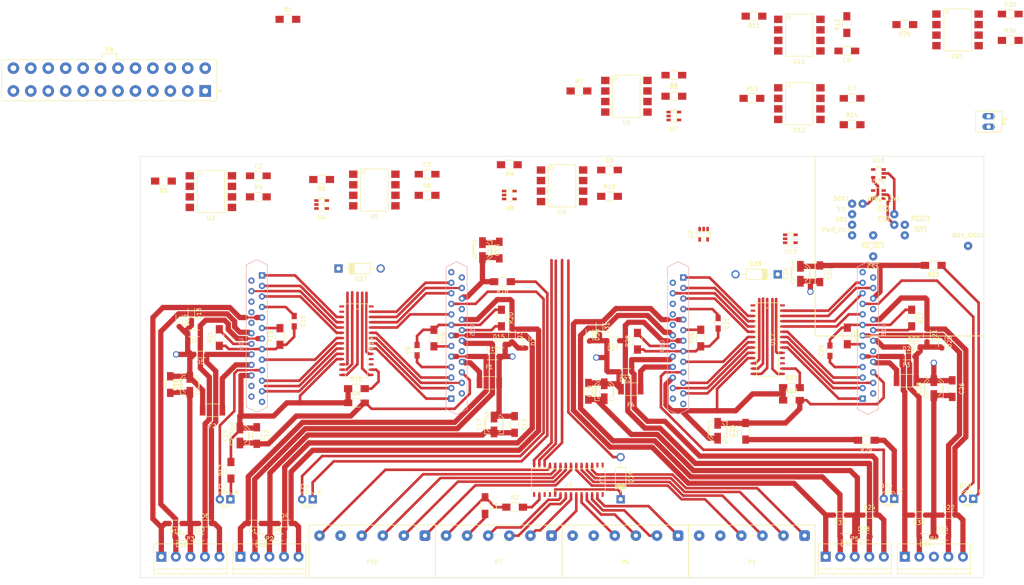
<source format=kicad_pcb>
(kicad_pcb (version 20160815) (host pcbnew "(2016-12-13 revision 188d781)-master")
  (title_block (title "Quad Stepper Motor Driver") (date 2016-12-14) (rev 1.0) (company "Gratian & co."))
  (layers (0 F.Cu signal) (31 B.Cu signal) (34 B.Paste user) (35 F.Paste user) (36 B.SilkS user) (37 F.SilkS user) (38 B.Mask user) (39 F.Mask user) (44 Edge.Cuts user))
  (net 0 "")
  (net 1 +5V)
  (net 2 GND)
  (net 3 +3V3)
  (net 4 "Net-(C9-Pad1)")
  (net 5 "Net-(C10-Pad1)")
  (net 6 +12V)
  (net 7 "Net-(C20-Pad1)")
  (net 8 "Net-(C21-Pad1)")
  (net 9 "Net-(D1-Pad1)")
  (net 10 "Net-(D1-Pad2)")
  (net 11 "Net-(D2-Pad2)")
  (net 12 "Net-(D2-Pad1)")
  (net 13 /DRIVER0/AP0)
  (net 14 /DRIVER0/AP1)
  (net 15 /DRIVER0/AM0)
  (net 16 /DRIVER0/AM1)
  (net 17 /DRIVER0/BM0)
  (net 18 /DRIVER0/BM1)
  (net 19 /DRIVER0/BP0)
  (net 20 /DRIVER0/BP1)
  (net 21 "Net-(D19-Pad1)")
  (net 22 "Net-(D19-Pad2)")
  (net 23 "Net-(D20-Pad2)")
  (net 24 "Net-(D20-Pad1)")
  (net 25 /DRIVER1/AP0)
  (net 26 /DRIVER1/AP1)
  (net 27 /DRIVER1/AM0)
  (net 28 /DRIVER1/AM1)
  (net 29 /DRIVER1/BM0)
  (net 30 /DRIVER1/BM1)
  (net 31 /DRIVER1/BP0)
  (net 32 /DRIVER1/BP1)
  (net 33 /DRIVER0/INT)
  (net 34 /~INT)
  (net 35 /DRIVER1/INT)
  (net 36 "Net-(D39-Pad1)")
  (net 37 "Net-(F1-Pad1)")
  (net 38 "Net-(F2-Pad1)")
  (net 39 "Net-(F3-Pad1)")
  (net 40 "Net-(F4-Pad1)")
  (net 41 "Net-(P1-Pad1)")
  (net 42 "Net-(P1-Pad2)")
  (net 43 "Net-(P1-Pad3)")
  (net 44 "Net-(P1-Pad4)")
  (net 45 "Net-(P6-Pad4)")
  (net 46 "Net-(P6-Pad3)")
  (net 47 "Net-(P6-Pad2)")
  (net 48 "Net-(P6-Pad1)")
  (net 49 "Net-(P7-Pad1)")
  (net 50 "Net-(P7-Pad2)")
  (net 51 "Net-(P7-Pad3)")
  (net 52 "Net-(P7-Pad4)")
  (net 53 NC)
  (net 54 /5V_STBY)
  (net 55 "Net-(P8-Pad15)")
  (net 56 "Net-(P8-Pad8)")
  (net 57 "Net-(P10-Pad4)")
  (net 58 "Net-(P10-Pad3)")
  (net 59 "Net-(P10-Pad2)")
  (net 60 "Net-(P10-Pad1)")
  (net 61 "Net-(R2-Pad2)")
  (net 62 "Net-(R3-Pad1)")
  (net 63 "Net-(R3-Pad2)")
  (net 64 /IN_ISO_CS0/OUT_TTL)
  (net 65 "Net-(R5-Pad1)")
  (net 66 "Net-(R5-Pad2)")
  (net 67 /IN_ISO_SCK/OUT_TTL)
  (net 68 /OUT_ISO_SO/IN_TTL)
  (net 69 "Net-(R7-Pad2)")
  (net 70 "Net-(R8-Pad1)")
  (net 71 "Net-(R9-Pad1)")
  (net 72 "Net-(R9-Pad2)")
  (net 73 /IN_ISO_SI/OUT_TTL)
  (net 74 "Net-(R11-Pad1)")
  (net 75 "Net-(R11-Pad2)")
  (net 76 /IN_ISO_CS1/OUT_TTL)
  (net 77 "Net-(R13-Pad2)")
  (net 78 "Net-(R14-Pad1)")
  (net 79 "Net-(R15-Pad2)")
  (net 80 "Net-(R18-Pad2)")
  (net 81 "Net-(R19-Pad2)")
  (net 82 "Net-(R20-Pad2)")
  (net 83 "Net-(R21-Pad2)")
  (net 84 "Net-(R22-Pad2)")
  (net 85 "Net-(R25-Pad2)")
  (net 86 "Net-(R26-Pad2)")
  (net 87 "Net-(R27-Pad2)")
  (net 88 "Net-(R28-Pad2)")
  (net 89 "Net-(R29-Pad2)")
  (net 90 "Net-(R29-Pad1)")
  (net 91 /IN_ISO_CS2/OUT_TTL)
  (net 92 /IN_ISO_SCK/IN_CMOS)
  (net 93 /IN_ISO_SI/IN_CMOS)
  (net 94 /OUT_ISO_SO/OUT_CMOS)
  (net 95 "Net-(U1-Pad28)")
  (net 96 "Net-(U1-Pad17)")
  (net 97 "Net-(U1-Pad2)")
  (net 98 /IN_ISO_CS0/IN_CMOS)
  (net 99 "Net-(U2-Pad1)")
  (net 100 "Net-(U3-Pad4)")
  (net 101 "Net-(U3-Pad1)")
  (net 102 "Net-(U4-Pad1)")
  (net 103 "Net-(U5-Pad4)")
  (net 104 "Net-(U5-Pad1)")
  (net 105 "Net-(U6-Pad4)")
  (net 106 "Net-(U6-Pad1)")
  (net 107 /OUT_ISO_SO/~OE)
  (net 108 "Net-(U8-Pad1)")
  (net 109 "Net-(U9-Pad4)")
  (net 110 "Net-(U9-Pad1)")
  (net 111 "Net-(U10-Pad1)")
  (net 112 /IN_ISO_CS1/IN_CMOS)
  (net 113 "Net-(U11-Pad1)")
  (net 114 "Net-(U11-Pad4)")
  (net 115 "Net-(U12-Pad1)")
  (net 116 "Net-(U12-Pad4)")
  (net 117 /OUT_ISO_INT/OUT_CMOS)
  (net 118 "Net-(U14-Pad28)")
  (net 119 "Net-(U14-Pad27)")
  (net 120 "Net-(U14-Pad26)")
  (net 121 "Net-(U14-Pad25)")
  (net 122 "Net-(U14-Pad24)")
  (net 123 "Net-(U14-Pad23)")
  (net 124 /DRIVER0/CH0_ENA)
  (net 125 /DRIVER0/CH0_TQ2)
  (net 126 "Net-(U14-Pad17)")
  (net 127 "Net-(U14-Pad10)")
  (net 128 "Net-(U14-Pad9)")
  (net 129 "Net-(U14-Pad8)")
  (net 130 "Net-(U14-Pad7)")
  (net 131 "Net-(U14-Pad6)")
  (net 132 /DRIVER0/CH1_ENA)
  (net 133 /DRIVER0/CH1_TQ2)
  (net 134 "Net-(U14-Pad2)")
  (net 135 "Net-(U17-Pad2)")
  (net 136 /DRIVER1/CH1_TQ2)
  (net 137 /DRIVER1/CH1_ENA)
  (net 138 "Net-(U17-Pad6)")
  (net 139 "Net-(U17-Pad7)")
  (net 140 "Net-(U17-Pad8)")
  (net 141 "Net-(U17-Pad9)")
  (net 142 "Net-(U17-Pad10)")
  (net 143 "Net-(U17-Pad17)")
  (net 144 /DRIVER1/CH0_TQ2)
  (net 145 /DRIVER1/CH0_ENA)
  (net 146 "Net-(U17-Pad23)")
  (net 147 "Net-(U17-Pad24)")
  (net 148 "Net-(U17-Pad25)")
  (net 149 "Net-(U17-Pad26)")
  (net 150 "Net-(U17-Pad27)")
  (net 151 "Net-(U17-Pad28)")
  (net 152 /IN_ISO_CS2/IN_CMOS)
  (net 153 "Net-(U20-Pad1)")
  (net 154 "Net-(U21-Pad1)")
  (net 155 "Net-(U21-Pad4)")
  (net 156 "Net-(U14-Pad21)")
  (net 157 "Net-(U17-Pad21)")
  (net 158 "Net-(U14-Pad4)")
  (net 159 "Net-(U17-Pad4)")
  (module footprints:SMD-Mini2-F3-B (layer F.Cu) (at 85.598 139.319)
    (fp_text reference D4 (at 0 -1.85) (layer F.SilkS))
    (fp_text value D_Schottky hide)
    (pad 2 smd rect (at 1.525 0) (size 0.85 1.2) (layers F.Cu F.Paste F.Mask) (net 13 /DRIVER0/AP0))
    (pad 1 smd rect (at -1.525 0) (size 0.85 1.2) (layers F.Cu F.Paste F.Mask) (net 2 GND))
  )
  (module footprints:HZIP25-P-1.27 (layer B.Cu) (at 224.79 109.22 90)
    (fp_text reference U18 (at 16.51 5.08 90) (layer B.SilkS) (effects (justify mirror)))
    (fp_text value TB6560AHQ)
    (pad 1 thru_hole rect (at 0 0 90) (size 1.524 1.524) (drill 0.762) (layers *.Cu *.Mask) (net 144 /DRIVER1/CH0_TQ2))
    (pad 2 thru_hole circle (at 1.27 2.54 90) (size 1.524 1.524) (drill 0.762) (layers *.Cu *.Mask) (net 53 NC))
    (pad 3 thru_hole circle (at 2.54 0 90) (size 1.524 1.524) (drill 0.762) (layers *.Cu *.Mask) (net 157 "Net-(U17-Pad21)"))
    (pad 4 thru_hole circle (at 3.81 2.54 90) (size 1.524 1.524) (drill 0.762) (layers *.Cu *.Mask) (net 145 /DRIVER1/CH0_ENA))
    (pad 5 thru_hole circle (at 5.08 0 90) (size 1.524 1.524) (drill 0.762) (layers *.Cu *.Mask) (net 146 "Net-(U17-Pad23)"))
    (pad 6 thru_hole circle (at 6.35 2.54 90) (size 1.524 1.524) (drill 0.762) (layers *.Cu *.Mask) (net 2 GND))
    (pad 7 thru_hole circle (at 7.62 0 90) (size 1.524 1.524) (drill 0.762) (layers *.Cu *.Mask) (net 7 "Net-(C20-Pad1)"))
    (pad 8 thru_hole circle (at 8.89 2.54 90) (size 1.524 1.524) (drill 0.762) (layers *.Cu *.Mask) (net 39 "Net-(F3-Pad1)"))
    (pad 9 thru_hole circle (at 10.16 0 90) (size 1.524 1.524) (drill 0.762) (layers *.Cu *.Mask) (net 29 /DRIVER1/BM0))
    (pad 10 thru_hole circle (at 11.43 2.54 90) (size 1.524 1.524) (drill 0.762) (layers *.Cu *.Mask) (net 2 GND))
    (pad 11 thru_hole circle (at 12.7 0 90) (size 1.524 1.524) (drill 0.762) (layers *.Cu *.Mask) (net 85 "Net-(R25-Pad2)"))
    (pad 12 thru_hole circle (at 13.97 2.54 90) (size 1.524 1.524) (drill 0.762) (layers *.Cu *.Mask) (net 31 /DRIVER1/BP0))
    (pad 13 thru_hole circle (at 15.24 0 90) (size 1.524 1.524) (drill 0.762) (layers *.Cu *.Mask) (net 27 /DRIVER1/AM0))
    (pad 14 thru_hole circle (at 16.51 2.54 90) (size 1.524 1.524) (drill 0.762) (layers *.Cu *.Mask) (net 87 "Net-(R27-Pad2)"))
    (pad 15 thru_hole circle (at 17.78 0 90) (size 1.524 1.524) (drill 0.762) (layers *.Cu *.Mask) (net 2 GND))
    (pad 16 thru_hole circle (at 19.05 2.54 90) (size 1.524 1.524) (drill 0.762) (layers *.Cu *.Mask) (net 25 /DRIVER1/AP0))
    (pad 17 thru_hole circle (at 20.32 0 90) (size 1.524 1.524) (drill 0.762) (layers *.Cu *.Mask) (net 147 "Net-(U17-Pad24)"))
    (pad 18 thru_hole circle (at 21.59 2.54 90) (size 1.524 1.524) (drill 0.762) (layers *.Cu *.Mask) (net 39 "Net-(F3-Pad1)"))
    (pad 19 thru_hole circle (at 22.86 0 90) (size 1.524 1.524) (drill 0.762) (layers *.Cu *.Mask) (net 22 "Net-(D19-Pad2)"))
    (pad 20 thru_hole circle (at 24.13 2.54 90) (size 1.524 1.524) (drill 0.762) (layers *.Cu *.Mask) (net 1 +5V))
    (pad 21 thru_hole circle (at 25.4 0 90) (size 1.524 1.524) (drill 0.762) (layers *.Cu *.Mask) (net 148 "Net-(U17-Pad25)"))
    (pad 22 thru_hole circle (at 26.67 2.54 90) (size 1.524 1.524) (drill 0.762) (layers *.Cu *.Mask) (net 149 "Net-(U17-Pad26)"))
    (pad 23 thru_hole circle (at 27.94 0 90) (size 1.524 1.524) (drill 0.762) (layers *.Cu *.Mask) (net 150 "Net-(U17-Pad27)"))
    (pad 24 thru_hole circle (at 29.21 2.54 90) (size 1.524 1.524) (drill 0.762) (layers *.Cu *.Mask) (net 53 NC))
    (pad 25 thru_hole circle (at 30.48 0 90) (size 1.524 1.524) (drill 0.762) (layers *.Cu *.Mask) (net 53 NC))
  )
  (module footprints:SMD-Mini2-F3-B (layer F.Cu) (at 239.903 142.494 180)
    (fp_text reference D34 (at 0 -1.85 180) (layer F.SilkS))
    (fp_text value D_Schottky hide)
    (pad 2 smd rect (at 1.525 0 180) (size 0.85 1.2) (layers F.Cu F.Paste F.Mask) (net 31 /DRIVER1/BP0))
    (pad 1 smd rect (at -1.525 0 180) (size 0.85 1.2) (layers F.Cu F.Paste F.Mask) (net 2 GND))
  )
  (module Resistors_SMD:R_1206_HandSoldering (layer F.Cu) (at 170.561 95.377 90)
    (fp_text reference R28 (at 0 -2.3 90) (layer F.SilkS))
    (fp_text value .18)
    (pad 2 smd rect (at 2 0 90) (size 2 1.7) (layers F.Cu F.Paste F.Mask) (net 88 "Net-(R28-Pad2)"))
    (pad 1 smd rect (at -2 0 90) (size 2 1.7) (layers F.Cu F.Paste F.Mask) (net 2 GND))
  )
  (module footprints:SMD-Mini2-F3-B (layer F.Cu) (at 225.045 142.494)
    (fp_text reference D28 (at 0 -1.85) (layer F.SilkS))
    (fp_text value D_Schottky hide)
    (pad 2 smd rect (at 1.525 0) (size 0.85 1.2) (layers F.Cu F.Paste F.Mask) (net 28 /DRIVER1/AM1))
    (pad 1 smd rect (at -1.525 0) (size 0.85 1.2) (layers F.Cu F.Paste F.Mask) (net 2 GND))
  )
  (module footprints:SMD-Mini2-F3-B (layer F.Cu) (at 164.719 95.25 180)
    (fp_text reference D27 (at 0 -1.85 180) (layer F.SilkS))
    (fp_text value D_Schottky hide)
    (pad 1 smd rect (at -1.525 0 180) (size 0.85 1.2) (layers F.Cu F.Paste F.Mask) (net 28 /DRIVER1/AM1))
    (pad 2 smd rect (at 1.525 0 180) (size 0.85 1.2) (layers F.Cu F.Paste F.Mask) (net 6 +12V))
  )
  (module Capacitors_SMD:C_1206_HandSoldering (layer F.Cu) (at 133.858 135.001 270)
    (fp_text reference C1 (at 0 -2.3 270) (layer F.SilkS))
    (fp_text value 0.1uF)
    (pad 1 smd rect (at -2 0 270) (size 2 1.6) (layers F.Cu F.Paste F.Mask) (net 1 +5V))
    (pad 2 smd rect (at 2 0 270) (size 2 1.6) (layers F.Cu F.Paste F.Mask) (net 2 GND))
  )
  (module Capacitors_SMD:C_1206_HandSoldering (layer F.Cu) (at 79.248 55.499)
    (fp_text reference C2 (at 0 -2.3) (layer F.SilkS))
    (fp_text value 0.1uF)
    (pad 1 smd rect (at -2 0) (size 2 1.6) (layers F.Cu F.Paste F.Mask) (net 1 +5V))
    (pad 2 smd rect (at 2 0) (size 2 1.6) (layers F.Cu F.Paste F.Mask) (net 2 GND))
  )
  (module Capacitors_SMD:C_1206_HandSoldering (layer F.Cu) (at 119.888 55.118)
    (fp_text reference C3 (at 0 -2.3) (layer F.SilkS))
    (fp_text value 0.1uF)
    (pad 2 smd rect (at 2 0) (size 2 1.6) (layers F.Cu F.Paste F.Mask) (net 2 GND))
    (pad 1 smd rect (at -2 0) (size 2 1.6) (layers F.Cu F.Paste F.Mask) (net 1 +5V))
  )
  (module Capacitors_SMD:C_1206_HandSoldering (layer F.Cu) (at 179.324 31.242 180)
    (fp_text reference C4 (at 0 -2.3 180) (layer F.SilkS))
    (fp_text value 0.1uF)
    (pad 2 smd rect (at 2 0 180) (size 2 1.6) (layers F.Cu F.Paste F.Mask) (net 2 GND))
    (pad 1 smd rect (at -2 0 180) (size 2 1.6) (layers F.Cu F.Paste F.Mask) (net 3 +3V3))
  )
  (module Capacitors_SMD:C_1206_HandSoldering (layer F.Cu) (at 163.83 54.102)
    (fp_text reference C5 (at 0 -2.3) (layer F.SilkS))
    (fp_text value 0.1uF)
    (pad 2 smd rect (at 2 0) (size 2 1.6) (layers F.Cu F.Paste F.Mask) (net 2 GND))
    (pad 1 smd rect (at -2 0) (size 2 1.6) (layers F.Cu F.Paste F.Mask) (net 1 +5V))
  )
  (module Capacitors_SMD:C_1206_HandSoldering (layer F.Cu) (at 220.98 25.4 180)
    (fp_text reference C6 (at 0 -2.3 180) (layer F.SilkS))
    (fp_text value 0.1uF)
    (pad 2 smd rect (at 2 0 180) (size 2 1.6) (layers F.Cu F.Paste F.Mask) (net 2 GND))
    (pad 1 smd rect (at -2 0 180) (size 2 1.6) (layers F.Cu F.Paste F.Mask) (net 1 +5V))
  )
  (module Capacitors_SMD:C_1206_HandSoldering (layer F.Cu) (at 222.25 36.83)
    (fp_text reference C7 (at 0 -2.3) (layer F.SilkS))
    (fp_text value 0.1uF)
    (pad 2 smd rect (at 2 0) (size 2 1.6) (layers F.Cu F.Paste F.Mask) (net 2 GND))
    (pad 1 smd rect (at -2 0) (size 2 1.6) (layers F.Cu F.Paste F.Mask) (net 3 +3V3))
  )
  (module Capacitors_SMD:C_1206_HandSoldering (layer F.Cu) (at 102.87 110.236)
    (fp_text reference C8 (at 0 -2.3) (layer F.SilkS))
    (fp_text value 0.1uF)
    (pad 1 smd rect (at -2 0) (size 2 1.6) (layers F.Cu F.Paste F.Mask) (net 1 +5V))
    (pad 2 smd rect (at 2 0) (size 2 1.6) (layers F.Cu F.Paste F.Mask) (net 2 GND))
  )
  (module Capacitors_SMD:C_0805_HandSoldering (layer F.Cu) (at 117.475 97.536 90)
    (fp_text reference C9 (at 0 -2.1 90) (layer F.SilkS))
    (fp_text value 330pF)
    (pad 2 smd rect (at 1.25 0 90) (size 1.5 1.25) (layers F.Cu F.Paste F.Mask) (net 2 GND))
    (pad 1 smd rect (at -1.25 0 90) (size 1.5 1.25) (layers F.Cu F.Paste F.Mask) (net 4 "Net-(C9-Pad1)"))
  )
  (module Capacitors_SMD:C_0805_HandSoldering (layer F.Cu) (at 87.884 90.551 270)
    (fp_text reference C10 (at 0 -2.1 270) (layer F.SilkS))
    (fp_text value 330pF)
    (pad 1 smd rect (at -1.25 0 270) (size 1.5 1.25) (layers F.Cu F.Paste F.Mask) (net 5 "Net-(C10-Pad1)"))
    (pad 2 smd rect (at 1.25 0 270) (size 1.5 1.25) (layers F.Cu F.Paste F.Mask) (net 2 GND))
  )
  (module Capacitors_SMD:C_1206_HandSoldering (layer F.Cu) (at 137.287 73.406 90)
    (fp_text reference C11 (at 0 -2.3 90) (layer F.SilkS))
    (fp_text value 0.1uF)
    (pad 2 smd rect (at 2 0 90) (size 2 1.6) (layers F.Cu F.Paste F.Mask) (net 2 GND))
    (pad 1 smd rect (at -2 0 90) (size 2 1.6) (layers F.Cu F.Paste F.Mask) (net 1 +5V))
  )
  (module Capacitors_SMD:C_1206_HandSoldering (layer F.Cu) (at 78.867 118.11 270)
    (fp_text reference C12 (at 0 -2.3 270) (layer F.SilkS))
    (fp_text value 0.1uF)
    (pad 1 smd rect (at -2 0 270) (size 2 1.6) (layers F.Cu F.Paste F.Mask) (net 1 +5V))
    (pad 2 smd rect (at 2 0 270) (size 2 1.6) (layers F.Cu F.Paste F.Mask) (net 2 GND))
  )
  (module Capacitors_SMD:c_elec_4x5.3 (layer F.Cu) (at 133.223 73.406 90)
    (fp_text reference C13 (at 0 3.5433 90) (layer F.SilkS))
    (fp_text value 10uF)
    (fp_text user + (at -2.7686 2.0066 90) (layer F.SilkS))
    (pad 2 smd rect (at 1.8 0 270) (size 2.6 1.6) (layers F.Cu F.Paste F.Mask) (net 2 GND))
    (pad 1 smd rect (at -1.8 0 270) (size 2.6 1.6) (layers F.Cu F.Paste F.Mask) (net 1 +5V))
  )
  (module Capacitors_SMD:c_elec_4x5.3 (layer F.Cu) (at 74.803 118.11 270)
    (fp_text reference C14 (at 0 3.5433 270) (layer F.SilkS))
    (fp_text value 10uF)
    (fp_text user + (at -2.7686 2.0066 270) (layer F.SilkS))
    (pad 2 smd rect (at 1.8 0 90) (size 2.6 1.6) (layers F.Cu F.Paste F.Mask) (net 2 GND))
    (pad 1 smd rect (at -1.8 0 90) (size 2.6 1.6) (layers F.Cu F.Paste F.Mask) (net 1 +5V))
  )
  (module Capacitors_SMD:C_1206_HandSoldering (layer F.Cu) (at 140.97 115.443 270)
    (fp_text reference C15 (at 0 -2.3 270) (layer F.SilkS))
    (fp_text value 0.1uF)
    (pad 1 smd rect (at -2 0 270) (size 2 1.6) (layers F.Cu F.Paste F.Mask) (net 6 +12V))
    (pad 2 smd rect (at 2 0 270) (size 2 1.6) (layers F.Cu F.Paste F.Mask) (net 2 GND))
  )
  (module Capacitors_SMD:C_1206_HandSoldering (layer F.Cu) (at 58.039 105.823 270)
    (fp_text reference C16 (at 0 -2.3 270) (layer F.SilkS))
    (fp_text value 0.1uF)
    (pad 2 smd rect (at 2 0 270) (size 2 1.6) (layers F.Cu F.Paste F.Mask) (net 2 GND))
    (pad 1 smd rect (at -2 0 270) (size 2 1.6) (layers F.Cu F.Paste F.Mask) (net 6 +12V))
  )
  (module Capacitors_SMD:c_elec_4x5.3 (layer F.Cu) (at 136.017 115.443 270)
    (fp_text reference C17 (at 0 3.5433 270) (layer F.SilkS))
    (fp_text value 10uF)
    (fp_text user + (at -2.7686 2.0066 270) (layer F.SilkS))
    (pad 1 smd rect (at -1.8 0 90) (size 2.6 1.6) (layers F.Cu F.Paste F.Mask) (net 6 +12V))
    (pad 2 smd rect (at 1.8 0 90) (size 2.6 1.6) (layers F.Cu F.Paste F.Mask) (net 2 GND))
  )
  (module Capacitors_SMD:c_elec_4x5.3 (layer F.Cu) (at 62.738 105.896 270)
    (fp_text reference C18 (at 0 3.5433 270) (layer F.SilkS))
    (fp_text value 10uF)
    (fp_text user + (at -2.7686 2.0066 270) (layer F.SilkS))
    (pad 1 smd rect (at -1.8 0 90) (size 2.6 1.6) (layers F.Cu F.Paste F.Mask) (net 6 +12V))
    (pad 2 smd rect (at 1.8 0 90) (size 2.6 1.6) (layers F.Cu F.Paste F.Mask) (net 2 GND))
  )
  (module Capacitors_SMD:C_1206_HandSoldering (layer F.Cu) (at 207.645 109.601)
    (fp_text reference C19 (at 0 -2.3) (layer F.SilkS))
    (fp_text value 0.1uF)
    (pad 1 smd rect (at -2 0) (size 2 1.6) (layers F.Cu F.Paste F.Mask) (net 1 +5V))
    (pad 2 smd rect (at 2 0) (size 2 1.6) (layers F.Cu F.Paste F.Mask) (net 2 GND))
  )
  (module Capacitors_SMD:C_0805_HandSoldering (layer F.Cu) (at 216.916 97.663 90)
    (fp_text reference C20 (at 0 -2.1 90) (layer F.SilkS))
    (fp_text value 330pF)
    (pad 1 smd rect (at -1.25 0 90) (size 1.5 1.25) (layers F.Cu F.Paste F.Mask) (net 7 "Net-(C20-Pad1)"))
    (pad 2 smd rect (at 1.25 0 90) (size 1.5 1.25) (layers F.Cu F.Paste F.Mask) (net 2 GND))
  )
  (module Capacitors_SMD:C_0805_HandSoldering (layer F.Cu) (at 189.992 91.059 270)
    (fp_text reference C21 (at 0 -2.1 270) (layer F.SilkS))
    (fp_text value 330pF)
    (pad 2 smd rect (at 1.25 0 270) (size 1.5 1.25) (layers F.Cu F.Paste F.Mask) (net 2 GND))
    (pad 1 smd rect (at -1.25 0 270) (size 1.5 1.25) (layers F.Cu F.Paste F.Mask) (net 8 "Net-(C21-Pad1)"))
  )
  (module Capacitors_SMD:C_1206_HandSoldering (layer F.Cu) (at 214.503 79.121 270)
    (fp_text reference C22 (at 0 -2.3 270) (layer F.SilkS))
    (fp_text value 0.1uF)
    (pad 1 smd rect (at -2 0 270) (size 2 1.6) (layers F.Cu F.Paste F.Mask) (net 1 +5V))
    (pad 2 smd rect (at 2 0 270) (size 2 1.6) (layers F.Cu F.Paste F.Mask) (net 2 GND))
  )
  (module Capacitors_SMD:C_1206_HandSoldering (layer F.Cu) (at 196.596 117.094 90)
    (fp_text reference C23 (at 0 -2.3 90) (layer F.SilkS))
    (fp_text value 0.1uF)
    (pad 2 smd rect (at 2 0 90) (size 2 1.6) (layers F.Cu F.Paste F.Mask) (net 2 GND))
    (pad 1 smd rect (at -2 0 90) (size 2 1.6) (layers F.Cu F.Paste F.Mask) (net 1 +5V))
  )
  (module Capacitors_SMD:c_elec_4x5.3 (layer F.Cu) (at 209.804 79.121 270)
    (fp_text reference C24 (at 0 3.5433 270) (layer F.SilkS))
    (fp_text value 10uF)
    (fp_text user + (at -2.7686 2.0066 270) (layer F.SilkS))
    (pad 2 smd rect (at 1.8 0 90) (size 2.6 1.6) (layers F.Cu F.Paste F.Mask) (net 2 GND))
    (pad 1 smd rect (at -1.8 0 90) (size 2.6 1.6) (layers F.Cu F.Paste F.Mask) (net 1 +5V))
  )
  (module Capacitors_SMD:c_elec_4x5.3 (layer F.Cu) (at 189.865 116.967 90)
    (fp_text reference C25 (at 0 3.5433 90) (layer F.SilkS))
    (fp_text value 10uF)
    (fp_text user + (at -2.7686 2.0066 90) (layer F.SilkS))
    (pad 1 smd rect (at -1.8 0 270) (size 2.6 1.6) (layers F.Cu F.Paste F.Mask) (net 1 +5V))
    (pad 2 smd rect (at 1.8 0 270) (size 2.6 1.6) (layers F.Cu F.Paste F.Mask) (net 2 GND))
  )
  (module Capacitors_SMD:C_1206_HandSoldering (layer F.Cu) (at 246.38 106.807 270)
    (fp_text reference C26 (at 0 -2.3 270) (layer F.SilkS))
    (fp_text value 0.1uF)
    (pad 1 smd rect (at -2 0 270) (size 2 1.6) (layers F.Cu F.Paste F.Mask) (net 6 +12V))
    (pad 2 smd rect (at 2 0 270) (size 2 1.6) (layers F.Cu F.Paste F.Mask) (net 2 GND))
  )
  (module Capacitors_SMD:C_1206_HandSoldering (layer F.Cu) (at 158.75 107.442 270)
    (fp_text reference C27 (at 0 -2.3 270) (layer F.SilkS))
    (fp_text value 0.1uF)
    (pad 2 smd rect (at 2 0 270) (size 2 1.6) (layers F.Cu F.Paste F.Mask) (net 2 GND))
    (pad 1 smd rect (at -2 0 270) (size 2 1.6) (layers F.Cu F.Paste F.Mask) (net 6 +12V))
  )
  (module Capacitors_SMD:c_elec_4x5.3 (layer F.Cu) (at 241.935 106.68 270)
    (fp_text reference C28 (at 0 3.5433 270) (layer F.SilkS))
    (fp_text value 10uF)
    (fp_text user + (at -2.7686 2.0066 270) (layer F.SilkS))
    (pad 2 smd rect (at 1.8 0 90) (size 2.6 1.6) (layers F.Cu F.Paste F.Mask) (net 2 GND))
    (pad 1 smd rect (at -1.8 0 90) (size 2.6 1.6) (layers F.Cu F.Paste F.Mask) (net 6 +12V))
  )
  (module Capacitors_SMD:c_elec_4x5.3 (layer F.Cu) (at 162.56 107.442 270)
    (fp_text reference C29 (at 0 3.5433 270) (layer F.SilkS))
    (fp_text value 10uF)
    (fp_text user + (at -2.7686 2.0066 270) (layer F.SilkS))
    (pad 1 smd rect (at -1.8 0 90) (size 2.6 1.6) (layers F.Cu F.Paste F.Mask) (net 6 +12V))
    (pad 2 smd rect (at 1.8 0 90) (size 2.6 1.6) (layers F.Cu F.Paste F.Mask) (net 2 GND))
  )
  (module Capacitors_SMD:C_1206_HandSoldering (layer F.Cu) (at 260.35 16.51)
    (fp_text reference C30 (at 0 -2.3) (layer F.SilkS))
    (fp_text value 0.1uF)
    (pad 1 smd rect (at -2 0) (size 2 1.6) (layers F.Cu F.Paste F.Mask) (net 1 +5V))
    (pad 2 smd rect (at 2 0) (size 2 1.6) (layers F.Cu F.Paste F.Mask) (net 2 GND))
  )
  (module LEDs:LED-3MM (layer F.Cu) (at 92.329 133.477 180)
    (fp_text reference D1 (at 1.91 3.06 180) (layer F.SilkS))
    (fp_text value LED)
    (fp_text user K (at -1.69 1.74 180) (layer F.SilkS))
    (pad 1 thru_hole rect (at 0 0 270) (size 2 2) (drill 1.00076) (layers *.Cu *.Mask) (net 9 "Net-(D1-Pad1)"))
    (pad 2 thru_hole circle (at 2.54 0 180) (size 2 2) (drill 1.00076) (layers *.Cu *.Mask) (net 10 "Net-(D1-Pad2)"))
  )
  (module LEDs:LED-3MM (layer F.Cu) (at 72.517 133.477 180)
    (fp_text reference D2 (at 1.91 3.06 180) (layer F.SilkS))
    (fp_text value LED)
    (fp_text user K (at -1.69 1.74 180) (layer F.SilkS))
    (pad 2 thru_hole circle (at 2.54 0 180) (size 2 2) (drill 1.00076) (layers *.Cu *.Mask) (net 11 "Net-(D2-Pad2)"))
    (pad 1 thru_hole rect (at 0 0 270) (size 2 2) (drill 1.00076) (layers *.Cu *.Mask) (net 12 "Net-(D2-Pad1)"))
  )
  (module footprints:SMD-Mini2-F3-B (layer F.Cu) (at 140.335 93.98 270)
    (fp_text reference D3 (at 0 -1.85 270) (layer F.SilkS))
    (fp_text value D_Schottky hide)
    (pad 2 smd rect (at 1.525 0 270) (size 0.85 1.2) (layers F.Cu F.Paste F.Mask) (net 6 +12V))
    (pad 1 smd rect (at -1.525 0 270) (size 0.85 1.2) (layers F.Cu F.Paste F.Mask) (net 13 /DRIVER0/AP0))
  )
  (module footprints:SMD-Mini2-F3-B (layer F.Cu) (at 65.278 98.552 180)
    (fp_text reference D5 (at 0 -1.85 180) (layer F.SilkS))
    (fp_text value D_Schottky hide)
    (pad 2 smd rect (at 1.525 0 180) (size 0.85 1.2) (layers F.Cu F.Paste F.Mask) (net 6 +12V))
    (pad 1 smd rect (at -1.525 0 180) (size 0.85 1.2) (layers F.Cu F.Paste F.Mask) (net 14 /DRIVER0/AP1))
  )
  (module footprints:SMD-Mini2-F3-B (layer F.Cu) (at 66.421 139.319)
    (fp_text reference D6 (at 0 -1.85) (layer F.SilkS))
    (fp_text value D_Schottky hide)
    (pad 2 smd rect (at 1.525 0) (size 0.85 1.2) (layers F.Cu F.Paste F.Mask) (net 14 /DRIVER0/AP1))
    (pad 1 smd rect (at -1.525 0) (size 0.85 1.2) (layers F.Cu F.Paste F.Mask) (net 2 GND))
  )
  (module footprints:SMD-Mini2-F3-B (layer F.Cu) (at 143.637 95.504 270)
    (fp_text reference D7 (at 0 -1.85 270) (layer F.SilkS))
    (fp_text value D_Schottky hide)
    (pad 1 smd rect (at -1.525 0 270) (size 0.85 1.2) (layers F.Cu F.Paste F.Mask) (net 15 /DRIVER0/AM0))
    (pad 2 smd rect (at 1.525 0 270) (size 0.85 1.2) (layers F.Cu F.Paste F.Mask) (net 6 +12V))
  )
  (module footprints:SMD-Mini2-F3-B (layer F.Cu) (at 83.947 142.621)
    (fp_text reference D8 (at 0 -1.85) (layer F.SilkS))
    (fp_text value D_Schottky hide)
    (pad 1 smd rect (at -1.525 0) (size 0.85 1.2) (layers F.Cu F.Paste F.Mask) (net 2 GND))
    (pad 2 smd rect (at 1.525 0) (size 0.85 1.2) (layers F.Cu F.Paste F.Mask) (net 15 /DRIVER0/AM0))
  )
  (module footprints:SMD-Mini2-F3-B (layer F.Cu) (at 63.754 93.472 180)
    (fp_text reference D9 (at 0 -1.85 180) (layer F.SilkS))
    (fp_text value D_Schottky hide)
    (pad 1 smd rect (at -1.525 0 180) (size 0.85 1.2) (layers F.Cu F.Paste F.Mask) (net 16 /DRIVER0/AM1))
    (pad 2 smd rect (at 1.525 0 180) (size 0.85 1.2) (layers F.Cu F.Paste F.Mask) (net 6 +12V))
  )
  (module footprints:SMD-Mini2-F3-B (layer F.Cu) (at 64.897 142.621)
    (fp_text reference D10 (at 0 -1.85) (layer F.SilkS))
    (fp_text value D_Schottky hide)
    (pad 1 smd rect (at -1.525 0) (size 0.85 1.2) (layers F.Cu F.Paste F.Mask) (net 2 GND))
    (pad 2 smd rect (at 1.525 0) (size 0.85 1.2) (layers F.Cu F.Paste F.Mask) (net 16 /DRIVER0/AM1))
  )
  (module footprints:SMD-Mini2-F3-B (layer F.Cu) (at 135.636 99.06)
    (fp_text reference D11 (at 0 -1.85) (layer F.SilkS))
    (fp_text value D_Schottky hide)
    (pad 2 smd rect (at 1.525 0) (size 0.85 1.2) (layers F.Cu F.Paste F.Mask) (net 6 +12V))
    (pad 1 smd rect (at -1.525 0) (size 0.85 1.2) (layers F.Cu F.Paste F.Mask) (net 17 /DRIVER0/BM0))
  )
  (module footprints:SMD-Mini2-F3-B (layer F.Cu) (at 78.359 139.319 180)
    (fp_text reference D12 (at 0 -1.85 180) (layer F.SilkS))
    (fp_text value D_Schottky hide)
    (pad 2 smd rect (at 1.525 0 180) (size 0.85 1.2) (layers F.Cu F.Paste F.Mask) (net 17 /DRIVER0/BM0))
    (pad 1 smd rect (at -1.525 0 180) (size 0.85 1.2) (layers F.Cu F.Paste F.Mask) (net 2 GND))
  )
  (module footprints:SMD-Mini2-F3-B (layer F.Cu) (at 63.119 88.773 270)
    (fp_text reference D13 (at 0 -1.85 270) (layer F.SilkS))
    (fp_text value D_Schottky hide)
    (pad 2 smd rect (at 1.525 0 270) (size 0.85 1.2) (layers F.Cu F.Paste F.Mask) (net 6 +12V))
    (pad 1 smd rect (at -1.525 0 270) (size 0.85 1.2) (layers F.Cu F.Paste F.Mask) (net 18 /DRIVER0/BM1))
  )
  (module footprints:SMD-Mini2-F3-B (layer F.Cu) (at 59.309 139.319 180)
    (fp_text reference D14 (at 0 -1.85 180) (layer F.SilkS))
    (fp_text value D_Schottky hide)
    (pad 2 smd rect (at 1.525 0 180) (size 0.85 1.2) (layers F.Cu F.Paste F.Mask) (net 18 /DRIVER0/BM1))
    (pad 1 smd rect (at -1.525 0 180) (size 0.85 1.2) (layers F.Cu F.Paste F.Mask) (net 2 GND))
  )
  (module footprints:SMD-Mini2-F3-B (layer F.Cu) (at 137.16 96.139)
    (fp_text reference D15 (at 0 -1.85) (layer F.SilkS))
    (fp_text value D_Schottky hide)
    (pad 1 smd rect (at -1.525 0) (size 0.85 1.2) (layers F.Cu F.Paste F.Mask) (net 19 /DRIVER0/BP0))
    (pad 2 smd rect (at 1.525 0) (size 0.85 1.2) (layers F.Cu F.Paste F.Mask) (net 6 +12V))
  )
  (module footprints:SMD-Mini2-F3-B (layer F.Cu) (at 79.883 142.621 180)
    (fp_text reference D16 (at 0 -1.85 180) (layer F.SilkS))
    (fp_text value D_Schottky hide)
    (pad 1 smd rect (at -1.525 0 180) (size 0.85 1.2) (layers F.Cu F.Paste F.Mask) (net 2 GND))
    (pad 2 smd rect (at 1.525 0 180) (size 0.85 1.2) (layers F.Cu F.Paste F.Mask) (net 19 /DRIVER0/BP0))
  )
  (module footprints:SMD-Mini2-F3-B (layer F.Cu) (at 60.198 90.297 270)
    (fp_text reference D17 (at 0 -1.85 270) (layer F.SilkS))
    (fp_text value D_Schottky hide)
    (pad 1 smd rect (at -1.525 0 270) (size 0.85 1.2) (layers F.Cu F.Paste F.Mask) (net 20 /DRIVER0/BP1))
    (pad 2 smd rect (at 1.525 0 270) (size 0.85 1.2) (layers F.Cu F.Paste F.Mask) (net 6 +12V))
  )
  (module footprints:SMD-Mini2-F3-B (layer F.Cu) (at 60.706 142.621 180)
    (fp_text reference D18 (at 0 -1.85 180) (layer F.SilkS))
    (fp_text value D_Schottky hide)
    (pad 1 smd rect (at -1.525 0 180) (size 0.85 1.2) (layers F.Cu F.Paste F.Mask) (net 2 GND))
    (pad 2 smd rect (at 1.525 0 180) (size 0.85 1.2) (layers F.Cu F.Paste F.Mask) (net 20 /DRIVER0/BP1))
  )
  (module LEDs:LED-3MM (layer F.Cu) (at 251.46 133.35 180)
    (fp_text reference D19 (at 1.91 3.06 180) (layer F.SilkS))
    (fp_text value LED)
    (fp_text user K (at -1.69 1.74 180) (layer F.SilkS))
    (pad 1 thru_hole rect (at 0 0 270) (size 2 2) (drill 1.00076) (layers *.Cu *.Mask) (net 21 "Net-(D19-Pad1)"))
    (pad 2 thru_hole circle (at 2.54 0 180) (size 2 2) (drill 1.00076) (layers *.Cu *.Mask) (net 22 "Net-(D19-Pad2)"))
  )
  (module LEDs:LED-3MM (layer F.Cu) (at 232.41 133.35 180)
    (fp_text reference D20 (at 1.91 3.06 180) (layer F.SilkS))
    (fp_text value LED)
    (fp_text user K (at -1.69 1.74 180) (layer F.SilkS))
    (pad 2 thru_hole circle (at 2.54 0 180) (size 2 2) (drill 1.00076) (layers *.Cu *.Mask) (net 23 "Net-(D20-Pad2)"))
    (pad 1 thru_hole rect (at 0 0 270) (size 2 2) (drill 1.00076) (layers *.Cu *.Mask) (net 24 "Net-(D20-Pad1)"))
  )
  (module footprints:SMD-Mini2-F3-B (layer F.Cu) (at 240.284 93.98 270)
    (fp_text reference D21 (at 0 -1.85 270) (layer F.SilkS))
    (fp_text value D_Schottky hide)
    (pad 1 smd rect (at -1.525 0 270) (size 0.85 1.2) (layers F.Cu F.Paste F.Mask) (net 25 /DRIVER1/AP0))
    (pad 2 smd rect (at 1.525 0 270) (size 0.85 1.2) (layers F.Cu F.Paste F.Mask) (net 6 +12V))
  )
  (module footprints:SMD-Mini2-F3-B (layer F.Cu) (at 245.491 137.287)
    (fp_text reference D22 (at 0 -1.85) (layer F.SilkS))
    (fp_text value D_Schottky hide)
    (pad 2 smd rect (at 1.525 0) (size 0.85 1.2) (layers F.Cu F.Paste F.Mask) (net 25 /DRIVER1/AP0))
    (pad 1 smd rect (at -1.525 0) (size 0.85 1.2) (layers F.Cu F.Paste F.Mask) (net 2 GND))
  )
  (module footprints:SMD-Mini2-F3-B (layer F.Cu) (at 167.64 102.743 180)
    (fp_text reference D23 (at 0 -1.85 180) (layer F.SilkS))
    (fp_text value D_Schottky hide)
    (pad 2 smd rect (at 1.525 0 180) (size 0.85 1.2) (layers F.Cu F.Paste F.Mask) (net 6 +12V))
    (pad 1 smd rect (at -1.525 0 180) (size 0.85 1.2) (layers F.Cu F.Paste F.Mask) (net 26 /DRIVER1/AP1))
  )
  (module footprints:SMD-Mini2-F3-B (layer F.Cu) (at 226.441 137.287)
    (fp_text reference D24 (at 0 -1.85) (layer F.SilkS))
    (fp_text value D_Schottky hide)
    (pad 1 smd rect (at -1.525 0) (size 0.85 1.2) (layers F.Cu F.Paste F.Mask) (net 2 GND))
    (pad 2 smd rect (at 1.525 0) (size 0.85 1.2) (layers F.Cu F.Paste F.Mask) (net 26 /DRIVER1/AP1))
  )
  (module footprints:SMD-Mini2-F3-B (layer F.Cu) (at 243.84 95.504 270)
    (fp_text reference D25 (at 0 -1.85 270) (layer F.SilkS))
    (fp_text value D_Schottky hide)
    (pad 2 smd rect (at 1.525 0 270) (size 0.85 1.2) (layers F.Cu F.Paste F.Mask) (net 6 +12V))
    (pad 1 smd rect (at -1.525 0 270) (size 0.85 1.2) (layers F.Cu F.Paste F.Mask) (net 27 /DRIVER1/AM0))
  )
  (module footprints:SMD-Mini2-F3-B (layer F.Cu) (at 243.967 142.494)
    (fp_text reference D26 (at 0 -1.85) (layer F.SilkS))
    (fp_text value D_Schottky hide)
    (pad 2 smd rect (at 1.525 0) (size 0.85 1.2) (layers F.Cu F.Paste F.Mask) (net 27 /DRIVER1/AM0))
    (pad 1 smd rect (at -1.525 0) (size 0.85 1.2) (layers F.Cu F.Paste F.Mask) (net 2 GND))
  )
  (module footprints:SMD-Mini2-F3-B (layer F.Cu) (at 235.839 99.06)
    (fp_text reference D29 (at 0 -1.85) (layer F.SilkS))
    (fp_text value D_Schottky hide)
    (pad 1 smd rect (at -1.525 0) (size 0.85 1.2) (layers F.Cu F.Paste F.Mask) (net 29 /DRIVER1/BM0))
    (pad 2 smd rect (at 1.525 0) (size 0.85 1.2) (layers F.Cu F.Paste F.Mask) (net 6 +12V))
  )
  (module footprints:SMD-Mini2-F3-B (layer F.Cu) (at 238.379 137.287 180)
    (fp_text reference D30 (at 0 -1.85 180) (layer F.SilkS))
    (fp_text value D_Schottky hide)
    (pad 1 smd rect (at -1.525 0 180) (size 0.85 1.2) (layers F.Cu F.Paste F.Mask) (net 2 GND))
    (pad 2 smd rect (at 1.525 0 180) (size 0.85 1.2) (layers F.Cu F.Paste F.Mask) (net 29 /DRIVER1/BM0))
  )
  (module footprints:SMD-Mini2-F3-B (layer F.Cu) (at 161.417 92.202 270)
    (fp_text reference D31 (at 0 -1.85 270) (layer F.SilkS))
    (fp_text value D_Schottky hide)
    (pad 2 smd rect (at 1.525 0 270) (size 0.85 1.2) (layers F.Cu F.Paste F.Mask) (net 6 +12V))
    (pad 1 smd rect (at -1.525 0 270) (size 0.85 1.2) (layers F.Cu F.Paste F.Mask) (net 30 /DRIVER1/BM1))
  )
  (module footprints:SMD-Mini2-F3-B (layer F.Cu) (at 219.329 137.287 180)
    (fp_text reference D32 (at 0 -1.85 180) (layer F.SilkS))
    (fp_text value D_Schottky hide)
    (pad 2 smd rect (at 1.525 0 180) (size 0.85 1.2) (layers F.Cu F.Paste F.Mask) (net 30 /DRIVER1/BM1))
    (pad 1 smd rect (at -1.525 0 180) (size 0.85 1.2) (layers F.Cu F.Paste F.Mask) (net 2 GND))
  )
  (module footprints:SMD-Mini2-F3-B (layer F.Cu) (at 237.109 96.774)
    (fp_text reference D33 (at 0 -1.85) (layer F.SilkS))
    (fp_text value D_Schottky hide)
    (pad 1 smd rect (at -1.525 0) (size 0.85 1.2) (layers F.Cu F.Paste F.Mask) (net 31 /DRIVER1/BP0))
    (pad 2 smd rect (at 1.525 0) (size 0.85 1.2) (layers F.Cu F.Paste F.Mask) (net 6 +12V))
  )
  (module footprints:SMD-Mini2-F3-B (layer F.Cu) (at 159.004 93.853 270)
    (fp_text reference D35 (at 0 -1.85 270) (layer F.SilkS))
    (fp_text value D_Schottky hide)
    (pad 1 smd rect (at -1.525 0 270) (size 0.85 1.2) (layers F.Cu F.Paste F.Mask) (net 32 /DRIVER1/BP1))
    (pad 2 smd rect (at 1.525 0 270) (size 0.85 1.2) (layers F.Cu F.Paste F.Mask) (net 6 +12V))
  )
  (module footprints:SMD-Mini2-F3-B (layer F.Cu) (at 220.853 142.494 180)
    (fp_text reference D36 (at 0 -1.85 180) (layer F.SilkS))
    (fp_text value D_Schottky hide)
    (pad 1 smd rect (at -1.525 0 180) (size 0.85 1.2) (layers F.Cu F.Paste F.Mask) (net 2 GND))
    (pad 2 smd rect (at 1.525 0 180) (size 0.85 1.2) (layers F.Cu F.Paste F.Mask) (net 32 /DRIVER1/BP1))
  )
  (module Diodes_ThroughHole:Diode_DO-41_SOD81_Horizontal_RM10 (layer F.Cu) (at 98.552 77.851)
    (fp_text reference D37 (at 5.38734 2.53746) (layer F.SilkS))
    (fp_text value D_Schottky)
    (pad 1 thru_hole rect (at 0 -0.00254 180) (size 1.99898 1.99898) (drill 1.00076) (layers *.Cu *.Mask) (net 33 /DRIVER0/INT))
    (pad 2 thru_hole circle (at 10.16 -0.00254 180) (size 1.99898 1.99898) (drill 1.27) (layers *.Cu *.Mask) (net 34 /~INT))
  )
  (module Diodes_ThroughHole:Diode_DO-41_SOD81_Horizontal_RM10 (layer F.Cu) (at 204.343 79.24546 180)
    (fp_text reference D38 (at 5.38734 2.53746 180) (layer F.SilkS))
    (fp_text value D_Schottky)
    (pad 1 thru_hole rect (at 0 -0.00254) (size 1.99898 1.99898) (drill 1.00076) (layers *.Cu *.Mask) (net 35 /DRIVER1/INT))
    (pad 2 thru_hole circle (at 10.16 -0.00254) (size 1.99898 1.99898) (drill 1.27) (layers *.Cu *.Mask) (net 34 /~INT))
  )
  (module Diodes_ThroughHole:Diode_DO-41_SOD81_Horizontal_RM10 (layer F.Cu) (at 166.49954 133.477 90)
    (fp_text reference D39 (at 5.38734 2.53746 90) (layer F.SilkS))
    (fp_text value D_Schottky)
    (pad 2 thru_hole circle (at 10.16 -0.00254 270) (size 1.99898 1.99898) (drill 1.27) (layers *.Cu *.Mask) (net 34 /~INT))
    (pad 1 thru_hole rect (at 0 -0.00254 270) (size 1.99898 1.99898) (drill 1.00076) (layers *.Cu *.Mask) (net 36 "Net-(D39-Pad1)"))
  )
  (module footprints:Fuse_SMD2410 (layer F.Cu) (at 134.874 105.41)
    (fp_text reference F1 (at 0 -3.81) (layer F.SilkS))
    (fp_text value 6.3A)
    (pad 2 smd rect (at 2.3622 0 90) (size 2.54 1.3716) (layers F.Cu F.Paste F.Mask) (net 6 +12V))
    (pad 1 smd rect (at -2.3622 0 90) (size 2.54 1.3716) (layers F.Cu F.Paste F.Mask) (net 37 "Net-(F1-Pad1)"))
  )
  (module footprints:Fuse_SMD2410 (layer F.Cu) (at 68.199 112.014 180)
    (fp_text reference F2 (at 0 -3.81 180) (layer F.SilkS))
    (fp_text value 6.3A)
    (pad 1 smd rect (at -2.3622 0 270) (size 2.54 1.3716) (layers F.Cu F.Paste F.Mask) (net 38 "Net-(F2-Pad1)"))
    (pad 2 smd rect (at 2.3622 0 270) (size 2.54 1.3716) (layers F.Cu F.Paste F.Mask) (net 6 +12V))
  )
  (module footprints:Fuse_SMD2410 (layer F.Cu) (at 235.331 104.902)
    (fp_text reference F3 (at 0 -3.81) (layer F.SilkS))
    (fp_text value 6.3A)
    (pad 1 smd rect (at -2.3622 0 90) (size 2.54 1.3716) (layers F.Cu F.Paste F.Mask) (net 39 "Net-(F3-Pad1)"))
    (pad 2 smd rect (at 2.3622 0 90) (size 2.54 1.3716) (layers F.Cu F.Paste F.Mask) (net 6 +12V))
  )
  (module footprints:Fuse_SMD2410 (layer F.Cu) (at 168.9608 106.934 180)
    (fp_text reference F4 (at 0 -3.81 180) (layer F.SilkS))
    (fp_text value 6.3A)
    (pad 2 smd rect (at 2.3622 0 270) (size 2.54 1.3716) (layers F.Cu F.Paste F.Mask) (net 6 +12V))
    (pad 1 smd rect (at -2.3622 0 270) (size 2.54 1.3716) (layers F.Cu F.Paste F.Mask) (net 40 "Net-(F4-Pad1)"))
  )
  (module footprints:KF2EDGK-6_pin_Screw_Terminal_Block (layer F.Cu) (at 210.82 142.24 180)
    (fp_text reference P1 (at 12.7 -6.35 180) (layer F.SilkS))
    (fp_text value 01X06)
    (pad 1 thru_hole roundrect (at 0 0 180) (size 2.54 2.54) (drill 1.016) (layers *.Cu *.Mask) (net 41 "Net-(P1-Pad1)"))
    (pad 2 thru_hole circle (at 5.08 0 180) (size 2.54 2.54) (drill 1.016) (layers *.Cu *.Mask) (net 42 "Net-(P1-Pad2)"))
    (pad 3 thru_hole circle (at 10.16 0 180) (size 2.54 2.54) (drill 1.016) (layers *.Cu *.Mask) (net 43 "Net-(P1-Pad3)"))
    (pad 4 thru_hole circle (at 15.24 0 180) (size 2.54 2.54) (drill 1.016) (layers *.Cu *.Mask) (net 44 "Net-(P1-Pad4)"))
    (pad 5 thru_hole circle (at 20.32 0 180) (size 2.54 2.54) (drill 1.016) (layers *.Cu *.Mask) (net 2 GND))
    (pad 6 thru_hole circle (at 25.4 0 180) (size 2.54 2.54) (drill 1.016) (layers *.Cu *.Mask) (net 1 +5V))
  )
  (module Terminal_Blocks:TerminalBlock_Pheonix_PT-3.5mm_5pol (layer F.Cu) (at 74.93 147.32)
    (fp_text reference P2 (at 7 -4.3) (layer F.SilkS))
    (fp_text value CONN_01X05)
    (pad 5 thru_hole circle (at 14 0) (size 2.4 2.4) (drill 1.2) (layers *.Cu *.Mask) (net 13 /DRIVER0/AP0))
    (pad 4 thru_hole circle (at 10.5 0) (size 2.4 2.4) (drill 1.2) (layers *.Cu *.Mask) (net 15 /DRIVER0/AM0))
    (pad 3 thru_hole circle (at 7 0) (size 2.4 2.4) (drill 1.2) (layers *.Cu *.Mask) (net 2 GND))
    (pad 1 thru_hole rect (at 0 0) (size 2.4 2.4) (drill 1.2) (layers *.Cu *.Mask) (net 17 /DRIVER0/BM0))
    (pad 2 thru_hole circle (at 3.5 0) (size 2.4 2.4) (drill 1.2) (layers *.Cu *.Mask) (net 19 /DRIVER0/BP0))
  )
  (module Terminal_Blocks:TerminalBlock_Pheonix_PT-3.5mm_5pol (layer F.Cu) (at 55.88 147.32)
    (fp_text reference P3 (at 7 -4.3) (layer F.SilkS))
    (fp_text value CONN_01X05)
    (pad 2 thru_hole circle (at 3.5 0) (size 2.4 2.4) (drill 1.2) (layers *.Cu *.Mask) (net 20 /DRIVER0/BP1))
    (pad 1 thru_hole rect (at 0 0) (size 2.4 2.4) (drill 1.2) (layers *.Cu *.Mask) (net 18 /DRIVER0/BM1))
    (pad 3 thru_hole circle (at 7 0) (size 2.4 2.4) (drill 1.2) (layers *.Cu *.Mask) (net 2 GND))
    (pad 4 thru_hole circle (at 10.5 0) (size 2.4 2.4) (drill 1.2) (layers *.Cu *.Mask) (net 16 /DRIVER0/AM1))
    (pad 5 thru_hole circle (at 14 0) (size 2.4 2.4) (drill 1.2) (layers *.Cu *.Mask) (net 14 /DRIVER0/AP1))
  )
  (module Terminal_Blocks:TerminalBlock_Pheonix_PT-3.5mm_5pol (layer F.Cu) (at 234.95 147.32)
    (fp_text reference P4 (at 7 -4.3) (layer F.SilkS))
    (fp_text value CONN_01X05)
    (pad 5 thru_hole circle (at 14 0) (size 2.4 2.4) (drill 1.2) (layers *.Cu *.Mask) (net 25 /DRIVER1/AP0))
    (pad 4 thru_hole circle (at 10.5 0) (size 2.4 2.4) (drill 1.2) (layers *.Cu *.Mask) (net 27 /DRIVER1/AM0))
    (pad 3 thru_hole circle (at 7 0) (size 2.4 2.4) (drill 1.2) (layers *.Cu *.Mask) (net 2 GND))
    (pad 1 thru_hole rect (at 0 0) (size 2.4 2.4) (drill 1.2) (layers *.Cu *.Mask) (net 29 /DRIVER1/BM0))
    (pad 2 thru_hole circle (at 3.5 0) (size 2.4 2.4) (drill 1.2) (layers *.Cu *.Mask) (net 31 /DRIVER1/BP0))
  )
  (module Terminal_Blocks:TerminalBlock_Pheonix_PT-3.5mm_5pol (layer F.Cu) (at 215.9 147.32)
    (fp_text reference P5 (at 7 -4.3) (layer F.SilkS))
    (fp_text value CONN_01X05)
    (pad 2 thru_hole circle (at 3.5 0) (size 2.4 2.4) (drill 1.2) (layers *.Cu *.Mask) (net 32 /DRIVER1/BP1))
    (pad 1 thru_hole rect (at 0 0) (size 2.4 2.4) (drill 1.2) (layers *.Cu *.Mask) (net 30 /DRIVER1/BM1))
    (pad 3 thru_hole circle (at 7 0) (size 2.4 2.4) (drill 1.2) (layers *.Cu *.Mask) (net 2 GND))
    (pad 4 thru_hole circle (at 10.5 0) (size 2.4 2.4) (drill 1.2) (layers *.Cu *.Mask) (net 28 /DRIVER1/AM1))
    (pad 5 thru_hole circle (at 14 0) (size 2.4 2.4) (drill 1.2) (layers *.Cu *.Mask) (net 26 /DRIVER1/AP1))
  )
  (module footprints:KF2EDGK-6_pin_Screw_Terminal_Block (layer F.Cu) (at 180.34 142.24 180)
    (fp_text reference P6 (at 12.7 -6.35 180) (layer F.SilkS))
    (fp_text value 01X06)
    (pad 6 thru_hole circle (at 25.4 0 180) (size 2.54 2.54) (drill 1.016) (layers *.Cu *.Mask) (net 1 +5V))
    (pad 5 thru_hole circle (at 20.32 0 180) (size 2.54 2.54) (drill 1.016) (layers *.Cu *.Mask) (net 2 GND))
    (pad 4 thru_hole circle (at 15.24 0 180) (size 2.54 2.54) (drill 1.016) (layers *.Cu *.Mask) (net 45 "Net-(P6-Pad4)"))
    (pad 3 thru_hole circle (at 10.16 0 180) (size 2.54 2.54) (drill 1.016) (layers *.Cu *.Mask) (net 46 "Net-(P6-Pad3)"))
    (pad 2 thru_hole circle (at 5.08 0 180) (size 2.54 2.54) (drill 1.016) (layers *.Cu *.Mask) (net 47 "Net-(P6-Pad2)"))
    (pad 1 thru_hole roundrect (at 0 0 180) (size 2.54 2.54) (drill 1.016) (layers *.Cu *.Mask) (net 48 "Net-(P6-Pad1)"))
  )
  (module footprints:KF2EDGK-6_pin_Screw_Terminal_Block (layer F.Cu) (at 149.86 142.24 180)
    (fp_text reference P7 (at 12.7 -6.35 180) (layer F.SilkS))
    (fp_text value 01X06)
    (pad 1 thru_hole roundrect (at 0 0 180) (size 2.54 2.54) (drill 1.016) (layers *.Cu *.Mask) (net 49 "Net-(P7-Pad1)"))
    (pad 2 thru_hole circle (at 5.08 0 180) (size 2.54 2.54) (drill 1.016) (layers *.Cu *.Mask) (net 50 "Net-(P7-Pad2)"))
    (pad 3 thru_hole circle (at 10.16 0 180) (size 2.54 2.54) (drill 1.016) (layers *.Cu *.Mask) (net 51 "Net-(P7-Pad3)"))
    (pad 4 thru_hole circle (at 15.24 0 180) (size 2.54 2.54) (drill 1.016) (layers *.Cu *.Mask) (net 52 "Net-(P7-Pad4)"))
    (pad 5 thru_hole circle (at 20.32 0 180) (size 2.54 2.54) (drill 1.016) (layers *.Cu *.Mask) (net 2 GND))
    (pad 6 thru_hole circle (at 25.4 0 180) (size 2.54 2.54) (drill 1.016) (layers *.Cu *.Mask) (net 1 +5V))
  )
  (module Connectors_Molex:Molex_MiniFit-JR-5556-24A_2x12x4.20mm_Straight (layer F.Cu) (at 66.448 35.052 180)
    (fp_text reference P8 (at 23.1 10 180) (layer F.SilkS))
    (fp_text value CONN_02X12)
    (pad 24 thru_hole circle (at 46.2 5.5 180) (size 2.8 2.8) (drill 1.4) (layers *.Cu *.Mask) (net 2 GND))
    (pad 23 thru_hole circle (at 42 5.5 180) (size 2.8 2.8) (drill 1.4) (layers *.Cu *.Mask) (net 53 NC))
    (pad 22 thru_hole circle (at 37.8 5.5 180) (size 2.8 2.8) (drill 1.4) (layers *.Cu *.Mask) (net 1 +5V))
    (pad 21 thru_hole circle (at 33.6 5.5 180) (size 2.8 2.8) (drill 1.4) (layers *.Cu *.Mask) (net 6 +12V))
    (pad 20 thru_hole circle (at 29.4 5.5 180) (size 2.8 2.8) (drill 1.4) (layers *.Cu *.Mask) (net 1 +5V))
    (pad 19 thru_hole circle (at 25.2 5.5 180) (size 2.8 2.8) (drill 1.4) (layers *.Cu *.Mask) (net 6 +12V))
    (pad 18 thru_hole circle (at 21 5.5 180) (size 2.8 2.8) (drill 1.4) (layers *.Cu *.Mask) (net 1 +5V))
    (pad 17 thru_hole circle (at 16.8 5.5 180) (size 2.8 2.8) (drill 1.4) (layers *.Cu *.Mask) (net 54 /5V_STBY))
    (pad 16 thru_hole circle (at 12.6 5.5 180) (size 2.8 2.8) (drill 1.4) (layers *.Cu *.Mask) (net 53 NC))
    (pad 15 thru_hole circle (at 8.4 5.5 180) (size 2.8 2.8) (drill 1.4) (layers *.Cu *.Mask) (net 55 "Net-(P8-Pad15)"))
    (pad 14 thru_hole circle (at 4.2 5.5 180) (size 2.8 2.8) (drill 1.4) (layers *.Cu *.Mask) (net 2 GND))
    (pad 13 thru_hole circle (at 0 5.5 180) (size 2.8 2.8) (drill 1.4) (layers *.Cu *.Mask) (net 2 GND))
    (pad 12 thru_hole circle (at 46.2 0 180) (size 2.8 2.8) (drill 1.4) (layers *.Cu *.Mask) (net 2 GND))
    (pad 11 thru_hole circle (at 42 0 180) (size 2.8 2.8) (drill 1.4) (layers *.Cu *.Mask) (net 1 +5V))
    (pad 10 thru_hole circle (at 37.8 0 180) (size 2.8 2.8) (drill 1.4) (layers *.Cu *.Mask) (net 2 GND))
    (pad 9 thru_hole circle (at 33.6 0 180) (size 2.8 2.8) (drill 1.4) (layers *.Cu *.Mask) (net 2 GND))
    (pad 8 thru_hole circle (at 29.4 0 180) (size 2.8 2.8) (drill 1.4) (layers *.Cu *.Mask) (net 56 "Net-(P8-Pad8)"))
    (pad 7 thru_hole circle (at 25.2 0 180) (size 2.8 2.8) (drill 1.4) (layers *.Cu *.Mask) (net 1 +5V))
    (pad 6 thru_hole circle (at 21 0 180) (size 2.8 2.8) (drill 1.4) (layers *.Cu *.Mask) (net 2 GND))
    (pad 5 thru_hole circle (at 16.8 0 180) (size 2.8 2.8) (drill 1.4) (layers *.Cu *.Mask) (net 2 GND))
    (pad 4 thru_hole circle (at 12.6 0 180) (size 2.8 2.8) (drill 1.4) (layers *.Cu *.Mask) (net 53 NC))
    (pad 3 thru_hole circle (at 8.4 0 180) (size 2.8 2.8) (drill 1.4) (layers *.Cu *.Mask) (net 53 NC))
    (pad 2 thru_hole circle (at 4.2 0 180) (size 2.8 2.8) (drill 1.4) (layers *.Cu *.Mask) (net 53 NC))
    (pad 1 thru_hole rect (at 0 0 180) (size 2.8 2.8) (drill 1.4) (layers *.Cu *.Mask) (net 53 NC))
  )
  (module Connect:PINHEAD1-2 (layer F.Cu) (at 255.143 42.418 270)
    (fp_text reference P9 (at 0 -3.9 270) (layer F.SilkS))
    (fp_text value CONN_01X02)
    (pad 2 thru_hole oval (at 1.27 0 270) (size 1.50622 3.01498) (drill 0.99822) (layers *.Cu *.Mask) (net 2 GND))
    (pad 1 thru_hole oval (at -1.27 0 270) (size 1.50622 3.01498) (drill 0.99822) (layers *.Cu *.Mask) (net 54 /5V_STBY))
  )
  (module footprints:KF2EDGK-6_pin_Screw_Terminal_Block (layer F.Cu) (at 119.38 142.24 180)
    (fp_text reference P10 (at 12.7 -6.35 180) (layer F.SilkS))
    (fp_text value 01X06)
    (pad 6 thru_hole circle (at 25.4 0 180) (size 2.54 2.54) (drill 1.016) (layers *.Cu *.Mask) (net 1 +5V))
    (pad 5 thru_hole circle (at 20.32 0 180) (size 2.54 2.54) (drill 1.016) (layers *.Cu *.Mask) (net 2 GND))
    (pad 4 thru_hole circle (at 15.24 0 180) (size 2.54 2.54) (drill 1.016) (layers *.Cu *.Mask) (net 57 "Net-(P10-Pad4)"))
    (pad 3 thru_hole circle (at 10.16 0 180) (size 2.54 2.54) (drill 1.016) (layers *.Cu *.Mask) (net 58 "Net-(P10-Pad3)"))
    (pad 2 thru_hole circle (at 5.08 0 180) (size 2.54 2.54) (drill 1.016) (layers *.Cu *.Mask) (net 59 "Net-(P10-Pad2)"))
    (pad 1 thru_hole roundrect (at 0 0 180) (size 2.54 2.54) (drill 1.016) (layers *.Cu *.Mask) (net 60 "Net-(P10-Pad1)"))
  )
  (module Resistors_SMD:R_1206_HandSoldering (layer F.Cu) (at 86.36 17.78)
    (fp_text reference R1 (at 0 -2.3) (layer F.SilkS))
    (fp_text value 1k)
    (pad 2 smd rect (at 2 0) (size 2 1.7) (layers F.Cu F.Paste F.Mask) (net 34 /~INT))
    (pad 1 smd rect (at -2 0) (size 2 1.7) (layers F.Cu F.Paste F.Mask) (net 1 +5V))
  )
  (module Resistors_SMD:R_1206_HandSoldering (layer F.Cu) (at 140.97 135.382)
    (fp_text reference R2 (at 0 -2.3) (layer F.SilkS))
    (fp_text value 3k)
    (pad 1 smd rect (at -2 0) (size 2 1.7) (layers F.Cu F.Paste F.Mask) (net 1 +5V))
    (pad 2 smd rect (at 2 0) (size 2 1.7) (layers F.Cu F.Paste F.Mask) (net 61 "Net-(R2-Pad2)"))
  )
  (module Resistors_SMD:R_1206_HandSoldering (layer F.Cu) (at 56.388 56.769 180)
    (fp_text reference R3 (at 0 -2.3 180) (layer F.SilkS))
    (fp_text value 220)
    (pad 1 smd rect (at -2 0 180) (size 2 1.7) (layers F.Cu F.Paste F.Mask) (net 62 "Net-(R3-Pad1)"))
    (pad 2 smd rect (at 2 0 180) (size 2 1.7) (layers F.Cu F.Paste F.Mask) (net 63 "Net-(R3-Pad2)"))
  )
  (module Resistors_SMD:R_1206_HandSoldering (layer F.Cu) (at 79.248 60.579)
    (fp_text reference R4 (at 0 -2.3) (layer F.SilkS))
    (fp_text value 220)
    (pad 2 smd rect (at 2 0) (size 2 1.7) (layers F.Cu F.Paste F.Mask) (net 1 +5V))
    (pad 1 smd rect (at -2 0) (size 2 1.7) (layers F.Cu F.Paste F.Mask) (net 64 /IN_ISO_CS0/OUT_TTL))
  )
  (module Resistors_SMD:R_1206_HandSoldering (layer F.Cu) (at 94.488 56.388 180)
    (fp_text reference R5 (at 0 -2.3 180) (layer F.SilkS))
    (fp_text value 220)
    (pad 1 smd rect (at -2 0 180) (size 2 1.7) (layers F.Cu F.Paste F.Mask) (net 65 "Net-(R5-Pad1)"))
    (pad 2 smd rect (at 2 0 180) (size 2 1.7) (layers F.Cu F.Paste F.Mask) (net 66 "Net-(R5-Pad2)"))
  )
  (module Resistors_SMD:R_1206_HandSoldering (layer F.Cu) (at 119.888 60.198)
    (fp_text reference R6 (at 0 -2.3) (layer F.SilkS))
    (fp_text value 220)
    (pad 2 smd rect (at 2 0) (size 2 1.7) (layers F.Cu F.Paste F.Mask) (net 1 +5V))
    (pad 1 smd rect (at -2 0) (size 2 1.7) (layers F.Cu F.Paste F.Mask) (net 67 /IN_ISO_SCK/OUT_TTL))
  )
  (module Resistors_SMD:R_1206_HandSoldering (layer F.Cu) (at 156.464 35.052)
    (fp_text reference R7 (at 0 -2.3) (layer F.SilkS))
    (fp_text value 390)
    (pad 1 smd rect (at -2 0) (size 2 1.7) (layers F.Cu F.Paste F.Mask) (net 68 /OUT_ISO_SO/IN_TTL))
    (pad 2 smd rect (at 2 0) (size 2 1.7) (layers F.Cu F.Paste F.Mask) (net 69 "Net-(R7-Pad2)"))
  )
  (module Resistors_SMD:R_1206_HandSoldering (layer F.Cu) (at 179.324 36.322)
    (fp_text reference R8 (at 0 -2.3) (layer F.SilkS))
    (fp_text value 390)
    (pad 2 smd rect (at 2 0) (size 2 1.7) (layers F.Cu F.Paste F.Mask) (net 3 +3V3))
    (pad 1 smd rect (at -2 0) (size 2 1.7) (layers F.Cu F.Paste F.Mask) (net 70 "Net-(R8-Pad1)"))
  )
  (module Resistors_SMD:R_1206_HandSoldering (layer F.Cu) (at 139.7 52.832 180)
    (fp_text reference R9 (at 0 -2.3 180) (layer F.SilkS))
    (fp_text value 220)
    (pad 1 smd rect (at -2 0 180) (size 2 1.7) (layers F.Cu F.Paste F.Mask) (net 71 "Net-(R9-Pad1)"))
    (pad 2 smd rect (at 2 0 180) (size 2 1.7) (layers F.Cu F.Paste F.Mask) (net 72 "Net-(R9-Pad2)"))
  )
  (module Resistors_SMD:R_1206_HandSoldering (layer F.Cu) (at 163.83 60.452)
    (fp_text reference R10 (at 0 -2.3) (layer F.SilkS))
    (fp_text value 220)
    (pad 2 smd rect (at 2 0) (size 2 1.7) (layers F.Cu F.Paste F.Mask) (net 1 +5V))
    (pad 1 smd rect (at -2 0) (size 2 1.7) (layers F.Cu F.Paste F.Mask) (net 73 /IN_ISO_SI/OUT_TTL))
  )
  (module Resistors_SMD:R_1206_HandSoldering (layer F.Cu) (at 198.628 17.018 180)
    (fp_text reference R11 (at 0 -2.3 180) (layer F.SilkS))
    (fp_text value 220)
    (pad 1 smd rect (at -2 0 180) (size 2 1.7) (layers F.Cu F.Paste F.Mask) (net 74 "Net-(R11-Pad1)"))
    (pad 2 smd rect (at 2 0 180) (size 2 1.7) (layers F.Cu F.Paste F.Mask) (net 75 "Net-(R11-Pad2)"))
  )
  (module Resistors_SMD:R_1206_HandSoldering (layer F.Cu) (at 220.98 19.05 90)
    (fp_text reference R12 (at 0 -2.3 90) (layer F.SilkS))
    (fp_text value 220)
    (pad 2 smd rect (at 2 0 90) (size 2 1.7) (layers F.Cu F.Paste F.Mask) (net 1 +5V))
    (pad 1 smd rect (at -2 0 90) (size 2 1.7) (layers F.Cu F.Paste F.Mask) (net 76 /IN_ISO_CS1/OUT_TTL))
  )
  (module Resistors_SMD:R_1206_HandSoldering (layer F.Cu) (at 198.12 36.83)
    (fp_text reference R13 (at 0 -2.3) (layer F.SilkS))
    (fp_text value 390)
    (pad 1 smd rect (at -2 0) (size 2 1.7) (layers F.Cu F.Paste F.Mask) (net 34 /~INT))
    (pad 2 smd rect (at 2 0) (size 2 1.7) (layers F.Cu F.Paste F.Mask) (net 77 "Net-(R13-Pad2)"))
  )
  (module Resistors_SMD:R_1206_HandSoldering (layer F.Cu) (at 222.25 43.18)
    (fp_text reference R14 (at 0 -2.3) (layer F.SilkS))
    (fp_text value 390)
    (pad 2 smd rect (at 2 0) (size 2 1.7) (layers F.Cu F.Paste F.Mask) (net 3 +3V3))
    (pad 1 smd rect (at -2 0) (size 2 1.7) (layers F.Cu F.Paste F.Mask) (net 78 "Net-(R14-Pad1)"))
  )
  (module Resistors_SMD:R_1206_HandSoldering (layer F.Cu) (at 102.87 106.807)
    (fp_text reference R15 (at 0 -2.3) (layer F.SilkS))
    (fp_text value 3k)
    (pad 2 smd rect (at 2 0) (size 2 1.7) (layers F.Cu F.Paste F.Mask) (net 79 "Net-(R15-Pad2)"))
    (pad 1 smd rect (at -2 0) (size 2 1.7) (layers F.Cu F.Paste F.Mask) (net 1 +5V))
  )
  (module Resistors_SMD:R_1206_HandSoldering (layer F.Cu) (at 138.049 81.026 180)
    (fp_text reference R16 (at 0 -2.3 180) (layer F.SilkS))
    (fp_text value 150)
    (pad 1 smd rect (at -2 0 180) (size 2 1.7) (layers F.Cu F.Paste F.Mask) (net 9 "Net-(D1-Pad1)"))
    (pad 2 smd rect (at 2 0 180) (size 2 1.7) (layers F.Cu F.Paste F.Mask) (net 1 +5V))
  )
  (module Resistors_SMD:R_1206_HandSoldering (layer F.Cu) (at 72.644 126.492 90)
    (fp_text reference R17 (at 0 -2.3 90) (layer F.SilkS))
    (fp_text value 150)
    (pad 2 smd rect (at 2 0 90) (size 2 1.7) (layers F.Cu F.Paste F.Mask) (net 1 +5V))
    (pad 1 smd rect (at -2 0 90) (size 2 1.7) (layers F.Cu F.Paste F.Mask) (net 12 "Net-(D2-Pad1)"))
  )
  (module Resistors_SMD:R_1206_HandSoldering (layer F.Cu) (at 121.539 94.615 270)
    (fp_text reference R18 (at 0 -2.3 270) (layer F.SilkS))
    (fp_text value .18)
    (pad 1 smd rect (at -2 0 270) (size 2 1.7) (layers F.Cu F.Paste F.Mask) (net 2 GND))
    (pad 2 smd rect (at 2 0 270) (size 2 1.7) (layers F.Cu F.Paste F.Mask) (net 80 "Net-(R18-Pad2)"))
  )
  (module Resistors_SMD:R_1206_HandSoldering (layer F.Cu) (at 84.455 94.234 90)
    (fp_text reference R19 (at 0 -2.3 90) (layer F.SilkS))
    (fp_text value .18)
    (pad 1 smd rect (at -2 0 90) (size 2 1.7) (layers F.Cu F.Paste F.Mask) (net 2 GND))
    (pad 2 smd rect (at 2 0 90) (size 2 1.7) (layers F.Cu F.Paste F.Mask) (net 81 "Net-(R19-Pad2)"))
  )
  (module Resistors_SMD:R_1206_HandSoldering (layer F.Cu) (at 137.795 89.789 270)
    (fp_text reference R20 (at 0 -2.3 270) (layer F.SilkS))
    (fp_text value .18)
    (pad 1 smd rect (at -2 0 270) (size 2 1.7) (layers F.Cu F.Paste F.Mask) (net 2 GND))
    (pad 2 smd rect (at 2 0 270) (size 2 1.7) (layers F.Cu F.Paste F.Mask) (net 82 "Net-(R20-Pad2)"))
  )
  (module Resistors_SMD:R_1206_HandSoldering (layer F.Cu) (at 69.85 94.488 90)
    (fp_text reference R21 (at 0 -2.3 90) (layer F.SilkS))
    (fp_text value .18)
    (pad 2 smd rect (at 2 0 90) (size 2 1.7) (layers F.Cu F.Paste F.Mask) (net 83 "Net-(R21-Pad2)"))
    (pad 1 smd rect (at -2 0 90) (size 2 1.7) (layers F.Cu F.Paste F.Mask) (net 2 GND))
  )
  (module Resistors_SMD:R_1206_HandSoldering (layer F.Cu) (at 207.645 106.553)
    (fp_text reference R22 (at 0 -2.3) (layer F.SilkS))
    (fp_text value 3k)
    (pad 2 smd rect (at 2 0) (size 2 1.7) (layers F.Cu F.Paste F.Mask) (net 84 "Net-(R22-Pad2)"))
    (pad 1 smd rect (at -2 0) (size 2 1.7) (layers F.Cu F.Paste F.Mask) (net 1 +5V))
  )
  (module Resistors_SMD:R_1206_HandSoldering (layer F.Cu) (at 241.808 77.089 180)
    (fp_text reference R23 (at 0 -2.3 180) (layer F.SilkS))
    (fp_text value 150)
    (pad 1 smd rect (at -2 0 180) (size 2 1.7) (layers F.Cu F.Paste F.Mask) (net 21 "Net-(D19-Pad1)"))
    (pad 2 smd rect (at 2 0 180) (size 2 1.7) (layers F.Cu F.Paste F.Mask) (net 1 +5V))
  )
  (module Resistors_SMD:R_1206_HandSoldering (layer F.Cu) (at 225.679 119.253 180)
    (fp_text reference R24 (at 0 -2.3 180) (layer F.SilkS))
    (fp_text value 150)
    (pad 1 smd rect (at -2 0 180) (size 2 1.7) (layers F.Cu F.Paste F.Mask) (net 24 "Net-(D20-Pad1)"))
    (pad 2 smd rect (at 2 0 180) (size 2 1.7) (layers F.Cu F.Paste F.Mask) (net 1 +5V))
  )
  (module Resistors_SMD:R_1206_HandSoldering (layer F.Cu) (at 221.107 94.107 270)
    (fp_text reference R25 (at 0 -2.3 270) (layer F.SilkS))
    (fp_text value .18)
    (pad 2 smd rect (at 2 0 270) (size 2 1.7) (layers F.Cu F.Paste F.Mask) (net 85 "Net-(R25-Pad2)"))
    (pad 1 smd rect (at -2 0 270) (size 2 1.7) (layers F.Cu F.Paste F.Mask) (net 2 GND))
  )
  (module Resistors_SMD:R_1206_HandSoldering (layer F.Cu) (at 185.801 94.615 90)
    (fp_text reference R26 (at 0 -2.3 90) (layer F.SilkS))
    (fp_text value .18)
    (pad 1 smd rect (at -2 0 90) (size 2 1.7) (layers F.Cu F.Paste F.Mask) (net 2 GND))
    (pad 2 smd rect (at 2 0 90) (size 2 1.7) (layers F.Cu F.Paste F.Mask) (net 86 "Net-(R26-Pad2)"))
  )
  (module Resistors_SMD:R_1206_HandSoldering (layer F.Cu) (at 236.601 89.789 270)
    (fp_text reference R27 (at 0 -2.3 270) (layer F.SilkS))
    (fp_text value .18)
    (pad 2 smd rect (at 2 0 270) (size 2 1.7) (layers F.Cu F.Paste F.Mask) (net 87 "Net-(R27-Pad2)"))
    (pad 1 smd rect (at -2 0 270) (size 2 1.7) (layers F.Cu F.Paste F.Mask) (net 2 GND))
  )
  (module Resistors_SMD:R_1206_HandSoldering (layer F.Cu) (at 234.95 19.05 180)
    (fp_text reference R29 (at 0 -2.3 180) (layer F.SilkS))
    (fp_text value 220)
    (pad 2 smd rect (at 2 0 180) (size 2 1.7) (layers F.Cu F.Paste F.Mask) (net 89 "Net-(R29-Pad2)"))
    (pad 1 smd rect (at -2 0 180) (size 2 1.7) (layers F.Cu F.Paste F.Mask) (net 90 "Net-(R29-Pad1)"))
  )
  (module Resistors_SMD:R_1206_HandSoldering (layer F.Cu) (at 260.35 22.86)
    (fp_text reference R30 (at 0 -2.3) (layer F.SilkS))
    (fp_text value 220)
    (pad 1 smd rect (at -2 0) (size 2 1.7) (layers F.Cu F.Paste F.Mask) (net 91 /IN_ISO_CS2/OUT_TTL))
    (pad 2 smd rect (at 2 0) (size 2 1.7) (layers F.Cu F.Paste F.Mask) (net 1 +5V))
  )
  (module SMD_Packages:SOIC-28 (layer F.Cu) (at 153.924 128.778 180)
    (fp_text reference U1 (at 0 -1.26238 180) (layer F.SilkS))
    (fp_text value MCP23S18)
    (pad 28 smd rect (at -8.255 -3.556 180) (size 0.508 1.143) (layers F.Cu F.Paste F.Mask) (net 95 "Net-(U1-Pad28)"))
    (pad 27 smd rect (at -6.985 -3.556 180) (size 0.508 1.143) (layers F.Cu F.Paste F.Mask) (net 48 "Net-(P6-Pad1)"))
    (pad 26 smd rect (at -5.715 -3.556 180) (size 0.508 1.143) (layers F.Cu F.Paste F.Mask) (net 47 "Net-(P6-Pad2)"))
    (pad 25 smd rect (at -4.445 -3.556 180) (size 0.508 1.143) (layers F.Cu F.Paste F.Mask) (net 46 "Net-(P6-Pad3)"))
    (pad 24 smd rect (at -3.175 -3.556 180) (size 0.508 1.143) (layers F.Cu F.Paste F.Mask) (net 45 "Net-(P6-Pad4)"))
    (pad 23 smd rect (at -1.905 -3.556 180) (size 0.508 1.143) (layers F.Cu F.Paste F.Mask) (net 49 "Net-(P7-Pad1)"))
    (pad 22 smd rect (at -0.635 -3.556 180) (size 0.508 1.143) (layers F.Cu F.Paste F.Mask) (net 50 "Net-(P7-Pad2)"))
    (pad 21 smd rect (at 0.635 -3.556 180) (size 0.508 1.143) (layers F.Cu F.Paste F.Mask) (net 51 "Net-(P7-Pad3)"))
    (pad 20 smd rect (at 1.905 -3.556 180) (size 0.508 1.143) (layers F.Cu F.Paste F.Mask) (net 52 "Net-(P7-Pad4)"))
    (pad 19 smd rect (at 3.175 -3.556 180) (size 0.508 1.143) (layers F.Cu F.Paste F.Mask) (net 36 "Net-(D39-Pad1)"))
    (pad 18 smd rect (at 4.445 -3.556 180) (size 0.508 1.143) (layers F.Cu F.Paste F.Mask) (net 53 NC))
    (pad 17 smd rect (at 5.715 -3.556 180) (size 0.508 1.143) (layers F.Cu F.Paste F.Mask) (net 96 "Net-(U1-Pad17)"))
    (pad 16 smd rect (at 6.985 -3.556 180) (size 0.508 1.143) (layers F.Cu F.Paste F.Mask) (net 61 "Net-(R2-Pad2)"))
    (pad 15 smd rect (at 8.255 -3.556 180) (size 0.508 1.143) (layers F.Cu F.Paste F.Mask) (net 68 /OUT_ISO_SO/IN_TTL))
    (pad 14 smd rect (at 8.255 3.556 180) (size 0.508 1.143) (layers F.Cu F.Paste F.Mask) (net 73 /IN_ISO_SI/OUT_TTL))
    (pad 13 smd rect (at 6.985 3.556 180) (size 0.508 1.143) (layers F.Cu F.Paste F.Mask) (net 67 /IN_ISO_SCK/OUT_TTL))
    (pad 12 smd rect (at 5.715 3.556 180) (size 0.508 1.143) (layers F.Cu F.Paste F.Mask) (net 91 /IN_ISO_CS2/OUT_TTL))
    (pad 11 smd rect (at 4.445 3.556 180) (size 0.508 1.143) (layers F.Cu F.Paste F.Mask) (net 1 +5V))
    (pad 10 smd rect (at 3.175 3.556 180) (size 0.508 1.143) (layers F.Cu F.Paste F.Mask) (net 57 "Net-(P10-Pad4)"))
    (pad 9 smd rect (at 1.905 3.556 180) (size 0.508 1.143) (layers F.Cu F.Paste F.Mask) (net 58 "Net-(P10-Pad3)"))
    (pad 8 smd rect (at 0.635 3.556 180) (size 0.508 1.143) (layers F.Cu F.Paste F.Mask) (net 59 "Net-(P10-Pad2)"))
    (pad 7 smd rect (at -0.635 3.556 180) (size 0.508 1.143) (layers F.Cu F.Paste F.Mask) (net 60 "Net-(P10-Pad1)"))
    (pad 6 smd rect (at -1.905 3.556 180) (size 0.508 1.143) (layers F.Cu F.Paste F.Mask) (net 44 "Net-(P1-Pad4)"))
    (pad 5 smd rect (at -3.175 3.556 180) (size 0.508 1.143) (layers F.Cu F.Paste F.Mask) (net 43 "Net-(P1-Pad3)"))
    (pad 4 smd rect (at -4.445 3.556 180) (size 0.508 1.143) (layers F.Cu F.Paste F.Mask) (net 42 "Net-(P1-Pad2)"))
    (pad 3 smd rect (at -5.715 3.556 180) (size 0.508 1.143) (layers F.Cu F.Paste F.Mask) (net 41 "Net-(P1-Pad1)"))
    (pad 2 smd rect (at -6.985 3.556 180) (size 0.508 1.143) (layers F.Cu F.Paste F.Mask) (net 97 "Net-(U1-Pad2)"))
    (pad 1 smd rect (at -8.255 3.556 180) (size 0.508 1.143) (layers F.Cu F.Paste F.Mask) (net 2 GND))
  )
  (module footprints:SOT-23-5 (layer F.Cu) (at 187.452 69.596 270)
    (fp_text reference U2 (at 0 4.064 270) (layer F.SilkS))
    (fp_text value SN74LVC1G14DBV)
    (pad 5 smd rect (at 1.27 0 270) (size 1.016 0.635) (layers F.Cu F.Paste F.Mask) (net 3 +3V3))
    (pad 4 smd rect (at 1.27 1.905 270) (size 1.016 0.635) (layers F.Cu F.Paste F.Mask) (net 63 "Net-(R3-Pad2)"))
    (pad 3 smd rect (at -1.27 1.905 270) (size 1.016 0.635) (layers F.Cu F.Paste F.Mask) (net 2 GND))
    (pad 2 smd rect (at -1.27 0.9525 270) (size 1.016 0.635) (layers F.Cu F.Paste F.Mask) (net 98 /IN_ISO_CS0/IN_CMOS))
    (pad 1 smd rect (at -1.27 0 270) (size 1.016 0.635) (layers F.Cu F.Paste F.Mask) (net 99 "Net-(U2-Pad1)"))
  )
  (module footprints:SMD-8 (layer F.Cu) (at 67.818 55.499)
    (fp_text reference U3 (at 0 10.16) (layer F.SilkS))
    (fp_text value 6N137S)
    (pad 8 smd rect (at 5.08 0) (size 2.032 1.778) (layers F.Cu F.Paste F.Mask) (net 1 +5V))
    (pad 7 smd rect (at 5.08 2.54) (size 2.032 1.778) (layers F.Cu F.Paste F.Mask) (net 1 +5V))
    (pad 6 smd rect (at 5.08 5.08) (size 2.032 1.778) (layers F.Cu F.Paste F.Mask) (net 64 /IN_ISO_CS0/OUT_TTL))
    (pad 5 smd rect (at 5.08 7.62) (size 2.032 1.778) (layers F.Cu F.Paste F.Mask) (net 2 GND))
    (pad 4 smd rect (at -5.08 7.62) (size 2.032 1.778) (layers F.Cu F.Paste F.Mask) (net 100 "Net-(U3-Pad4)"))
    (pad 3 smd rect (at -5.08 5.08) (size 2.032 1.778) (layers F.Cu F.Paste F.Mask) (net 2 GND))
    (pad 2 smd rect (at -5.08 2.54) (size 2.032 1.778) (layers F.Cu F.Paste F.Mask) (net 62 "Net-(R3-Pad1)"))
    (pad 1 smd rect (at -5.08 0) (size 2.032 1.778) (layers F.Cu F.Paste F.Mask) (net 101 "Net-(U3-Pad1)"))
  )
  (module footprints:SOT-23-5 (layer F.Cu) (at 94.488 61.468)
    (fp_text reference U4 (at 0 4.064) (layer F.SilkS))
    (fp_text value SN74LVC1G14DBV)
    (pad 1 smd rect (at -1.27 0) (size 1.016 0.635) (layers F.Cu F.Paste F.Mask) (net 102 "Net-(U4-Pad1)"))
    (pad 2 smd rect (at -1.27 0.9525) (size 1.016 0.635) (layers F.Cu F.Paste F.Mask) (net 92 /IN_ISO_SCK/IN_CMOS))
    (pad 3 smd rect (at -1.27 1.905) (size 1.016 0.635) (layers F.Cu F.Paste F.Mask) (net 2 GND))
    (pad 4 smd rect (at 1.27 1.905) (size 1.016 0.635) (layers F.Cu F.Paste F.Mask) (net 66 "Net-(R5-Pad2)"))
    (pad 5 smd rect (at 1.27 0) (size 1.016 0.635) (layers F.Cu F.Paste F.Mask) (net 3 +3V3))
  )
  (module footprints:SMD-8 (layer F.Cu) (at 107.188 55.118)
    (fp_text reference U5 (at 0 10.16) (layer F.SilkS))
    (fp_text value 6N137S)
    (pad 8 smd rect (at 5.08 0) (size 2.032 1.778) (layers F.Cu F.Paste F.Mask) (net 1 +5V))
    (pad 7 smd rect (at 5.08 2.54) (size 2.032 1.778) (layers F.Cu F.Paste F.Mask) (net 1 +5V))
    (pad 6 smd rect (at 5.08 5.08) (size 2.032 1.778) (layers F.Cu F.Paste F.Mask) (net 67 /IN_ISO_SCK/OUT_TTL))
    (pad 5 smd rect (at 5.08 7.62) (size 2.032 1.778) (layers F.Cu F.Paste F.Mask) (net 2 GND))
    (pad 4 smd rect (at -5.08 7.62) (size 2.032 1.778) (layers F.Cu F.Paste F.Mask) (net 103 "Net-(U5-Pad4)"))
    (pad 3 smd rect (at -5.08 5.08) (size 2.032 1.778) (layers F.Cu F.Paste F.Mask) (net 2 GND))
    (pad 2 smd rect (at -5.08 2.54) (size 2.032 1.778) (layers F.Cu F.Paste F.Mask) (net 65 "Net-(R5-Pad1)"))
    (pad 1 smd rect (at -5.08 0) (size 2.032 1.778) (layers F.Cu F.Paste F.Mask) (net 104 "Net-(U5-Pad1)"))
  )
  (module footprints:SMD-8 (layer F.Cu) (at 167.894 32.512)
    (fp_text reference U6 (at 0 10.16) (layer F.SilkS))
    (fp_text value 6N137S)
    (pad 8 smd rect (at 5.08 0) (size 2.032 1.778) (layers F.Cu F.Paste F.Mask) (net 3 +3V3))
    (pad 7 smd rect (at 5.08 2.54) (size 2.032 1.778) (layers F.Cu F.Paste F.Mask) (net 3 +3V3))
    (pad 6 smd rect (at 5.08 5.08) (size 2.032 1.778) (layers F.Cu F.Paste F.Mask) (net 70 "Net-(R8-Pad1)"))
    (pad 5 smd rect (at 5.08 7.62) (size 2.032 1.778) (layers F.Cu F.Paste F.Mask) (net 2 GND))
    (pad 4 smd rect (at -5.08 7.62) (size 2.032 1.778) (layers F.Cu F.Paste F.Mask) (net 105 "Net-(U6-Pad4)"))
    (pad 3 smd rect (at -5.08 5.08) (size 2.032 1.778) (layers F.Cu F.Paste F.Mask) (net 2 GND))
    (pad 2 smd rect (at -5.08 2.54) (size 2.032 1.778) (layers F.Cu F.Paste F.Mask) (net 69 "Net-(R7-Pad2)"))
    (pad 1 smd rect (at -5.08 0) (size 2.032 1.778) (layers F.Cu F.Paste F.Mask) (net 106 "Net-(U6-Pad1)"))
  )
  (module footprints:SOT-23-5 (layer F.Cu) (at 179.324 40.132)
    (fp_text reference U7 (at 0 4.064) (layer F.SilkS))
    (fp_text value SN74LVC1G240DBVR)
    (pad 5 smd rect (at 1.27 0) (size 1.016 0.635) (layers F.Cu F.Paste F.Mask) (net 3 +3V3))
    (pad 4 smd rect (at 1.27 1.905) (size 1.016 0.635) (layers F.Cu F.Paste F.Mask) (net 94 /OUT_ISO_SO/OUT_CMOS))
    (pad 3 smd rect (at -1.27 1.905) (size 1.016 0.635) (layers F.Cu F.Paste F.Mask) (net 2 GND))
    (pad 2 smd rect (at -1.27 0.9525) (size 1.016 0.635) (layers F.Cu F.Paste F.Mask) (net 70 "Net-(R8-Pad1)"))
    (pad 1 smd rect (at -1.27 0) (size 1.016 0.635) (layers F.Cu F.Paste F.Mask) (net 107 /OUT_ISO_SO/~OE))
  )
  (module footprints:SOT-23-5 (layer F.Cu) (at 139.7 59.182)
    (fp_text reference U8 (at 0 4.064) (layer F.SilkS))
    (fp_text value SN74LVC1G14DBV)
    (pad 1 smd rect (at -1.27 0) (size 1.016 0.635) (layers F.Cu F.Paste F.Mask) (net 108 "Net-(U8-Pad1)"))
    (pad 2 smd rect (at -1.27 0.9525) (size 1.016 0.635) (layers F.Cu F.Paste F.Mask) (net 93 /IN_ISO_SI/IN_CMOS))
    (pad 3 smd rect (at -1.27 1.905) (size 1.016 0.635) (layers F.Cu F.Paste F.Mask) (net 2 GND))
    (pad 4 smd rect (at 1.27 1.905) (size 1.016 0.635) (layers F.Cu F.Paste F.Mask) (net 72 "Net-(R9-Pad2)"))
    (pad 5 smd rect (at 1.27 0) (size 1.016 0.635) (layers F.Cu F.Paste F.Mask) (net 3 +3V3))
  )
  (module footprints:SMD-8 (layer F.Cu) (at 152.4 54.102)
    (fp_text reference U9 (at 0 10.16) (layer F.SilkS))
    (fp_text value 6N137S)
    (pad 8 smd rect (at 5.08 0) (size 2.032 1.778) (layers F.Cu F.Paste F.Mask) (net 1 +5V))
    (pad 7 smd rect (at 5.08 2.54) (size 2.032 1.778) (layers F.Cu F.Paste F.Mask) (net 1 +5V))
    (pad 6 smd rect (at 5.08 5.08) (size 2.032 1.778) (layers F.Cu F.Paste F.Mask) (net 73 /IN_ISO_SI/OUT_TTL))
    (pad 5 smd rect (at 5.08 7.62) (size 2.032 1.778) (layers F.Cu F.Paste F.Mask) (net 2 GND))
    (pad 4 smd rect (at -5.08 7.62) (size 2.032 1.778) (layers F.Cu F.Paste F.Mask) (net 109 "Net-(U9-Pad4)"))
    (pad 3 smd rect (at -5.08 5.08) (size 2.032 1.778) (layers F.Cu F.Paste F.Mask) (net 2 GND))
    (pad 2 smd rect (at -5.08 2.54) (size 2.032 1.778) (layers F.Cu F.Paste F.Mask) (net 71 "Net-(R9-Pad1)"))
    (pad 1 smd rect (at -5.08 0) (size 2.032 1.778) (layers F.Cu F.Paste F.Mask) (net 110 "Net-(U9-Pad1)"))
  )
  (module footprints:SOT-23-5 (layer F.Cu) (at 228.6 55.88 180)
    (fp_text reference U10 (at 0 4.064 180) (layer F.SilkS))
    (fp_text value SN74LVC1G14DBV)
    (pad 1 smd rect (at -1.27 0 180) (size 1.016 0.635) (layers F.Cu F.Paste F.Mask) (net 111 "Net-(U10-Pad1)"))
    (pad 2 smd rect (at -1.27 0.9525 180) (size 1.016 0.635) (layers F.Cu F.Paste F.Mask) (net 112 /IN_ISO_CS1/IN_CMOS))
    (pad 3 smd rect (at -1.27 1.905 180) (size 1.016 0.635) (layers F.Cu F.Paste F.Mask) (net 2 GND))
    (pad 4 smd rect (at 1.27 1.905 180) (size 1.016 0.635) (layers F.Cu F.Paste F.Mask) (net 75 "Net-(R11-Pad2)"))
    (pad 5 smd rect (at 1.27 0 180) (size 1.016 0.635) (layers F.Cu F.Paste F.Mask) (net 3 +3V3))
  )
  (module footprints:SMD-8 (layer F.Cu) (at 209.55 17.78)
    (fp_text reference U11 (at 0 10.16) (layer F.SilkS))
    (fp_text value 6N137S)
    (pad 1 smd rect (at -5.08 0) (size 2.032 1.778) (layers F.Cu F.Paste F.Mask) (net 113 "Net-(U11-Pad1)"))
    (pad 2 smd rect (at -5.08 2.54) (size 2.032 1.778) (layers F.Cu F.Paste F.Mask) (net 74 "Net-(R11-Pad1)"))
    (pad 3 smd rect (at -5.08 5.08) (size 2.032 1.778) (layers F.Cu F.Paste F.Mask) (net 2 GND))
    (pad 4 smd rect (at -5.08 7.62) (size 2.032 1.778) (layers F.Cu F.Paste F.Mask) (net 114 "Net-(U11-Pad4)"))
    (pad 5 smd rect (at 5.08 7.62) (size 2.032 1.778) (layers F.Cu F.Paste F.Mask) (net 2 GND))
    (pad 6 smd rect (at 5.08 5.08) (size 2.032 1.778) (layers F.Cu F.Paste F.Mask) (net 76 /IN_ISO_CS1/OUT_TTL))
    (pad 7 smd rect (at 5.08 2.54) (size 2.032 1.778) (layers F.Cu F.Paste F.Mask) (net 1 +5V))
    (pad 8 smd rect (at 5.08 0) (size 2.032 1.778) (layers F.Cu F.Paste F.Mask) (net 1 +5V))
  )
  (module footprints:SMD-8 (layer F.Cu) (at 209.55 34.29)
    (fp_text reference U12 (at 0 10.16) (layer F.SilkS))
    (fp_text value 6N137S)
    (pad 1 smd rect (at -5.08 0) (size 2.032 1.778) (layers F.Cu F.Paste F.Mask) (net 115 "Net-(U12-Pad1)"))
    (pad 2 smd rect (at -5.08 2.54) (size 2.032 1.778) (layers F.Cu F.Paste F.Mask) (net 77 "Net-(R13-Pad2)"))
    (pad 3 smd rect (at -5.08 5.08) (size 2.032 1.778) (layers F.Cu F.Paste F.Mask) (net 2 GND))
    (pad 4 smd rect (at -5.08 7.62) (size 2.032 1.778) (layers F.Cu F.Paste F.Mask) (net 116 "Net-(U12-Pad4)"))
    (pad 5 smd rect (at 5.08 7.62) (size 2.032 1.778) (layers F.Cu F.Paste F.Mask) (net 2 GND))
    (pad 6 smd rect (at 5.08 5.08) (size 2.032 1.778) (layers F.Cu F.Paste F.Mask) (net 78 "Net-(R14-Pad1)"))
    (pad 7 smd rect (at 5.08 2.54) (size 2.032 1.778) (layers F.Cu F.Paste F.Mask) (net 3 +3V3))
    (pad 8 smd rect (at 5.08 0) (size 2.032 1.778) (layers F.Cu F.Paste F.Mask) (net 3 +3V3))
  )
  (module footprints:SOT-23-5 (layer F.Cu) (at 207.391 69.723)
    (fp_text reference U13 (at 0 4.064) (layer F.SilkS))
    (fp_text value SN74LVC1G240DBVR)
    (pad 5 smd rect (at 1.27 0) (size 1.016 0.635) (layers F.Cu F.Paste F.Mask) (net 3 +3V3))
    (pad 4 smd rect (at 1.27 1.905) (size 1.016 0.635) (layers F.Cu F.Paste F.Mask) (net 117 /OUT_ISO_INT/OUT_CMOS))
    (pad 3 smd rect (at -1.27 1.905) (size 1.016 0.635) (layers F.Cu F.Paste F.Mask) (net 2 GND))
    (pad 2 smd rect (at -1.27 0.9525) (size 1.016 0.635) (layers F.Cu F.Paste F.Mask) (net 78 "Net-(R14-Pad1)"))
    (pad 1 smd rect (at -1.27 0) (size 1.016 0.635) (layers F.Cu F.Paste F.Mask) (net 2 GND))
  )
  (module SMD_Packages:SOIC-28 (layer F.Cu) (at 102.87 95.25 270)
    (fp_text reference U14 (at 0.635 -3.556 270) (layer F.SilkS))
    (fp_text value MCP23S18)
    (pad 28 smd rect (at -8.255 -3.556 270) (size 0.508 1.143) (layers F.Cu F.Paste F.Mask) (net 118 "Net-(U14-Pad28)"))
    (pad 27 smd rect (at -6.985 -3.556 270) (size 0.508 1.143) (layers F.Cu F.Paste F.Mask) (net 119 "Net-(U14-Pad27)"))
    (pad 26 smd rect (at -5.715 -3.556 270) (size 0.508 1.143) (layers F.Cu F.Paste F.Mask) (net 120 "Net-(U14-Pad26)"))
    (pad 25 smd rect (at -4.445 -3.556 270) (size 0.508 1.143) (layers F.Cu F.Paste F.Mask) (net 121 "Net-(U14-Pad25)"))
    (pad 24 smd rect (at -3.175 -3.556 270) (size 0.508 1.143) (layers F.Cu F.Paste F.Mask) (net 122 "Net-(U14-Pad24)"))
    (pad 23 smd rect (at -1.905 -3.556 270) (size 0.508 1.143) (layers F.Cu F.Paste F.Mask) (net 123 "Net-(U14-Pad23)"))
    (pad 22 smd rect (at -0.635 -3.556 270) (size 0.508 1.143) (layers F.Cu F.Paste F.Mask) (net 124 /DRIVER0/CH0_ENA))
    (pad 21 smd rect (at 0.635 -3.556 270) (size 0.508 1.143) (layers F.Cu F.Paste F.Mask) (net 156 "Net-(U14-Pad21)"))
    (pad 20 smd rect (at 1.905 -3.556 270) (size 0.508 1.143) (layers F.Cu F.Paste F.Mask) (net 125 /DRIVER0/CH0_TQ2))
    (pad 19 smd rect (at 3.175 -3.556 270) (size 0.508 1.143) (layers F.Cu F.Paste F.Mask) (net 33 /DRIVER0/INT))
    (pad 18 smd rect (at 4.445 -3.556 270) (size 0.508 1.143) (layers F.Cu F.Paste F.Mask) (net 53 NC))
    (pad 17 smd rect (at 5.715 -3.556 270) (size 0.508 1.143) (layers F.Cu F.Paste F.Mask) (net 126 "Net-(U14-Pad17)"))
    (pad 16 smd rect (at 6.985 -3.556 270) (size 0.508 1.143) (layers F.Cu F.Paste F.Mask) (net 79 "Net-(R15-Pad2)"))
    (pad 15 smd rect (at 8.255 -3.556 270) (size 0.508 1.143) (layers F.Cu F.Paste F.Mask) (net 68 /OUT_ISO_SO/IN_TTL))
    (pad 14 smd rect (at 8.255 3.556 270) (size 0.508 1.143) (layers F.Cu F.Paste F.Mask) (net 73 /IN_ISO_SI/OUT_TTL))
    (pad 13 smd rect (at 6.985 3.556 270) (size 0.508 1.143) (layers F.Cu F.Paste F.Mask) (net 67 /IN_ISO_SCK/OUT_TTL))
    (pad 12 smd rect (at 5.715 3.556 270) (size 0.508 1.143) (layers F.Cu F.Paste F.Mask) (net 64 /IN_ISO_CS0/OUT_TTL))
    (pad 11 smd rect (at 4.445 3.556 270) (size 0.508 1.143) (layers F.Cu F.Paste F.Mask) (net 1 +5V))
    (pad 10 smd rect (at 3.175 3.556 270) (size 0.508 1.143) (layers F.Cu F.Paste F.Mask) (net 127 "Net-(U14-Pad10)"))
    (pad 9 smd rect (at 1.905 3.556 270) (size 0.508 1.143) (layers F.Cu F.Paste F.Mask) (net 128 "Net-(U14-Pad9)"))
    (pad 8 smd rect (at 0.635 3.556 270) (size 0.508 1.143) (layers F.Cu F.Paste F.Mask) (net 129 "Net-(U14-Pad8)"))
    (pad 7 smd rect (at -0.635 3.556 270) (size 0.508 1.143) (layers F.Cu F.Paste F.Mask) (net 130 "Net-(U14-Pad7)"))
    (pad 6 smd rect (at -1.905 3.556 270) (size 0.508 1.143) (layers F.Cu F.Paste F.Mask) (net 131 "Net-(U14-Pad6)"))
    (pad 5 smd rect (at -3.175 3.556 270) (size 0.508 1.143) (layers F.Cu F.Paste F.Mask) (net 132 /DRIVER0/CH1_ENA))
    (pad 4 smd rect (at -4.445 3.556 270) (size 0.508 1.143) (layers F.Cu F.Paste F.Mask) (net 158 "Net-(U14-Pad4)"))
    (pad 3 smd rect (at -5.715 3.556 270) (size 0.508 1.143) (layers F.Cu F.Paste F.Mask) (net 133 /DRIVER0/CH1_TQ2))
    (pad 2 smd rect (at -6.985 3.556 270) (size 0.508 1.143) (layers F.Cu F.Paste F.Mask) (net 134 "Net-(U14-Pad2)"))
    (pad 1 smd rect (at -8.255 3.556 270) (size 0.508 1.143) (layers F.Cu F.Paste F.Mask) (net 2 GND))
  )
  (module footprints:HZIP25-P-1.27 (layer B.Cu) (at 125.73 109.22 90)
    (fp_text reference U15 (at 16.51 5.08 90) (layer B.SilkS) (effects (justify mirror)))
    (fp_text value TB6560AHQ)
    (pad 25 thru_hole circle (at 30.48 0 90) (size 1.524 1.524) (drill 0.762) (layers *.Cu *.Mask) (net 53 NC))
    (pad 24 thru_hole circle (at 29.21 2.54 90) (size 1.524 1.524) (drill 0.762) (layers *.Cu *.Mask) (net 53 NC))
    (pad 23 thru_hole circle (at 27.94 0 90) (size 1.524 1.524) (drill 0.762) (layers *.Cu *.Mask) (net 119 "Net-(U14-Pad27)"))
    (pad 22 thru_hole circle (at 26.67 2.54 90) (size 1.524 1.524) (drill 0.762) (layers *.Cu *.Mask) (net 120 "Net-(U14-Pad26)"))
    (pad 21 thru_hole circle (at 25.4 0 90) (size 1.524 1.524) (drill 0.762) (layers *.Cu *.Mask) (net 121 "Net-(U14-Pad25)"))
    (pad 20 thru_hole circle (at 24.13 2.54 90) (size 1.524 1.524) (drill 0.762) (layers *.Cu *.Mask) (net 1 +5V))
    (pad 19 thru_hole circle (at 22.86 0 90) (size 1.524 1.524) (drill 0.762) (layers *.Cu *.Mask) (net 10 "Net-(D1-Pad2)"))
    (pad 18 thru_hole circle (at 21.59 2.54 90) (size 1.524 1.524) (drill 0.762) (layers *.Cu *.Mask) (net 37 "Net-(F1-Pad1)"))
    (pad 17 thru_hole circle (at 20.32 0 90) (size 1.524 1.524) (drill 0.762) (layers *.Cu *.Mask) (net 122 "Net-(U14-Pad24)"))
    (pad 16 thru_hole circle (at 19.05 2.54 90) (size 1.524 1.524) (drill 0.762) (layers *.Cu *.Mask) (net 13 /DRIVER0/AP0))
    (pad 15 thru_hole circle (at 17.78 0 90) (size 1.524 1.524) (drill 0.762) (layers *.Cu *.Mask) (net 2 GND))
    (pad 14 thru_hole circle (at 16.51 2.54 90) (size 1.524 1.524) (drill 0.762) (layers *.Cu *.Mask) (net 82 "Net-(R20-Pad2)"))
    (pad 13 thru_hole circle (at 15.24 0 90) (size 1.524 1.524) (drill 0.762) (layers *.Cu *.Mask) (net 15 /DRIVER0/AM0))
    (pad 12 thru_hole circle (at 13.97 2.54 90) (size 1.524 1.524) (drill 0.762) (layers *.Cu *.Mask) (net 19 /DRIVER0/BP0))
    (pad 11 thru_hole circle (at 12.7 0 90) (size 1.524 1.524) (drill 0.762) (layers *.Cu *.Mask) (net 80 "Net-(R18-Pad2)"))
    (pad 10 thru_hole circle (at 11.43 2.54 90) (size 1.524 1.524) (drill 0.762) (layers *.Cu *.Mask) (net 2 GND))
    (pad 9 thru_hole circle (at 10.16 0 90) (size 1.524 1.524) (drill 0.762) (layers *.Cu *.Mask) (net 17 /DRIVER0/BM0))
    (pad 8 thru_hole circle (at 8.89 2.54 90) (size 1.524 1.524) (drill 0.762) (layers *.Cu *.Mask) (net 37 "Net-(F1-Pad1)"))
    (pad 7 thru_hole circle (at 7.62 0 90) (size 1.524 1.524) (drill 0.762) (layers *.Cu *.Mask) (net 4 "Net-(C9-Pad1)"))
    (pad 6 thru_hole circle (at 6.35 2.54 90) (size 1.524 1.524) (drill 0.762) (layers *.Cu *.Mask) (net 2 GND))
    (pad 5 thru_hole circle (at 5.08 0 90) (size 1.524 1.524) (drill 0.762) (layers *.Cu *.Mask) (net 123 "Net-(U14-Pad23)"))
    (pad 4 thru_hole circle (at 3.81 2.54 90) (size 1.524 1.524) (drill 0.762) (layers *.Cu *.Mask) (net 124 /DRIVER0/CH0_ENA))
    (pad 3 thru_hole circle (at 2.54 0 90) (size 1.524 1.524) (drill 0.762) (layers *.Cu *.Mask) (net 156 "Net-(U14-Pad21)"))
    (pad 2 thru_hole circle (at 1.27 2.54 90) (size 1.524 1.524) (drill 0.762) (layers *.Cu *.Mask) (net 53 NC))
    (pad 1 thru_hole rect (at 0 0 90) (size 1.524 1.524) (drill 0.762) (layers *.Cu *.Mask) (net 125 /DRIVER0/CH0_TQ2))
  )
  (module footprints:HZIP25-P-1.27 (layer B.Cu) (at 80.137 79.502 270)
    (fp_text reference U16 (at 16.51 5.08 270) (layer B.SilkS) (effects (justify mirror)))
    (fp_text value TB6560AHQ)
    (pad 25 thru_hole circle (at 30.48 0 270) (size 1.524 1.524) (drill 0.762) (layers *.Cu *.Mask) (net 53 NC))
    (pad 24 thru_hole circle (at 29.21 2.54 270) (size 1.524 1.524) (drill 0.762) (layers *.Cu *.Mask) (net 53 NC))
    (pad 23 thru_hole circle (at 27.94 0 270) (size 1.524 1.524) (drill 0.762) (layers *.Cu *.Mask) (net 127 "Net-(U14-Pad10)"))
    (pad 22 thru_hole circle (at 26.67 2.54 270) (size 1.524 1.524) (drill 0.762) (layers *.Cu *.Mask) (net 128 "Net-(U14-Pad9)"))
    (pad 21 thru_hole circle (at 25.4 0 270) (size 1.524 1.524) (drill 0.762) (layers *.Cu *.Mask) (net 129 "Net-(U14-Pad8)"))
    (pad 20 thru_hole circle (at 24.13 2.54 270) (size 1.524 1.524) (drill 0.762) (layers *.Cu *.Mask) (net 1 +5V))
    (pad 19 thru_hole circle (at 22.86 0 270) (size 1.524 1.524) (drill 0.762) (layers *.Cu *.Mask) (net 11 "Net-(D2-Pad2)"))
    (pad 18 thru_hole circle (at 21.59 2.54 270) (size 1.524 1.524) (drill 0.762) (layers *.Cu *.Mask) (net 38 "Net-(F2-Pad1)"))
    (pad 17 thru_hole circle (at 20.32 0 270) (size 1.524 1.524) (drill 0.762) (layers *.Cu *.Mask) (net 130 "Net-(U14-Pad7)"))
    (pad 16 thru_hole circle (at 19.05 2.54 270) (size 1.524 1.524) (drill 0.762) (layers *.Cu *.Mask) (net 14 /DRIVER0/AP1))
    (pad 15 thru_hole circle (at 17.78 0 270) (size 1.524 1.524) (drill 0.762) (layers *.Cu *.Mask) (net 2 GND))
    (pad 14 thru_hole circle (at 16.51 2.54 270) (size 1.524 1.524) (drill 0.762) (layers *.Cu *.Mask) (net 83 "Net-(R21-Pad2)"))
    (pad 13 thru_hole circle (at 15.24 0 270) (size 1.524 1.524) (drill 0.762) (layers *.Cu *.Mask) (net 16 /DRIVER0/AM1))
    (pad 12 thru_hole circle (at 13.97 2.54 270) (size 1.524 1.524) (drill 0.762) (layers *.Cu *.Mask) (net 20 /DRIVER0/BP1))
    (pad 11 thru_hole circle (at 12.7 0 270) (size 1.524 1.524) (drill 0.762) (layers *.Cu *.Mask) (net 81 "Net-(R19-Pad2)"))
    (pad 10 thru_hole circle (at 11.43 2.54 270) (size 1.524 1.524) (drill 0.762) (layers *.Cu *.Mask) (net 2 GND))
    (pad 9 thru_hole circle (at 10.16 0 270) (size 1.524 1.524) (drill 0.762) (layers *.Cu *.Mask) (net 18 /DRIVER0/BM1))
    (pad 8 thru_hole circle (at 8.89 2.54 270) (size 1.524 1.524) (drill 0.762) (layers *.Cu *.Mask) (net 38 "Net-(F2-Pad1)"))
    (pad 7 thru_hole circle (at 7.62 0 270) (size 1.524 1.524) (drill 0.762) (layers *.Cu *.Mask) (net 5 "Net-(C10-Pad1)"))
    (pad 6 thru_hole circle (at 6.35 2.54 270) (size 1.524 1.524) (drill 0.762) (layers *.Cu *.Mask) (net 2 GND))
    (pad 5 thru_hole circle (at 5.08 0 270) (size 1.524 1.524) (drill 0.762) (layers *.Cu *.Mask) (net 131 "Net-(U14-Pad6)"))
    (pad 4 thru_hole circle (at 3.81 2.54 270) (size 1.524 1.524) (drill 0.762) (layers *.Cu *.Mask) (net 132 /DRIVER0/CH1_ENA))
    (pad 3 thru_hole circle (at 2.54 0 270) (size 1.524 1.524) (drill 0.762) (layers *.Cu *.Mask) (net 158 "Net-(U14-Pad4)"))
    (pad 2 thru_hole circle (at 1.27 2.54 270) (size 1.524 1.524) (drill 0.762) (layers *.Cu *.Mask) (net 53 NC))
    (pad 1 thru_hole rect (at 0 0 270) (size 1.524 1.524) (drill 0.762) (layers *.Cu *.Mask) (net 133 /DRIVER0/CH1_TQ2))
  )
  (module SMD_Packages:SOIC-28 (layer F.Cu) (at 201.93 94.996 270)
    (fp_text reference U17 (at 0 -1.26238 270) (layer F.SilkS))
    (fp_text value MCP23S18)
    (pad 1 smd rect (at -8.255 3.556 270) (size 0.508 1.143) (layers F.Cu F.Paste F.Mask) (net 2 GND))
    (pad 2 smd rect (at -6.985 3.556 270) (size 0.508 1.143) (layers F.Cu F.Paste F.Mask) (net 135 "Net-(U17-Pad2)"))
    (pad 3 smd rect (at -5.715 3.556 270) (size 0.508 1.143) (layers F.Cu F.Paste F.Mask) (net 136 /DRIVER1/CH1_TQ2))
    (pad 4 smd rect (at -4.445 3.556 270) (size 0.508 1.143) (layers F.Cu F.Paste F.Mask) (net 159 "Net-(U17-Pad4)"))
    (pad 5 smd rect (at -3.175 3.556 270) (size 0.508 1.143) (layers F.Cu F.Paste F.Mask) (net 137 /DRIVER1/CH1_ENA))
    (pad 6 smd rect (at -1.905 3.556 270) (size 0.508 1.143) (layers F.Cu F.Paste F.Mask) (net 138 "Net-(U17-Pad6)"))
    (pad 7 smd rect (at -0.635 3.556 270) (size 0.508 1.143) (layers F.Cu F.Paste F.Mask) (net 139 "Net-(U17-Pad7)"))
    (pad 8 smd rect (at 0.635 3.556 270) (size 0.508 1.143) (layers F.Cu F.Paste F.Mask) (net 140 "Net-(U17-Pad8)"))
    (pad 9 smd rect (at 1.905 3.556 270) (size 0.508 1.143) (layers F.Cu F.Paste F.Mask) (net 141 "Net-(U17-Pad9)"))
    (pad 10 smd rect (at 3.175 3.556 270) (size 0.508 1.143) (layers F.Cu F.Paste F.Mask) (net 142 "Net-(U17-Pad10)"))
    (pad 11 smd rect (at 4.445 3.556 270) (size 0.508 1.143) (layers F.Cu F.Paste F.Mask) (net 1 +5V))
    (pad 12 smd rect (at 5.715 3.556 270) (size 0.508 1.143) (layers F.Cu F.Paste F.Mask) (net 76 /IN_ISO_CS1/OUT_TTL))
    (pad 13 smd rect (at 6.985 3.556 270) (size 0.508 1.143) (layers F.Cu F.Paste F.Mask) (net 67 /IN_ISO_SCK/OUT_TTL))
    (pad 14 smd rect (at 8.255 3.556 270) (size 0.508 1.143) (layers F.Cu F.Paste F.Mask) (net 73 /IN_ISO_SI/OUT_TTL))
    (pad 15 smd rect (at 8.255 -3.556 270) (size 0.508 1.143) (layers F.Cu F.Paste F.Mask) (net 68 /OUT_ISO_SO/IN_TTL))
    (pad 16 smd rect (at 6.985 -3.556 270) (size 0.508 1.143) (layers F.Cu F.Paste F.Mask) (net 84 "Net-(R22-Pad2)"))
    (pad 17 smd rect (at 5.715 -3.556 270) (size 0.508 1.143) (layers F.Cu F.Paste F.Mask) (net 143 "Net-(U17-Pad17)"))
    (pad 18 smd rect (at 4.445 -3.556 270) (size 0.508 1.143) (layers F.Cu F.Paste F.Mask) (net 53 NC))
    (pad 19 smd rect (at 3.175 -3.556 270) (size 0.508 1.143) (layers F.Cu F.Paste F.Mask) (net 35 /DRIVER1/INT))
    (pad 20 smd rect (at 1.905 -3.556 270) (size 0.508 1.143) (layers F.Cu F.Paste F.Mask) (net 144 /DRIVER1/CH0_TQ2))
    (pad 21 smd rect (at 0.635 -3.556 270) (size 0.508 1.143) (layers F.Cu F.Paste F.Mask) (net 157 "Net-(U17-Pad21)"))
    (pad 22 smd rect (at -0.635 -3.556 270) (size 0.508 1.143) (layers F.Cu F.Paste F.Mask) (net 145 /DRIVER1/CH0_ENA))
    (pad 23 smd rect (at -1.905 -3.556 270) (size 0.508 1.143) (layers F.Cu F.Paste F.Mask) (net 146 "Net-(U17-Pad23)"))
    (pad 24 smd rect (at -3.175 -3.556 270) (size 0.508 1.143) (layers F.Cu F.Paste F.Mask) (net 147 "Net-(U17-Pad24)"))
    (pad 25 smd rect (at -4.445 -3.556 270) (size 0.508 1.143) (layers F.Cu F.Paste F.Mask) (net 148 "Net-(U17-Pad25)"))
    (pad 26 smd rect (at -5.715 -3.556 270) (size 0.508 1.143) (layers F.Cu F.Paste F.Mask) (net 149 "Net-(U17-Pad26)"))
    (pad 27 smd rect (at -6.985 -3.556 270) (size 0.508 1.143) (layers F.Cu F.Paste F.Mask) (net 150 "Net-(U17-Pad27)"))
    (pad 28 smd rect (at -8.255 -3.556 270) (size 0.508 1.143) (layers F.Cu F.Paste F.Mask) (net 151 "Net-(U17-Pad28)"))
  )
  (module footprints:HZIP25-P-1.27 (layer B.Cu) (at 181.61 80.01 270)
    (fp_text reference U19 (at 16.51 5.08 270) (layer B.SilkS) (effects (justify mirror)))
    (fp_text value TB6560AHQ)
    (pad 1 thru_hole rect (at 0 0 270) (size 1.524 1.524) (drill 0.762) (layers *.Cu *.Mask) (net 136 /DRIVER1/CH1_TQ2))
    (pad 2 thru_hole circle (at 1.27 2.54 270) (size 1.524 1.524) (drill 0.762) (layers *.Cu *.Mask) (net 53 NC))
    (pad 3 thru_hole circle (at 2.54 0 270) (size 1.524 1.524) (drill 0.762) (layers *.Cu *.Mask) (net 159 "Net-(U17-Pad4)"))
    (pad 4 thru_hole circle (at 3.81 2.54 270) (size 1.524 1.524) (drill 0.762) (layers *.Cu *.Mask) (net 137 /DRIVER1/CH1_ENA))
    (pad 5 thru_hole circle (at 5.08 0 270) (size 1.524 1.524) (drill 0.762) (layers *.Cu *.Mask) (net 138 "Net-(U17-Pad6)"))
    (pad 6 thru_hole circle (at 6.35 2.54 270) (size 1.524 1.524) (drill 0.762) (layers *.Cu *.Mask) (net 2 GND))
    (pad 7 thru_hole circle (at 7.62 0 270) (size 1.524 1.524) (drill 0.762) (layers *.Cu *.Mask) (net 8 "Net-(C21-Pad1)"))
    (pad 8 thru_hole circle (at 8.89 2.54 270) (size 1.524 1.524) (drill 0.762) (layers *.Cu *.Mask) (net 40 "Net-(F4-Pad1)"))
    (pad 9 thru_hole circle (at 10.16 0 270) (size 1.524 1.524) (drill 0.762) (layers *.Cu *.Mask) (net 30 /DRIVER1/BM1))
    (pad 10 thru_hole circle (at 11.43 2.54 270) (size 1.524 1.524) (drill 0.762) (layers *.Cu *.Mask) (net 2 GND))
    (pad 11 thru_hole circle (at 12.7 0 270) (size 1.524 1.524) (drill 0.762) (layers *.Cu *.Mask) (net 86 "Net-(R26-Pad2)"))
    (pad 12 thru_hole circle (at 13.97 2.54 270) (size 1.524 1.524) (drill 0.762) (layers *.Cu *.Mask) (net 32 /DRIVER1/BP1))
    (pad 13 thru_hole circle (at 15.24 0 270) (size 1.524 1.524) (drill 0.762) (layers *.Cu *.Mask) (net 28 /DRIVER1/AM1))
    (pad 14 thru_hole circle (at 16.51 2.54 270) (size 1.524 1.524) (drill 0.762) (layers *.Cu *.Mask) (net 88 "Net-(R28-Pad2)"))
    (pad 15 thru_hole circle (at 17.78 0 270) (size 1.524 1.524) (drill 0.762) (layers *.Cu *.Mask) (net 2 GND))
    (pad 16 thru_hole circle (at 19.05 2.54 270) (size 1.524 1.524) (drill 0.762) (layers *.Cu *.Mask) (net 26 /DRIVER1/AP1))
    (pad 17 thru_hole circle (at 20.32 0 270) (size 1.524 1.524) (drill 0.762) (layers *.Cu *.Mask) (net 139 "Net-(U17-Pad7)"))
    (pad 18 thru_hole circle (at 21.59 2.54 270) (size 1.524 1.524) (drill 0.762) (layers *.Cu *.Mask) (net 40 "Net-(F4-Pad1)"))
    (pad 19 thru_hole circle (at 22.86 0 270) (size 1.524 1.524) (drill 0.762) (layers *.Cu *.Mask) (net 23 "Net-(D20-Pad2)"))
    (pad 20 thru_hole circle (at 24.13 2.54 270) (size 1.524 1.524) (drill 0.762) (layers *.Cu *.Mask) (net 1 +5V))
    (pad 21 thru_hole circle (at 25.4 0 270) (size 1.524 1.524) (drill 0.762) (layers *.Cu *.Mask) (net 140 "Net-(U17-Pad8)"))
    (pad 22 thru_hole circle (at 26.67 2.54 270) (size 1.524 1.524) (drill 0.762) (layers *.Cu *.Mask) (net 141 "Net-(U17-Pad9)"))
    (pad 23 thru_hole circle (at 27.94 0 270) (size 1.524 1.524) (drill 0.762) (layers *.Cu *.Mask) (net 142 "Net-(U17-Pad10)"))
    (pad 24 thru_hole circle (at 29.21 2.54 270) (size 1.524 1.524) (drill 0.762) (layers *.Cu *.Mask) (net 53 NC))
    (pad 25 thru_hole circle (at 30.48 0 270) (size 1.524 1.524) (drill 0.762) (layers *.Cu *.Mask) (net 53 NC))
  )
  (module footprints:SOT-23-5 (layer F.Cu) (at 228.6 60.96 180)
    (fp_text reference U20 (at 0 4.064 180) (layer F.SilkS))
    (fp_text value SN74LVC1G14DBV)
    (pad 5 smd rect (at 1.27 0 180) (size 1.016 0.635) (layers F.Cu F.Paste F.Mask) (net 3 +3V3))
    (pad 4 smd rect (at 1.27 1.905 180) (size 1.016 0.635) (layers F.Cu F.Paste F.Mask) (net 89 "Net-(R29-Pad2)"))
    (pad 3 smd rect (at -1.27 1.905 180) (size 1.016 0.635) (layers F.Cu F.Paste F.Mask) (net 2 GND))
    (pad 2 smd rect (at -1.27 0.9525 180) (size 1.016 0.635) (layers F.Cu F.Paste F.Mask) (net 152 /IN_ISO_CS2/IN_CMOS))
    (pad 1 smd rect (at -1.27 0 180) (size 1.016 0.635) (layers F.Cu F.Paste F.Mask) (net 153 "Net-(U20-Pad1)"))
  )
  (module footprints:SMD-8 (layer F.Cu) (at 247.65 16.51)
    (fp_text reference U21 (at 0 10.16) (layer F.SilkS))
    (fp_text value 6N137S)
    (pad 1 smd rect (at -5.08 0) (size 2.032 1.778) (layers F.Cu F.Paste F.Mask) (net 154 "Net-(U21-Pad1)"))
    (pad 2 smd rect (at -5.08 2.54) (size 2.032 1.778) (layers F.Cu F.Paste F.Mask) (net 90 "Net-(R29-Pad1)"))
    (pad 3 smd rect (at -5.08 5.08) (size 2.032 1.778) (layers F.Cu F.Paste F.Mask) (net 2 GND))
    (pad 4 smd rect (at -5.08 7.62) (size 2.032 1.778) (layers F.Cu F.Paste F.Mask) (net 155 "Net-(U21-Pad4)"))
    (pad 5 smd rect (at 5.08 7.62) (size 2.032 1.778) (layers F.Cu F.Paste F.Mask) (net 2 GND))
    (pad 6 smd rect (at 5.08 5.08) (size 2.032 1.778) (layers F.Cu F.Paste F.Mask) (net 91 /IN_ISO_CS2/OUT_TTL))
    (pad 7 smd rect (at 5.08 2.54) (size 2.032 1.778) (layers F.Cu F.Paste F.Mask) (net 1 +5V))
    (pad 8 smd rect (at 5.08 0) (size 2.032 1.778) (layers F.Cu F.Paste F.Mask) (net 1 +5V))
  )
  (module Wire_Pads:SolderWirePad_single_0-8mmDrill (layer F.Cu) (at 222.25 69.85)
    (fp_text reference PWR_OK1 (at -3.81 -1.27) (layer F.SilkS))
    (fp_text value CONN_01X01 hide)
    (pad 1 thru_hole circle (at 0 0) (size 1.99898 1.99898) (drill 0.8001) (layers *.Cu *.Mask) (net 55 "Net-(P8-Pad15)"))
  )
  (module Wire_Pads:SolderWirePad_single_0-8mmDrill (layer F.Cu) (at 224.79 62.23)
    (fp_text reference QBX_3.3V1 (at 5.08 -1.27) (layer F.SilkS))
    (fp_text value CONN_01X01 hide)
    (pad 1 thru_hole circle (at 0 0) (size 1.99898 1.99898) (drill 0.8001) (layers *.Cu *.Mask) (net 3 +3V3))
  )
  (module Wire_Pads:SolderWirePad_single_0-8mmDrill (layer F.Cu) (at 250.19 72.39)
    (fp_text reference QBX_GND1 (at 0 -2.54) (layer F.SilkS))
    (fp_text value CONN_01X01 hide)
    (pad 1 thru_hole circle (at 0 0) (size 1.99898 1.99898) (drill 0.8001) (layers *.Cu *.Mask) (net 2 GND))
  )
  (module Wire_Pads:SolderWirePad_single_0-8mmDrill (layer F.Cu) (at 222.25 62.23)
    (fp_text reference SCK1 (at -2.54 -1.27) (layer F.SilkS))
    (fp_text value CONN_01X01 hide)
    (pad 1 thru_hole circle (at 0 0) (size 1.99898 1.99898) (drill 0.8001) (layers *.Cu *.Mask) (net 92 /IN_ISO_SCK/IN_CMOS))
  )
  (module Wire_Pads:SolderWirePad_single_0-8mmDrill (layer F.Cu) (at 222.25 64.77)
    (fp_text reference SI1 (at -2.54 -1.27) (layer F.SilkS))
    (fp_text value CONN_01X01 hide)
    (pad 1 thru_hole circle (at 0 0) (size 1.99898 1.99898) (drill 0.8001) (layers *.Cu *.Mask) (net 93 /IN_ISO_SI/IN_CMOS))
  )
  (module Wire_Pads:SolderWirePad_single_0-8mmDrill (layer F.Cu) (at 222.25 67.31)
    (fp_text reference SO1 (at -2.54 -1.27) (layer F.SilkS))
    (fp_text value CONN_01X01 hide)
    (pad 1 thru_hole circle (at 0 0) (size 1.99898 1.99898) (drill 0.8001) (layers *.Cu *.Mask) (net 94 /OUT_ISO_SO/OUT_CMOS))
  )
  (module Wire_Pads:SolderWirePad_single_0-8mmDrill (layer F.Cu) (at 227.33 74.93)
    (fp_text reference ~CS1 (at 0 2.54) (layer F.SilkS))
    (fp_text value CONN_01X01 hide)
    (pad 1 thru_hole circle (at 0 0) (size 1.99898 1.99898) (drill 0.8001) (layers *.Cu *.Mask) (net 98 /IN_ISO_CS0/IN_CMOS))
  )
  (module Wire_Pads:SolderWirePad_single_0-8mmDrill (layer F.Cu) (at 232.41 64.77)
    (fp_text reference ~CS2 (at -2.54 -1.27) (layer F.SilkS))
    (fp_text value CONN_01X01 hide)
    (pad 1 thru_hole circle (at 0 0) (size 1.99898 1.99898) (drill 0.8001) (layers *.Cu *.Mask) (net 112 /IN_ISO_CS1/IN_CMOS))
  )
  (module Wire_Pads:SolderWirePad_single_0-8mmDrill (layer F.Cu) (at 232.41 67.31)
    (fp_text reference ~CS3 (at -2.54 -1.27) (layer F.SilkS))
    (fp_text value CONN_01X01 hide)
    (pad 1 thru_hole circle (at 0 0) (size 1.99898 1.99898) (drill 0.8001) (layers *.Cu *.Mask) (net 152 /IN_ISO_CS2/IN_CMOS))
  )
  (module Wire_Pads:SolderWirePad_single_0-8mmDrill (layer F.Cu) (at 234.95 69.85)
    (fp_text reference ~INT1 (at 3.81 -1.27) (layer F.SilkS))
    (fp_text value CONN_01X01 hide)
    (pad 1 thru_hole circle (at 0 0) (size 1.99898 1.99898) (drill 0.8001) (layers *.Cu *.Mask) (net 117 /OUT_ISO_INT/OUT_CMOS))
  )
  (module Wire_Pads:SolderWirePad_single_0-8mmDrill (layer F.Cu) (at 234.95 67.31)
    (fp_text reference ~PSon1 (at 3.81 -1.27) (layer F.SilkS))
    (fp_text value CONN_01X01 hide)
    (pad 1 thru_hole circle (at 0 0) (size 1.99898 1.99898) (drill 0.8001) (layers *.Cu *.Mask) (net 56 "Net-(P8-Pad8)"))
  )
  (module Wire_Pads:SolderWirePad_single_0-8mmDrill (layer F.Cu) (at 227.33 69.85)
    (fp_text reference ~SO_OE1 (at 0 2.54) (layer F.SilkS))
    (fp_text value CONN_01X01 hide)
    (pad 1 thru_hole circle (at 0 0) (size 1.99898 1.99898) (drill 0.8001) (layers *.Cu *.Mask) (net 107 /OUT_ISO_SO/~OE))
  )
  (gr_line (start 213.487 94.107) (end 254 94.107) (layer F.SilkS) (width 0.2))
  (gr_line (start 213.36 50.927) (end 213.36 93.98) (layer F.SilkS) (width 0.2))
  (gr_line (start 50.8 50.8) (end 50.8 152.4) (angle 90) (layer Edge.Cuts) (width 0.1))
  (gr_line (start 254 50.8) (end 50.8 50.8) (angle 90) (layer Edge.Cuts) (width 0.1))
  (gr_line (start 254 152.4) (end 254 50.8) (angle 90) (layer Edge.Cuts) (width 0.1))
  (gr_line (start 50.8 152.4) (end 254 152.4) (angle 90) (layer Edge.Cuts) (width 0.1))
  (segment (start 196.596 119.094) (end 223.52 119.094) (width 1.27) (layer F.Cu) (net 1))
  (segment (start 223.52 119.094) (end 223.679 119.253) (width 1.27) (layer F.Cu) (net 1))
  (segment (start 178.816001 112.141001) (end 179.578 112.141001) (width 1.27) (layer F.Cu) (net 1))
  (segment (start 179.578 112.141001) (end 187.96 112.141001) (width 1.27) (layer F.Cu) (net 1))
  (segment (start 189.865 118.767) (end 187.795 118.767) (width 1.27) (layer F.Cu) (net 1))
  (segment (start 187.795 118.767) (end 181.169001 112.141001) (width 1.27) (layer F.Cu) (net 1))
  (segment (start 181.169001 112.141001) (end 179.578 112.141001) (width 1.27) (layer F.Cu) (net 1))
  (segment (start 74.803 113.411) (end 82.931 113.411) (width 1.27) (layer F.Cu) (net 1))
  (segment (start 82.931 113.411) (end 86.106 110.236) (width 1.27) (layer F.Cu) (net 1))
  (segment (start 86.106 110.236) (end 89.408 110.236) (width 1.27) (layer F.Cu) (net 1))
  (segment (start 77.597 103.632) (end 75.057 103.632001) (width 1.27) (layer F.Cu) (net 1))
  (segment (start 75.057 103.632001) (end 75.057 113.157) (width 1.27) (layer F.Cu) (net 1))
  (segment (start 75.057 113.157) (end 74.803 113.411) (width 1.27) (layer F.Cu) (net 1))
  (segment (start 74.803 116.31) (end 74.803 113.411) (width 1.27) (layer F.Cu) (net 1))
  (segment (start 89.281 108.5215) (end 89.281 110.109) (width 0.635) (layer F.Cu) (net 1))
  (segment (start 89.281 110.109) (end 89.408 110.236) (width 0.635) (layer F.Cu) (net 1))
  (segment (start 99.314 99.695) (end 98.1075 99.695) (width 0.635) (layer F.Cu) (net 1))
  (segment (start 98.1075 99.695) (end 89.281 108.5215) (width 0.635) (layer F.Cu) (net 1))
  (segment (start 89.408 110.236) (end 100.87 110.236) (width 1.27) (layer F.Cu) (net 1))
  (segment (start 74.803 116.31) (end 74.803 116.81) (width 0.635) (layer F.Cu) (net 1))
  (segment (start 74.803 116.81) (end 72.644 118.969) (width 0.635) (layer F.Cu) (net 1))
  (segment (start 72.644 118.969) (end 72.644 122.857) (width 0.635) (layer F.Cu) (net 1))
  (segment (start 72.644 122.857) (end 72.644 124.492) (width 0.635) (layer F.Cu) (net 1))
  (segment (start 74.803 116.31) (end 78.667 116.31) (width 1.27) (layer F.Cu) (net 1))
  (segment (start 78.667 116.31) (end 78.867 116.11) (width 1.27) (layer F.Cu) (net 1))
  (segment (start 133.223 75.206) (end 137.087 75.206) (width 1.27) (layer F.Cu) (net 1))
  (segment (start 137.087 75.206) (end 137.287 75.406) (width 1.27) (layer F.Cu) (net 1))
  (segment (start 133.223 75.206) (end 133.223 77.776) (width 1.27) (layer F.Cu) (net 1))
  (segment (start 133.223 77.776) (end 133.223 81.026) (width 1.27) (layer F.Cu) (net 1))
  (segment (start 148.920202 126.365) (end 109.855 126.365) (width 0.635) (layer F.Cu) (net 1))
  (segment (start 109.855 126.365) (end 93.98 142.24) (width 0.635) (layer F.Cu) (net 1))
  (segment (start 149.479 125.222) (end 149.479 125.806202) (width 0.635) (layer F.Cu) (net 1))
  (segment (start 149.479 125.806202) (end 148.920202 126.365) (width 0.635) (layer F.Cu) (net 1))
  (segment (start 128.27 85.09) (end 128.651 84.709) (width 1.27) (layer F.Cu) (net 1))
  (segment (start 128.651 84.709) (end 129.54 84.709) (width 1.27) (layer F.Cu) (net 1))
  (segment (start 129.54 84.709) (end 133.223 81.026) (width 1.27) (layer F.Cu) (net 1))
  (segment (start 133.223 81.026) (end 136.049 81.026) (width 1.27) (layer F.Cu) (net 1))
  (segment (start 187.96 112.141001) (end 189.738 112.141001) (width 1.27) (layer F.Cu) (net 1))
  (segment (start 189.738 112.141001) (end 194.217539 112.141001) (width 1.27) (layer F.Cu) (net 1))
  (segment (start 198.374 99.441) (end 197.1675 99.441) (width 0.635) (layer F.Cu) (net 1))
  (segment (start 197.1675 99.441) (end 189.738 106.8705) (width 0.635) (layer F.Cu) (net 1))
  (segment (start 189.738 106.8705) (end 189.738 112.141001) (width 0.635) (layer F.Cu) (net 1))
  (segment (start 227.33 85.09) (end 228.981001 83.438999) (width 1.27) (layer F.Cu) (net 1))
  (segment (start 228.981001 83.438999) (end 228.981001 77.088999) (width 1.27) (layer F.Cu) (net 1))
  (segment (start 228.981001 77.088999) (end 226.852481 77.088999) (width 1.27) (layer F.Cu) (net 1))
  (segment (start 239.808 77.089) (end 237.537999 77.088999) (width 1.27) (layer F.Cu) (net 1))
  (segment (start 237.537999 77.088999) (end 226.852481 77.088999) (width 1.27) (layer F.Cu) (net 1))
  (segment (start 226.852481 77.088999) (end 217.423999 77.088999) (width 1.27) (layer F.Cu) (net 1))
  (segment (start 100.87 110.236) (end 100.87 106.807) (width 1.27) (layer F.Cu) (net 1))
  (segment (start 217.423999 77.088999) (end 217.391998 77.121) (width 1.27) (layer F.Cu) (net 1))
  (segment (start 217.391998 77.121) (end 214.503 77.121) (width 1.27) (layer F.Cu) (net 1))
  (segment (start 209.804 77.321) (end 214.303 77.321) (width 1.27) (layer F.Cu) (net 1))
  (segment (start 214.303 77.321) (end 214.503 77.121) (width 1.27) (layer F.Cu) (net 1))
  (segment (start 179.07 104.14) (end 177.419 105.791) (width 1.27) (layer F.Cu) (net 1))
  (segment (start 177.419 105.791) (end 177.419 110.744) (width 1.27) (layer F.Cu) (net 1))
  (segment (start 177.419 110.744) (end 178.816001 112.141001) (width 1.27) (layer F.Cu) (net 1))
  (segment (start 194.217539 112.141001) (end 198.28154 108.077) (width 1.27) (layer F.Cu) (net 1))
  (segment (start 198.28154 108.077) (end 202.184 108.077) (width 1.27) (layer F.Cu) (net 1))
  (segment (start 205.645 108.077) (end 205.645 106.553) (width 1.27) (layer F.Cu) (net 1))
  (segment (start 205.645 109.601) (end 205.645 108.077) (width 1.27) (layer F.Cu) (net 1))
  (segment (start 205.645 108.077) (end 202.184 108.077) (width 1.27) (layer F.Cu) (net 1))
  (segment (start 124.46 142.24) (end 133.699 133.001) (width 0.635) (layer F.Cu) (net 1))
  (segment (start 133.699 133.001) (end 133.858 133.001) (width 0.635) (layer F.Cu) (net 1))
  (segment (start 138.97 135.382) (end 136.239 135.382) (width 0.635) (layer F.Cu) (net 1))
  (segment (start 136.239 135.382) (end 133.858 133.001) (width 0.635) (layer F.Cu) (net 1))
  (segment (start 196.596 115.094) (end 206.222 115.094) (width 1.27) (layer F.Cu) (net 2))
  (segment (start 206.222 115.094) (end 209.645 111.671) (width 1.27) (layer F.Cu) (net 2))
  (segment (start 209.645 111.671) (end 209.645 109.601) (width 1.27) (layer F.Cu) (net 2))
  (segment (start 189.865 115.167) (end 196.523 115.167) (width 1.27) (layer F.Cu) (net 2))
  (segment (start 196.523 115.167) (end 196.596 115.094) (width 1.27) (layer F.Cu) (net 2))
  (segment (start 223.52 142.494) (end 223.52 128.27) (width 1.27) (layer F.Cu) (net 2))
  (segment (start 221.805533 126.555533) (end 184.038715 126.555533) (width 1.27) (layer F.Cu) (net 2))
  (segment (start 223.52 128.27) (end 221.805533 126.555533) (width 1.27) (layer F.Cu) (net 2))
  (segment (start 175.33916 117.855978) (end 169.068978 117.855978) (width 1.27) (layer F.Cu) (net 2))
  (segment (start 184.038715 126.555533) (end 175.33916 117.855978) (width 1.27) (layer F.Cu) (net 2))
  (segment (start 169.068978 117.855978) (end 160.655 109.442) (width 1.27) (layer F.Cu) (net 2))
  (segment (start 81.689276 120.11) (end 88.388276 113.411) (width 1.27) (layer F.Cu) (net 2))
  (segment (start 78.867 120.11) (end 81.689276 120.11) (width 1.27) (layer F.Cu) (net 2))
  (segment (start 104.67 110.236) (end 104.87 110.236) (width 1.27) (layer F.Cu) (net 2))
  (segment (start 101.495 113.411) (end 104.67 110.236) (width 1.27) (layer F.Cu) (net 2))
  (segment (start 88.388276 113.411) (end 101.495 113.411) (width 1.27) (layer F.Cu) (net 2))
  (segment (start 91.174797 117.983033) (end 82.042 127.11583) (width 1.27) (layer F.Cu) (net 2))
  (segment (start 133.947 117.243) (end 133.206967 117.983033) (width 1.27) (layer F.Cu) (net 2))
  (segment (start 133.206967 117.983033) (end 91.174797 117.983033) (width 1.27) (layer F.Cu) (net 2))
  (segment (start 136.017 117.243) (end 133.947 117.243) (width 1.27) (layer F.Cu) (net 2))
  (segment (start 82.042 127.11583) (end 82.042 139.319) (width 1.27) (layer F.Cu) (net 2))
  (segment (start 74.803 119.91) (end 78.667 119.91) (width 1.27) (layer F.Cu) (net 2))
  (segment (start 78.667 119.91) (end 78.867 120.11) (width 1.27) (layer F.Cu) (net 2))
  (segment (start 133.223 71.606) (end 137.087 71.606) (width 1.27) (layer F.Cu) (net 2))
  (segment (start 137.087 71.606) (end 137.287 71.406) (width 1.27) (layer F.Cu) (net 2))
  (segment (start 62.738 107.696) (end 58.166 107.696) (width 1.27) (layer F.Cu) (net 2))
  (segment (start 58.166 107.696) (end 58.039 107.823) (width 1.27) (layer F.Cu) (net 2))
  (segment (start 62.88 139.431) (end 62.738 139.289) (width 1.27) (layer F.Cu) (net 2))
  (segment (start 62.738 139.289) (end 62.738 107.696) (width 1.27) (layer F.Cu) (net 2))
  (segment (start 78.300582 97.282) (end 76.893418 97.282) (width 0.508) (layer F.Cu) (net 2))
  (segment (start 76.893418 97.282) (end 76.454 97.282) (width 0.508) (layer F.Cu) (net 2))
  (segment (start 69.85 96.488) (end 71.335 96.488) (width 0.635) (layer F.Cu) (net 2))
  (segment (start 71.335 96.488) (end 72.129 97.282) (width 0.635) (layer F.Cu) (net 2))
  (segment (start 72.129 97.282) (end 76.893418 97.282) (width 0.635) (layer F.Cu) (net 2))
  (segment (start 80.137 97.282) (end 78.300582 97.282) (width 0.635) (layer F.Cu) (net 2))
  (segment (start 140.97 117.443) (end 136.217 117.443) (width 1.27) (layer F.Cu) (net 2))
  (segment (start 136.217 117.443) (end 136.017 117.243) (width 1.27) (layer F.Cu) (net 2))
  (segment (start 82.422 142.621) (end 81.788 142.621) (width 1.27) (layer F.Cu) (net 2))
  (segment (start 81.788 142.621) (end 82.042 142.367) (width 1.27) (layer F.Cu) (net 2))
  (segment (start 82.042 142.367) (end 82.042 139.319) (width 1.27) (layer F.Cu) (net 2))
  (segment (start 81.93 147.32) (end 81.93 143.113) (width 1.27) (layer F.Cu) (net 2))
  (segment (start 81.93 143.113) (end 82.422 142.621) (width 1.27) (layer F.Cu) (net 2))
  (segment (start 82.422 142.621) (end 81.408 142.621) (width 1.27) (layer F.Cu) (net 2))
  (segment (start 105.07 110.236) (end 104.87 110.236) (width 0.635) (layer F.Cu) (net 2))
  (segment (start 130.175 108.018582) (end 126.522582 111.671) (width 0.635) (layer F.Cu) (net 2))
  (segment (start 130.175 104.775) (end 130.175 108.018582) (width 0.635) (layer F.Cu) (net 2))
  (segment (start 126.522582 111.671) (end 106.505 111.671) (width 0.635) (layer F.Cu) (net 2))
  (segment (start 106.505 111.671) (end 105.07 110.236) (width 0.635) (layer F.Cu) (net 2))
  (segment (start 128.27 102.87) (end 130.175 104.775) (width 0.635) (layer F.Cu) (net 2))
  (segment (start 62.88 143.764) (end 62.88 143.113) (width 1.27) (layer F.Cu) (net 2))
  (segment (start 62.88 139.431) (end 62.992 139.319) (width 1.27) (layer F.Cu) (net 2))
  (segment (start 62.88 147.32) (end 62.88 143.764) (width 1.27) (layer F.Cu) (net 2))
  (segment (start 62.992 139.319) (end 64.896 139.319) (width 1.27) (layer F.Cu) (net 2))
  (segment (start 60.834 139.319) (end 62.992 139.319) (width 1.27) (layer F.Cu) (net 2))
  (segment (start 62.88 143.764) (end 62.88 139.431) (width 1.27) (layer F.Cu) (net 2))
  (segment (start 62.88 147.32) (end 62.88 143.27) (width 1.27) (layer F.Cu) (net 2))
  (segment (start 62.88 143.27) (end 62.231 142.621) (width 1.27) (layer F.Cu) (net 2))
  (segment (start 62.88 143.113) (end 63.372 142.621) (width 1.27) (layer F.Cu) (net 2))
  (segment (start 79.884 139.319) (end 82.042 139.319) (width 1.27) (layer F.Cu) (net 2))
  (segment (start 82.042 139.319) (end 84.073 139.319) (width 1.27) (layer F.Cu) (net 2))
  (segment (start 136.31 87.789) (end 132.659 91.44) (width 0.635) (layer F.Cu) (net 2))
  (segment (start 137.795 87.789) (end 136.31 87.789) (width 0.635) (layer F.Cu) (net 2))
  (segment (start 132.659 91.44) (end 131.318 91.44) (width 0.635) (layer F.Cu) (net 2))
  (segment (start 131.318 91.44) (end 128.973582 91.44) (width 0.635) (layer F.Cu) (net 2))
  (segment (start 84.455 96.234) (end 85.94 96.234) (width 0.635) (layer F.Cu) (net 2))
  (segment (start 85.94 96.234) (end 87.884 94.29) (width 0.635) (layer F.Cu) (net 2))
  (segment (start 87.884 94.29) (end 87.884 93.186) (width 0.635) (layer F.Cu) (net 2))
  (segment (start 87.884 93.186) (end 87.884 91.801) (width 0.635) (layer F.Cu) (net 2))
  (segment (start 80.137 97.282) (end 83.407 97.282) (width 0.635) (layer F.Cu) (net 2))
  (segment (start 83.407 97.282) (end 84.455 96.234) (width 0.635) (layer F.Cu) (net 2))
  (segment (start 216.916 96.413) (end 216.916 94.996) (width 0.635) (layer F.Cu) (net 2))
  (segment (start 216.916 94.996) (end 219.805 92.107) (width 0.635) (layer F.Cu) (net 2))
  (segment (start 219.805 92.107) (end 221.107 92.107) (width 0.635) (layer F.Cu) (net 2))
  (segment (start 121.539 92.615) (end 118.967 92.615) (width 0.635) (layer F.Cu) (net 2))
  (segment (start 118.967 92.615) (end 117.475 94.107) (width 0.635) (layer F.Cu) (net 2))
  (segment (start 117.475 94.107) (end 117.475 96.286) (width 0.635) (layer F.Cu) (net 2))
  (segment (start 125.73 91.44) (end 122.714 91.44) (width 0.635) (layer F.Cu) (net 2))
  (segment (start 122.714 91.44) (end 121.539 92.615) (width 0.635) (layer F.Cu) (net 2))
  (segment (start 127.566418 91.44) (end 128.973582 91.44) (width 0.508) (layer F.Cu) (net 2))
  (segment (start 126.80763 91.44) (end 127.566418 91.44) (width 0.635) (layer F.Cu) (net 2))
  (segment (start 125.73 91.44) (end 126.80763 91.44) (width 0.635) (layer F.Cu) (net 2))
  (segment (start 228.033582 91.44) (end 226.626418 91.44) (width 0.508) (layer F.Cu) (net 2))
  (segment (start 231.465 91.44) (end 228.033582 91.44) (width 0.635) (layer F.Cu) (net 2))
  (segment (start 236.601 87.789) (end 235.116 87.789) (width 0.635) (layer F.Cu) (net 2))
  (segment (start 235.116 87.789) (end 231.465 91.44) (width 0.635) (layer F.Cu) (net 2))
  (segment (start 224.79 91.44) (end 226.626418 91.44) (width 0.635) (layer F.Cu) (net 2))
  (segment (start 178.054 97.79) (end 179.773582 97.79) (width 0.508) (layer F.Cu) (net 2))
  (segment (start 170.561 97.377) (end 172.046 97.377) (width 0.635) (layer F.Cu) (net 2))
  (segment (start 172.046 97.377) (end 172.459 97.79) (width 0.635) (layer F.Cu) (net 2))
  (segment (start 172.459 97.79) (end 178.112418 97.79) (width 0.635) (layer F.Cu) (net 2))
  (segment (start 181.61 97.79) (end 179.773582 97.79) (width 0.635) (layer F.Cu) (net 2))
  (segment (start 189.992 92.309) (end 189.992 94.488) (width 0.635) (layer F.Cu) (net 2))
  (segment (start 189.992 94.488) (end 187.865 96.615) (width 0.635) (layer F.Cu) (net 2))
  (segment (start 187.865 96.615) (end 185.801 96.615) (width 0.635) (layer F.Cu) (net 2))
  (segment (start 181.61 97.79) (end 184.626 97.79) (width 0.635) (layer F.Cu) (net 2))
  (segment (start 184.626 97.79) (end 185.801 96.615) (width 0.635) (layer F.Cu) (net 2))
  (segment (start 224.79 91.44) (end 221.774 91.44) (width 0.635) (layer F.Cu) (net 2))
  (segment (start 221.774 91.44) (end 221.107 92.107) (width 0.635) (layer F.Cu) (net 2))
  (segment (start 209.645 109.601) (end 211.28 109.601) (width 0.635) (layer F.Cu) (net 2))
  (segment (start 211.28 109.601) (end 212.232501 110.553501) (width 0.635) (layer F.Cu) (net 2))
  (segment (start 228.091999 103.631999) (end 227.33 102.87) (width 0.635) (layer F.Cu) (net 2))
  (segment (start 212.232501 110.553501) (end 228.282499 110.553501) (width 0.635) (layer F.Cu) (net 2))
  (segment (start 228.282499 110.553501) (end 229.87 108.966) (width 0.635) (layer F.Cu) (net 2))
  (segment (start 229.87 108.966) (end 229.87 105.41) (width 0.635) (layer F.Cu) (net 2))
  (segment (start 229.87 105.41) (end 228.091999 103.631999) (width 0.635) (layer F.Cu) (net 2))
  (segment (start 242.442 142.494) (end 241.935 141.987) (width 1.27) (layer F.Cu) (net 2))
  (segment (start 241.935 141.987) (end 241.935 139.064) (width 1.27) (layer F.Cu) (net 2))
  (segment (start 241.935 139.064) (end 241.935 108.48) (width 1.27) (layer F.Cu) (net 2))
  (segment (start 241.681 137.287) (end 243.966 137.287) (width 1.27) (layer F.Cu) (net 2))
  (segment (start 241.428 142.494) (end 241.808 142.114) (width 1.27) (layer F.Cu) (net 2))
  (segment (start 241.808 142.114) (end 241.808 137.287) (width 1.27) (layer F.Cu) (net 2))
  (segment (start 241.808 137.287) (end 239.904 137.287) (width 1.27) (layer F.Cu) (net 2))
  (segment (start 222.758 137.287) (end 222.885 137.414) (width 1.27) (layer F.Cu) (net 2))
  (segment (start 222.885 142.24) (end 223.139 142.494) (width 1.27) (layer F.Cu) (net 2))
  (segment (start 222.885 137.414) (end 222.885 142.24) (width 1.27) (layer F.Cu) (net 2))
  (segment (start 223.139 142.494) (end 222.378 142.494) (width 1.27) (layer F.Cu) (net 2))
  (segment (start 220.854 137.287) (end 222.758 137.287) (width 1.27) (layer F.Cu) (net 2))
  (segment (start 222.758 137.287) (end 224.916 137.287) (width 1.27) (layer F.Cu) (net 2))
  (segment (start 158.75 109.442) (end 160.655 109.442) (width 1.27) (layer F.Cu) (net 2))
  (segment (start 160.655 109.442) (end 162.36 109.442) (width 1.27) (layer F.Cu) (net 2))
  (segment (start 212.217 80.921) (end 214.303 80.921) (width 1.27) (layer F.Cu) (net 2))
  (segment (start 209.804 80.921) (end 212.217 80.921) (width 1.27) (layer F.Cu) (net 2))
  (segment (start 212.217 80.921) (end 212.217 83.439) (width 1.27) (layer F.Cu) (net 2))
  (via (at 212.217 83.439) (size 1.524) (drill 1.016) (layers F.Cu B.Cu) (net 2))
  (segment (start 214.303 80.921) (end 214.503 81.121) (width 1.27) (layer F.Cu) (net 2))
  (segment (start 162.36 109.442) (end 162.56 109.242) (width 1.27) (layer F.Cu) (net 2))
  (segment (start 241.935 108.48) (end 246.053 108.48) (width 1.27) (layer F.Cu) (net 2))
  (segment (start 246.053 108.48) (end 246.38 108.807) (width 1.27) (layer F.Cu) (net 2))
  (segment (start 241.428 142.494) (end 242.442 142.494) (width 1.27) (layer F.Cu) (net 2))
  (segment (start 222.378 142.494) (end 223.52 142.494) (width 1.27) (layer F.Cu) (net 2))
  (segment (start 222.9 147.32) (end 222.9 143.016) (width 1.27) (layer F.Cu) (net 2))
  (segment (start 222.9 143.016) (end 222.378 142.494) (width 1.27) (layer F.Cu) (net 2))
  (segment (start 133.858 137.001) (end 133.858 137.922) (width 0.635) (layer F.Cu) (net 2))
  (segment (start 133.858 137.922) (end 130.809999 140.970001) (width 0.635) (layer F.Cu) (net 2))
  (segment (start 130.809999 140.970001) (end 129.54 142.24) (width 0.635) (layer F.Cu) (net 2))
  (segment (start 227.33 60.96) (end 227.5205 60.96) (width 0.635) (layer F.Cu) (net 3))
  (segment (start 227.5205 60.96) (end 228.473 60.0075) (width 0.635) (layer F.Cu) (net 3))
  (segment (start 228.473 60.0075) (end 228.473 57.9755) (width 0.635) (layer F.Cu) (net 3))
  (segment (start 228.473 57.9755) (end 227.33 56.8325) (width 0.635) (layer F.Cu) (net 3))
  (segment (start 227.33 56.8325) (end 227.33 55.88) (width 0.635) (layer F.Cu) (net 3))
  (segment (start 224.79 62.23) (end 226.06 62.23) (width 0.635) (layer F.Cu) (net 3))
  (segment (start 226.06 62.23) (end 227.33 60.96) (width 0.635) (layer F.Cu) (net 3))
  (segment (start 224.79 62.23) (end 224.575068 62.23) (width 0.635) (layer F.Cu) (net 3))
  (segment (start 125.73 101.6) (end 118.618 101.6) (width 0.635) (layer F.Cu) (net 4))
  (segment (start 118.618 101.6) (end 117.475 100.457) (width 0.635) (layer F.Cu) (net 4))
  (segment (start 117.475 100.457) (end 117.475 98.786) (width 0.635) (layer F.Cu) (net 4))
  (segment (start 80.137 87.122) (end 85.83 87.122) (width 0.635) (layer F.Cu) (net 5))
  (segment (start 85.83 87.122) (end 87.884 89.176) (width 0.635) (layer F.Cu) (net 5))
  (segment (start 87.884 89.176) (end 87.884 89.301) (width 0.635) (layer F.Cu) (net 5))
  (segment (start 63.119 98.552) (end 59.436 98.552) (width 1.27) (layer F.Cu) (net 6))
  (via (at 59.436 98.552) (size 1.524) (drill 1.016) (layers F.Cu B.Cu) (net 6))
  (segment (start 138.685 99.059) (end 140.461 99.059) (width 1.27) (layer F.Cu) (net 6))
  (segment (start 140.461 99.059) (end 140.462 99.06) (width 1.27) (layer F.Cu) (net 6))
  (via (at 140.462 99.06) (size 1.524) (drill 1.016) (layers F.Cu B.Cu) (net 6))
  (segment (start 63.119 90.298) (end 63.119 91.567) (width 1.27) (layer F.Cu) (net 6))
  (segment (start 63.119 91.567) (end 61.849 92.837) (width 1.27) (layer F.Cu) (net 6))
  (segment (start 61.849 92.837) (end 61.213 92.837) (width 1.27) (layer F.Cu) (net 6))
  (segment (start 62.738 104.096) (end 65.8368 107.1948) (width 1.27) (layer F.Cu) (net 6))
  (segment (start 65.8368 107.1948) (end 65.8368 112.014) (width 1.27) (layer F.Cu) (net 6))
  (segment (start 61.848 93.472) (end 61.213 92.837) (width 1.27) (layer F.Cu) (net 6))
  (segment (start 61.213 92.837) (end 60.198 91.822) (width 1.27) (layer F.Cu) (net 6))
  (segment (start 62.229 93.472) (end 61.848 93.472) (width 1.27) (layer F.Cu) (net 6))
  (segment (start 63.119 98.552) (end 62.229 97.662) (width 1.27) (layer F.Cu) (net 6))
  (segment (start 62.229 97.662) (end 62.229 93.472) (width 1.27) (layer F.Cu) (net 6))
  (segment (start 63.753 98.552) (end 63.119 98.552) (width 1.27) (layer F.Cu) (net 6))
  (segment (start 62.738 104.096) (end 62.738 99.567) (width 1.27) (layer F.Cu) (net 6))
  (segment (start 62.738 99.567) (end 63.753 98.552) (width 1.27) (layer F.Cu) (net 6))
  (segment (start 58.039 103.823) (end 62.465 103.823) (width 1.27) (layer F.Cu) (net 6))
  (segment (start 62.465 103.823) (end 62.738 104.096) (width 1.27) (layer F.Cu) (net 6))
  (segment (start 137.161 99.06) (end 137.922 99.06) (width 1.27) (layer F.Cu) (net 6))
  (segment (start 137.922 99.06) (end 138.684 99.06) (width 1.27) (layer F.Cu) (net 6))
  (segment (start 137.2362 105.41) (end 137.2362 99.7458) (width 1.27) (layer F.Cu) (net 6))
  (segment (start 137.2362 99.7458) (end 137.922 99.06) (width 1.27) (layer F.Cu) (net 6))
  (segment (start 140.97 113.443) (end 136.217 113.443) (width 1.27) (layer F.Cu) (net 6))
  (segment (start 136.217 113.443) (end 136.017 113.643) (width 1.27) (layer F.Cu) (net 6))
  (segment (start 137.2362 105.41) (end 137.2362 112.4238) (width 1.27) (layer F.Cu) (net 6))
  (segment (start 137.2362 112.4238) (end 136.017 113.643) (width 1.27) (layer F.Cu) (net 6))
  (segment (start 138.685 96.139) (end 139.701 96.139) (width 1.27) (layer F.Cu) (net 6))
  (segment (start 139.701 96.139) (end 140.335 95.505) (width 1.27) (layer F.Cu) (net 6))
  (segment (start 143.637 97.029) (end 141.859 97.029) (width 1.27) (layer F.Cu) (net 6))
  (segment (start 141.859 97.029) (end 140.335 95.505) (width 1.27) (layer F.Cu) (net 6))
  (segment (start 138.684 99.06) (end 138.685 99.059) (width 1.27) (layer F.Cu) (net 6))
  (segment (start 138.685 99.059) (end 138.685 96.139) (width 1.27) (layer F.Cu) (net 6))
  (segment (start 163.194 99.314) (end 163.194 102.488) (width 1.27) (layer F.Cu) (net 6))
  (segment (start 163.194 95.25) (end 163.194 99.314) (width 1.27) (layer F.Cu) (net 6))
  (segment (start 163.194 99.314) (end 160.655 99.314) (width 1.27) (layer F.Cu) (net 6))
  (via (at 160.655 99.314) (size 1.524) (drill 1.016) (layers F.Cu B.Cu) (net 6))
  (segment (start 166.5986 106.934) (end 166.115 106.4504) (width 1.27) (layer F.Cu) (net 6))
  (segment (start 166.115 106.4504) (end 166.115 102.743) (width 1.27) (layer F.Cu) (net 6))
  (segment (start 162.56 105.642) (end 165.3066 105.642) (width 1.27) (layer F.Cu) (net 6))
  (segment (start 165.3066 105.642) (end 166.5986 106.934) (width 1.27) (layer F.Cu) (net 6))
  (segment (start 158.75 105.442) (end 162.36 105.442) (width 1.27) (layer F.Cu) (net 6))
  (segment (start 162.36 105.442) (end 162.56 105.642) (width 1.27) (layer F.Cu) (net 6))
  (segment (start 241.935 104.88) (end 241.935 100.584) (width 1.27) (layer F.Cu) (net 6))
  (via (at 241.935 100.584) (size 1.524) (drill 1.016) (layers F.Cu B.Cu) (net 6))
  (segment (start 241.935 104.88) (end 246.307 104.88) (width 1.27) (layer F.Cu) (net 6))
  (segment (start 246.307 104.88) (end 246.38 104.807) (width 1.27) (layer F.Cu) (net 6))
  (segment (start 237.6932 99.3892) (end 237.364 99.06) (width 1.27) (layer F.Cu) (net 6))
  (segment (start 237.6932 104.902) (end 237.6932 99.3892) (width 1.27) (layer F.Cu) (net 6))
  (segment (start 241.935 104.88) (end 237.7152 104.88) (width 1.27) (layer F.Cu) (net 6))
  (segment (start 237.7152 104.88) (end 237.6932 104.902) (width 1.27) (layer F.Cu) (net 6))
  (segment (start 238.634 96.774) (end 238.634 97.79) (width 1.27) (layer F.Cu) (net 6))
  (segment (start 238.634 97.79) (end 237.364 99.06) (width 1.27) (layer F.Cu) (net 6))
  (segment (start 238.634 96.774) (end 240.03 96.774) (width 1.27) (layer F.Cu) (net 6))
  (segment (start 240.03 96.774) (end 243.585 96.774) (width 1.27) (layer F.Cu) (net 6))
  (segment (start 240.284 95.505) (end 240.284 96.52) (width 1.27) (layer F.Cu) (net 6))
  (segment (start 240.284 96.52) (end 240.03 96.774) (width 1.27) (layer F.Cu) (net 6))
  (segment (start 243.585 96.774) (end 243.84 97.029) (width 1.27) (layer F.Cu) (net 6))
  (segment (start 163.194 95.25) (end 161.417 95.25) (width 1.27) (layer F.Cu) (net 6))
  (segment (start 161.417 95.25) (end 159.132 95.25) (width 1.27) (layer F.Cu) (net 6))
  (segment (start 161.417 93.727) (end 161.417 95.25) (width 1.27) (layer F.Cu) (net 6))
  (segment (start 159.132 95.25) (end 159.004 95.378) (width 1.27) (layer F.Cu) (net 6))
  (segment (start 163.194 102.488) (end 163.449 102.743) (width 1.27) (layer F.Cu) (net 6))
  (segment (start 163.449 102.743) (end 166.115 102.743) (width 1.27) (layer F.Cu) (net 6))
  (segment (start 224.79 101.6) (end 218.059 101.6) (width 0.635) (layer F.Cu) (net 7))
  (segment (start 218.059 101.6) (end 216.916 100.457) (width 0.635) (layer F.Cu) (net 7))
  (segment (start 216.916 100.457) (end 216.916 98.913) (width 0.635) (layer F.Cu) (net 7))
  (segment (start 189.992 89.809) (end 189.992 89.027) (width 0.635) (layer F.Cu) (net 8))
  (segment (start 189.992 89.027) (end 188.595 87.63) (width 0.635) (layer F.Cu) (net 8))
  (segment (start 188.595 87.63) (end 181.61 87.63) (width 0.635) (layer F.Cu) (net 8))
  (segment (start 189.992 89.809) (end 189.992 89.684) (width 0.508) (layer F.Cu) (net 8))
  (segment (start 92.329 133.477) (end 92.329 129.413) (width 0.635) (layer F.Cu) (net 9))
  (segment (start 141.684 81.026) (end 140.049 81.026) (width 0.635) (layer F.Cu) (net 9))
  (segment (start 92.329 129.413) (end 97.409 124.333) (width 0.635) (layer F.Cu) (net 9))
  (segment (start 148.844 83.82) (end 146.05 81.026) (width 0.635) (layer F.Cu) (net 9))
  (segment (start 97.409 124.333) (end 142.621 124.333) (width 0.635) (layer F.Cu) (net 9))
  (segment (start 142.621 124.333) (end 148.844 118.11) (width 0.635) (layer F.Cu) (net 9))
  (segment (start 148.844 118.11) (end 148.844 83.82) (width 0.635) (layer F.Cu) (net 9))
  (segment (start 146.05 81.026) (end 141.684 81.026) (width 0.635) (layer F.Cu) (net 9))
  (segment (start 129.413 86.36) (end 131.572 86.36) (width 0.635) (layer F.Cu) (net 10))
  (segment (start 131.572 86.36) (end 134.493 83.439) (width 0.635) (layer F.Cu) (net 10))
  (segment (start 134.493 83.439) (end 146.177 83.439) (width 0.635) (layer F.Cu) (net 10))
  (segment (start 94.615 123.063) (end 89.789 127.889) (width 0.635) (layer F.Cu) (net 10))
  (segment (start 146.177 83.439) (end 147.954989 85.216989) (width 0.635) (layer F.Cu) (net 10))
  (segment (start 147.954989 85.216989) (end 147.954989 117.47501) (width 0.635) (layer F.Cu) (net 10))
  (segment (start 147.954989 117.47501) (end 142.366999 123.063) (width 0.635) (layer F.Cu) (net 10))
  (segment (start 142.366999 123.063) (end 94.615 123.063) (width 0.635) (layer F.Cu) (net 10))
  (segment (start 89.789 127.889) (end 89.789 133.477) (width 0.635) (layer F.Cu) (net 10))
  (segment (start 127.566418 86.36) (end 129.413 86.36) (width 0.508) (layer F.Cu) (net 10))
  (segment (start 125.73 86.36) (end 126.80763 86.36) (width 0.635) (layer F.Cu) (net 10))
  (segment (start 126.80763 86.36) (end 127.566418 86.36) (width 0.635) (layer F.Cu) (net 10))
  (segment (start 69.977 133.477) (end 69.977 115.697) (width 0.635) (layer F.Cu) (net 11))
  (segment (start 69.977 115.697) (end 73.469489 112.204511) (width 0.635) (layer F.Cu) (net 11))
  (segment (start 73.469489 112.204511) (end 73.469489 103.132248) (width 0.635) (layer F.Cu) (net 11))
  (segment (start 73.469489 103.132248) (end 74.239737 102.362) (width 0.635) (layer F.Cu) (net 11))
  (segment (start 74.239737 102.362) (end 76.454 102.362) (width 0.635) (layer F.Cu) (net 11))
  (segment (start 78.300582 102.362) (end 76.454 102.362) (width 0.508) (layer F.Cu) (net 11))
  (segment (start 80.137 102.362) (end 78.300582 102.362) (width 0.635) (layer F.Cu) (net 11))
  (segment (start 72.644 128.492) (end 72.644 133.35) (width 0.635) (layer F.Cu) (net 12))
  (segment (start 72.644 133.35) (end 72.517 133.477) (width 0.635) (layer F.Cu) (net 12))
  (segment (start 87.123 137.449) (end 87.123 139.319) (width 1.27) (layer F.Cu) (net 13))
  (segment (start 92.329 121.666) (end 87.123 126.872) (width 1.27) (layer F.Cu) (net 13))
  (segment (start 87.123 126.872) (end 87.123 137.449) (width 1.27) (layer F.Cu) (net 13))
  (segment (start 142.057735 121.666) (end 92.329 121.666) (width 1.27) (layer F.Cu) (net 13))
  (segment (start 146.748478 116.975257) (end 142.057735 121.666) (width 1.27) (layer F.Cu) (net 13))
  (segment (start 140.335 92.455) (end 146.43 92.455) (width 1.27) (layer F.Cu) (net 13))
  (segment (start 146.43 92.455) (end 146.748478 92.773478) (width 1.27) (layer F.Cu) (net 13))
  (segment (start 146.748478 92.773478) (end 146.748478 116.975257) (width 1.27) (layer F.Cu) (net 13))
  (segment (start 88.93 147.32) (end 88.93 140.111) (width 1.27) (layer F.Cu) (net 13))
  (segment (start 88.93 140.111) (end 88.138 139.319) (width 1.27) (layer F.Cu) (net 13))
  (segment (start 88.138 139.319) (end 87.123 139.319) (width 1.27) (layer F.Cu) (net 13))
  (segment (start 131.963798 90.17) (end 129.34763 90.17) (width 1.27) (layer F.Cu) (net 13))
  (segment (start 136.789798 85.344) (end 131.963798 90.17) (width 1.27) (layer F.Cu) (net 13))
  (segment (start 139.954 85.344) (end 136.789798 85.344) (width 1.27) (layer F.Cu) (net 13))
  (segment (start 140.335 92.455) (end 140.335 85.725) (width 1.27) (layer F.Cu) (net 13))
  (segment (start 129.34763 90.17) (end 128.27 90.17) (width 1.27) (layer F.Cu) (net 13))
  (segment (start 140.335 85.725) (end 139.954 85.344) (width 1.27) (layer F.Cu) (net 13))
  (segment (start 67.946 115.907438) (end 67.946 137.449) (width 1.27) (layer F.Cu) (net 14))
  (segment (start 68.986399 114.867039) (end 67.946 115.907438) (width 1.27) (layer F.Cu) (net 14))
  (segment (start 68.986399 102.605399) (end 68.986399 114.867039) (width 1.27) (layer F.Cu) (net 14))
  (segment (start 66.803 100.422) (end 68.986399 102.605399) (width 1.27) (layer F.Cu) (net 14))
  (segment (start 66.803 98.552) (end 66.803 100.422) (width 1.27) (layer F.Cu) (net 14))
  (segment (start 67.946 137.449) (end 67.946 139.319) (width 1.27) (layer F.Cu) (net 14))
  (segment (start 77.597 98.552) (end 66.803 98.552) (width 1.27) (layer F.Cu) (net 14))
  (segment (start 69.88 147.32) (end 69.88 140.492) (width 1.27) (layer F.Cu) (net 14))
  (segment (start 69.88 140.492) (end 68.707 139.319) (width 1.27) (layer F.Cu) (net 14))
  (segment (start 68.707 139.319) (end 67.946 139.319) (width 1.27) (layer F.Cu) (net 14))
  (segment (start 85.598 125.73) (end 85.598 140.625) (width 1.27) (layer F.Cu) (net 15))
  (segment (start 91.44 119.888) (end 85.598 125.73) (width 1.27) (layer F.Cu) (net 15))
  (segment (start 145.224467 116.343992) (end 141.680459 119.888) (width 1.27) (layer F.Cu) (net 15))
  (segment (start 145.224467 95.566467) (end 145.224467 116.343992) (width 1.27) (layer F.Cu) (net 15))
  (segment (start 143.637 93.979) (end 145.224467 95.566467) (width 1.27) (layer F.Cu) (net 15))
  (segment (start 141.680459 119.888) (end 91.44 119.888) (width 1.27) (layer F.Cu) (net 15))
  (segment (start 85.598 140.625) (end 85.472 140.751) (width 1.27) (layer F.Cu) (net 15))
  (segment (start 85.472 140.751) (end 85.472 142.621) (width 1.27) (layer F.Cu) (net 15))
  (segment (start 85.43 147.32) (end 85.43 142.663) (width 1.27) (layer F.Cu) (net 15))
  (segment (start 85.43 142.663) (end 85.472 142.621) (width 1.27) (layer F.Cu) (net 15))
  (segment (start 126.80763 93.98) (end 129.443482 93.98) (width 0.508) (layer F.Cu) (net 15))
  (segment (start 129.443482 93.98) (end 129.286 93.98) (width 0.508) (layer F.Cu) (net 15))
  (segment (start 143.637 93.979) (end 141.767 93.979) (width 1.27) (layer F.Cu) (net 15))
  (segment (start 141.767 93.979) (end 141.766 93.98) (width 1.27) (layer F.Cu) (net 15))
  (segment (start 141.766 93.98) (end 129.443482 93.98) (width 1.27) (layer F.Cu) (net 15))
  (segment (start 126.80763 93.98) (end 127.096518 93.98) (width 1.27) (layer F.Cu) (net 15))
  (segment (start 125.73 93.98) (end 126.80763 93.98) (width 1.27) (layer F.Cu) (net 15))
  (segment (start 66.422 140.751) (end 66.422 142.621) (width 1.27) (layer F.Cu) (net 16))
  (segment (start 66.422 115.276161) (end 66.422 140.751) (width 1.27) (layer F.Cu) (net 16))
  (segment (start 67.437 114.261161) (end 66.422 115.276161) (width 1.27) (layer F.Cu) (net 16))
  (segment (start 65.279 101.855) (end 67.437 104.013) (width 1.27) (layer F.Cu) (net 16))
  (segment (start 65.279 93.472) (end 65.279 101.855) (width 1.27) (layer F.Cu) (net 16))
  (segment (start 67.437 104.013) (end 67.437 114.261161) (width 1.27) (layer F.Cu) (net 16))
  (segment (start 66.38 147.32) (end 66.38 142.663) (width 1.27) (layer F.Cu) (net 16))
  (segment (start 66.38 142.663) (end 66.422 142.621) (width 1.27) (layer F.Cu) (net 16))
  (segment (start 65.279 93.472) (end 65.279 91.602) (width 1.27) (layer F.Cu) (net 16))
  (segment (start 66.584 90.297) (end 71.109202 90.297) (width 1.27) (layer F.Cu) (net 16))
  (segment (start 65.279 91.602) (end 66.584 90.297) (width 1.27) (layer F.Cu) (net 16))
  (segment (start 74.168 94.742) (end 76.327 94.742) (width 1.27) (layer F.Cu) (net 16))
  (segment (start 71.109202 90.297) (end 72.009 91.196798) (width 1.27) (layer F.Cu) (net 16))
  (segment (start 72.009 91.196798) (end 72.009 92.583) (width 1.27) (layer F.Cu) (net 16))
  (segment (start 72.009 92.583) (end 74.168 94.742) (width 1.27) (layer F.Cu) (net 16))
  (segment (start 79.05937 94.742) (end 76.327 94.742) (width 0.508) (layer F.Cu) (net 16))
  (segment (start 80.137 94.742) (end 79.05937 94.742) (width 1.27) (layer F.Cu) (net 16))
  (segment (start 76.834 137.449) (end 76.834 139.319) (width 1.27) (layer F.Cu) (net 17))
  (segment (start 126.542791 114.935011) (end 89.912266 114.935011) (width 1.27) (layer F.Cu) (net 17))
  (segment (start 134.111 107.366802) (end 126.542791 114.935011) (width 1.27) (layer F.Cu) (net 17))
  (segment (start 89.912266 114.935011) (end 76.834 128.013277) (width 1.27) (layer F.Cu) (net 17))
  (segment (start 134.111 99.06) (end 134.111 107.366802) (width 1.27) (layer F.Cu) (net 17))
  (segment (start 76.834 128.013277) (end 76.834 137.449) (width 1.27) (layer F.Cu) (net 17))
  (segment (start 74.93 147.32) (end 74.93 140.462) (width 1.27) (layer F.Cu) (net 17))
  (segment (start 74.93 140.462) (end 76.073 139.319) (width 1.27) (layer F.Cu) (net 17))
  (segment (start 76.073 139.319) (end 76.834 139.319) (width 1.27) (layer F.Cu) (net 17))
  (segment (start 134.111 99.06) (end 129.667 99.06) (width 1.27) (layer F.Cu) (net 17))
  (segment (start 129.286 99.06) (end 129.667 99.06) (width 0.508) (layer F.Cu) (net 17))
  (segment (start 127.096518 99.06) (end 129.286 99.06) (width 0.508) (layer F.Cu) (net 17))
  (segment (start 125.73 99.06) (end 127.096518 99.06) (width 1.27) (layer F.Cu) (net 17))
  (segment (start 63.119 87.248) (end 56.262 87.248) (width 1.27) (layer F.Cu) (net 18))
  (segment (start 56.262 87.248) (end 53.848 89.662) (width 1.27) (layer F.Cu) (net 18))
  (segment (start 53.848 138.176) (end 55.88 140.208) (width 1.27) (layer F.Cu) (net 18))
  (segment (start 53.848 89.662) (end 53.848 138.176) (width 1.27) (layer F.Cu) (net 18))
  (segment (start 63.119 87.248) (end 64.989 87.248) (width 1.27) (layer F.Cu) (net 18))
  (segment (start 64.989 87.248) (end 64.98998 87.24898) (width 1.27) (layer F.Cu) (net 18))
  (segment (start 64.98998 87.24898) (end 72.371732 87.24898) (width 1.27) (layer F.Cu) (net 18))
  (segment (start 72.371732 87.24898) (end 74.784752 89.662) (width 1.27) (layer F.Cu) (net 18))
  (segment (start 74.784752 89.662) (end 76.2 89.662) (width 1.27) (layer F.Cu) (net 18))
  (segment (start 78.770482 89.662) (end 76.2 89.662) (width 0.508) (layer F.Cu) (net 18))
  (segment (start 55.88 147.32) (end 55.88 140.208) (width 1.27) (layer F.Cu) (net 18))
  (segment (start 55.88 140.208) (end 56.769 139.319) (width 1.27) (layer F.Cu) (net 18))
  (segment (start 56.769 139.319) (end 57.784 139.319) (width 1.27) (layer F.Cu) (net 18))
  (segment (start 80.137 89.662) (end 78.770482 89.662) (width 1.27) (layer F.Cu) (net 18))
  (segment (start 135.635 96.139) (end 135.635 107.998079) (width 1.27) (layer F.Cu) (net 19))
  (segment (start 78.358 140.751) (end 78.358 142.621) (width 1.27) (layer F.Cu) (net 19))
  (segment (start 78.358 128.644554) (end 78.358 140.751) (width 1.27) (layer F.Cu) (net 19))
  (segment (start 127.174057 116.459022) (end 90.543532 116.459022) (width 1.27) (layer F.Cu) (net 19))
  (segment (start 90.543532 116.459022) (end 78.358 128.644554) (width 1.27) (layer F.Cu) (net 19))
  (segment (start 135.635 107.998079) (end 127.174057 116.459022) (width 1.27) (layer F.Cu) (net 19))
  (segment (start 78.43 147.32) (end 78.43 142.693) (width 1.27) (layer F.Cu) (net 19))
  (segment (start 78.43 142.693) (end 78.358 142.621) (width 1.27) (layer F.Cu) (net 19))
  (segment (start 128.27 95.25) (end 128.558207 95.25) (width 1.27) (layer F.Cu) (net 19))
  (segment (start 128.558207 95.25) (end 129.193207 95.885) (width 1.27) (layer F.Cu) (net 19))
  (segment (start 129.193207 95.885) (end 135.381 95.885) (width 1.27) (layer F.Cu) (net 19))
  (segment (start 135.381 95.885) (end 135.635 96.139) (width 1.27) (layer F.Cu) (net 19))
  (segment (start 60.198 88.772) (end 60.023 88.772) (width 1.27) (layer F.Cu) (net 20))
  (segment (start 60.023 88.772) (end 55.753 93.042) (width 1.27) (layer F.Cu) (net 20))
  (segment (start 55.753 93.042) (end 55.753 134.662798) (width 1.27) (layer F.Cu) (net 20))
  (segment (start 55.753 134.662798) (end 59.30801 138.217808) (width 1.27) (layer F.Cu) (net 20))
  (segment (start 59.30801 138.217808) (end 59.30801 139.950265) (width 1.27) (layer F.Cu) (net 20))
  (segment (start 59.30801 139.950265) (end 59.181 140.077275) (width 1.27) (layer F.Cu) (net 20))
  (segment (start 59.181 140.077275) (end 59.181 142.621) (width 1.27) (layer F.Cu) (net 20))
  (segment (start 59.38 147.32) (end 59.38 142.82) (width 1.27) (layer F.Cu) (net 20))
  (segment (start 59.38 142.82) (end 59.181 142.621) (width 1.27) (layer F.Cu) (net 20))
  (segment (start 60.198 88.772) (end 64.357725 88.772) (width 1.27) (layer F.Cu) (net 20))
  (segment (start 64.357725 88.772) (end 64.358715 88.77299) (width 1.27) (layer F.Cu) (net 20))
  (segment (start 74.799264 93.21799) (end 76.958265 93.21799) (width 1.27) (layer F.Cu) (net 20))
  (segment (start 77.212275 93.472) (end 77.597 93.472) (width 1.27) (layer F.Cu) (net 20))
  (segment (start 64.358715 88.77299) (end 71.740467 88.77299) (width 1.27) (layer F.Cu) (net 20))
  (segment (start 71.740467 88.77299) (end 73.53301 90.565533) (width 1.27) (layer F.Cu) (net 20))
  (segment (start 73.53301 90.565533) (end 73.53301 91.951736) (width 1.27) (layer F.Cu) (net 20))
  (segment (start 73.53301 91.951736) (end 74.799264 93.21799) (width 1.27) (layer F.Cu) (net 20))
  (segment (start 76.958265 93.21799) (end 77.212275 93.472) (width 1.27) (layer F.Cu) (net 20))
  (segment (start 243.586 76.962) (end 252.73 86.106) (width 0.635) (layer F.Cu) (net 21))
  (segment (start 252.73 86.106) (end 252.73 132.08) (width 0.635) (layer F.Cu) (net 21))
  (segment (start 252.73 132.08) (end 251.46 133.35) (width 0.635) (layer F.Cu) (net 21))
  (segment (start 228.6 86.36) (end 226.626418 86.36) (width 0.508) (layer F.Cu) (net 22))
  (segment (start 225.86763 86.36) (end 226.626418 86.36) (width 0.635) (layer F.Cu) (net 22))
  (segment (start 224.79 86.36) (end 225.86763 86.36) (width 0.635) (layer F.Cu) (net 22))
  (segment (start 228.6 86.36) (end 234.188 80.772) (width 0.635) (layer F.Cu) (net 22))
  (segment (start 234.188 80.772) (end 242.697 80.772) (width 0.635) (layer F.Cu) (net 22))
  (segment (start 251.46 89.535) (end 251.46 129.395787) (width 0.635) (layer F.Cu) (net 22))
  (segment (start 242.697 80.772) (end 251.46 89.535) (width 0.635) (layer F.Cu) (net 22))
  (segment (start 251.46 129.395787) (end 248.92 131.935787) (width 0.635) (layer F.Cu) (net 22))
  (segment (start 248.92 131.935787) (end 248.92 133.35) (width 0.635) (layer F.Cu) (net 22))
  (segment (start 229.87 133.35) (end 229.87 121.539) (width 0.635) (layer F.Cu) (net 23))
  (segment (start 176.212488 103.822512) (end 177.165 102.87) (width 0.635) (layer F.Cu) (net 23))
  (segment (start 229.87 121.539) (end 186.436 121.539) (width 0.635) (layer F.Cu) (net 23))
  (segment (start 186.436 121.539) (end 176.212488 111.315488) (width 0.635) (layer F.Cu) (net 23))
  (segment (start 176.212488 111.315488) (end 176.212488 103.822512) (width 0.635) (layer F.Cu) (net 23))
  (segment (start 177.165 102.87) (end 178.366418 102.87) (width 0.635) (layer F.Cu) (net 23))
  (segment (start 178.366418 102.87) (end 179.773582 102.87) (width 0.508) (layer F.Cu) (net 23))
  (segment (start 181.61 102.87) (end 179.773582 102.87) (width 0.635) (layer F.Cu) (net 23))
  (segment (start 227.679 119.253) (end 229.949 119.253) (width 1.27) (layer F.Cu) (net 24))
  (segment (start 229.949 119.253) (end 232.41 121.714) (width 1.27) (layer F.Cu) (net 24))
  (segment (start 232.41 121.714) (end 232.41 131.08) (width 1.27) (layer F.Cu) (net 24))
  (segment (start 232.41 131.08) (end 232.41 133.35) (width 1.27) (layer F.Cu) (net 24))
  (segment (start 240.284 92.455) (end 240.284 85.344) (width 1.27) (layer F.Cu) (net 25))
  (segment (start 240.284 85.344) (end 239.903 84.963) (width 1.27) (layer F.Cu) (net 25))
  (segment (start 239.903 84.963) (end 234.061 84.963) (width 1.27) (layer F.Cu) (net 25))
  (segment (start 234.061 84.963) (end 228.854 90.17) (width 1.27) (layer F.Cu) (net 25))
  (segment (start 228.854 90.17) (end 227.33 90.17) (width 1.27) (layer F.Cu) (net 25))
  (segment (start 247.016 137.287) (end 247.777 137.287) (width 1.27) (layer F.Cu) (net 25))
  (segment (start 247.777 137.287) (end 248.95 138.46) (width 1.27) (layer F.Cu) (net 25))
  (segment (start 248.95 138.46) (end 248.95 147.32) (width 1.27) (layer F.Cu) (net 25))
  (segment (start 244.646266 92.454989) (end 249.649978 97.458701) (width 1.27) (layer F.Cu) (net 25))
  (segment (start 249.649978 97.458701) (end 249.649978 118.477312) (width 1.27) (layer F.Cu) (net 25))
  (segment (start 247.016 135.417) (end 247.016 137.287) (width 1.27) (layer F.Cu) (net 25))
  (segment (start 240.284 92.45499) (end 244.646266 92.454989) (width 1.27) (layer F.Cu) (net 25))
  (segment (start 249.649978 118.477312) (end 247.016 121.11129) (width 1.27) (layer F.Cu) (net 25))
  (segment (start 247.016 121.11129) (end 247.016 135.417) (width 1.27) (layer F.Cu) (net 25))
  (segment (start 169.165 102.743) (end 169.748199 103.326199) (width 1.27) (layer F.Cu) (net 26))
  (segment (start 169.748199 103.326199) (end 169.748199 111.455199) (width 1.27) (layer F.Cu) (net 26))
  (segment (start 169.748199 111.455199) (end 172.974 114.681) (width 1.27) (layer F.Cu) (net 26))
  (segment (start 227.965 123.825022) (end 227.965 137.16) (width 1.27) (layer F.Cu) (net 26))
  (segment (start 172.974 114.681) (end 177.165 114.681) (width 1.27) (layer F.Cu) (net 26))
  (segment (start 177.165 114.681) (end 185.547 123.063) (width 1.27) (layer F.Cu) (net 26))
  (segment (start 185.547 123.063) (end 227.202978 123.063) (width 1.27) (layer F.Cu) (net 26))
  (segment (start 227.202978 123.063) (end 227.965 123.825022) (width 1.27) (layer F.Cu) (net 26))
  (segment (start 229.9 147.32) (end 229.9 138.46) (width 1.27) (layer F.Cu) (net 26))
  (segment (start 229.9 138.46) (end 228.727 137.287) (width 1.27) (layer F.Cu) (net 26))
  (segment (start 228.727 137.287) (end 227.966 137.287) (width 1.27) (layer F.Cu) (net 26))
  (segment (start 169.165 102.743) (end 169.165 99.821999) (width 1.27) (layer F.Cu) (net 26))
  (segment (start 178.308001 99.821999) (end 179.07 99.06) (width 1.27) (layer F.Cu) (net 26))
  (segment (start 169.165 99.821999) (end 178.308001 99.821999) (width 1.27) (layer F.Cu) (net 26))
  (segment (start 245.492 142.494) (end 245.492 120.480014) (width 1.27) (layer F.Cu) (net 27))
  (segment (start 244.015 93.979) (end 243.84 93.979) (width 1.27) (layer F.Cu) (net 27))
  (segment (start 245.492 120.480014) (end 248.125967 117.846047) (width 1.27) (layer F.Cu) (net 27))
  (segment (start 248.125967 98.089967) (end 244.015 93.979) (width 1.27) (layer F.Cu) (net 27))
  (segment (start 248.125967 117.846047) (end 248.125967 98.089967) (width 1.27) (layer F.Cu) (net 27))
  (segment (start 226.344478 93.98) (end 229.1123 93.979) (width 0.508) (layer F.Cu) (net 27))
  (segment (start 229.1123 93.979) (end 228.315522 93.98) (width 0.508) (layer F.Cu) (net 27))
  (segment (start 243.84 93.979) (end 229.1123 93.979) (width 1.27) (layer F.Cu) (net 27))
  (segment (start 245.45 147.32) (end 245.45 142.536) (width 1.27) (layer F.Cu) (net 27))
  (segment (start 245.45 142.536) (end 245.492 142.494) (width 1.27) (layer F.Cu) (net 27))
  (segment (start 228.315522 93.98) (end 228.346 93.98) (width 0.508) (layer F.Cu) (net 27))
  (segment (start 224.79 93.98) (end 226.344478 93.98) (width 1.016) (layer F.Cu) (net 27))
  (segment (start 167.64099 95.25) (end 167.64099 103.844192) (width 1.27) (layer F.Cu) (net 28))
  (segment (start 167.64099 103.844192) (end 168.224188 104.42739) (width 1.27) (layer F.Cu) (net 28))
  (segment (start 175.970426 116.331967) (end 184.479459 124.841) (width 1.27) (layer F.Cu) (net 28))
  (segment (start 168.224188 104.42739) (end 168.224188 112.217188) (width 1.27) (layer F.Cu) (net 28))
  (segment (start 168.224188 112.217188) (end 172.338967 116.331967) (width 1.27) (layer F.Cu) (net 28))
  (segment (start 226.44001 142.36401) (end 226.57 142.494) (width 1.27) (layer F.Cu) (net 28))
  (segment (start 172.338967 116.331967) (end 175.970426 116.331967) (width 1.27) (layer F.Cu) (net 28))
  (segment (start 184.479459 124.841) (end 226.44001 124.841) (width 1.27) (layer F.Cu) (net 28))
  (segment (start 226.44001 124.841) (end 226.44001 142.36401) (width 1.27) (layer F.Cu) (net 28))
  (segment (start 172.088724 90.805) (end 176.533724 95.25) (width 1.27) (layer F.Cu) (net 28))
  (segment (start 168.402 90.805) (end 172.088724 90.805) (width 1.27) (layer F.Cu) (net 28))
  (segment (start 167.64099 95.25) (end 167.64099 91.56601) (width 1.27) (layer F.Cu) (net 28))
  (segment (start 167.64099 91.56601) (end 168.402 90.805) (width 1.27) (layer F.Cu) (net 28))
  (segment (start 176.533724 95.25) (end 177.896518 95.25) (width 1.27) (layer F.Cu) (net 28))
  (segment (start 166.244 95.25) (end 167.64099 95.25) (width 1.27) (layer F.Cu) (net 28))
  (segment (start 180.243482 95.25) (end 177.896518 95.25) (width 0.508) (layer F.Cu) (net 28))
  (segment (start 177.896518 95.25) (end 177.8 95.25) (width 0.508) (layer F.Cu) (net 28))
  (segment (start 226.4 147.32) (end 226.4 142.664) (width 1.27) (layer F.Cu) (net 28))
  (segment (start 226.4 142.664) (end 226.57 142.494) (width 1.27) (layer F.Cu) (net 28))
  (segment (start 180.243482 95.25) (end 180.34 95.25) (width 1.27) (layer F.Cu) (net 28))
  (segment (start 181.61 95.25) (end 180.243482 95.25) (width 1.27) (layer F.Cu) (net 28))
  (segment (start 234.95 137.16) (end 234.95 107.60354) (width 1.27) (layer F.Cu) (net 29))
  (segment (start 234.95 107.60354) (end 234.594388 107.247928) (width 1.27) (layer F.Cu) (net 29))
  (segment (start 234.594388 107.247928) (end 234.594388 101.494664) (width 1.27) (layer F.Cu) (net 29))
  (segment (start 234.594388 101.494664) (end 234.314 101.214276) (width 1.27) (layer F.Cu) (net 29))
  (segment (start 234.314 101.214276) (end 234.314 100.93) (width 1.27) (layer F.Cu) (net 29))
  (segment (start 234.314 100.93) (end 234.314 99.06) (width 1.27) (layer F.Cu) (net 29))
  (segment (start 234.95 147.32) (end 234.95 137.16) (width 1.27) (layer F.Cu) (net 29))
  (segment (start 236.854 137.287) (end 235.077 137.287) (width 1.27) (layer F.Cu) (net 29))
  (segment (start 235.077 137.287) (end 234.95 137.16) (width 1.27) (layer F.Cu) (net 29))
  (segment (start 226.344478 99.06) (end 228.503482 99.06) (width 0.508) (layer F.Cu) (net 29))
  (segment (start 228.503482 99.06) (end 228.315522 99.06) (width 0.508) (layer F.Cu) (net 29))
  (segment (start 234.314 99.06) (end 232.619 99.06) (width 1.27) (layer F.Cu) (net 29))
  (segment (start 232.619 99.06) (end 228.503482 99.06) (width 1.27) (layer F.Cu) (net 29))
  (segment (start 228.315522 99.06) (end 228.346 99.06) (width 0.508) (layer F.Cu) (net 29))
  (segment (start 224.79 99.06) (end 226.344478 99.06) (width 1.016) (layer F.Cu) (net 29))
  (segment (start 155.703 90.677) (end 159.547 90.677) (width 1.27) (layer F.Cu) (net 30))
  (segment (start 159.547 90.677) (end 161.417 90.677) (width 1.27) (layer F.Cu) (net 30))
  (segment (start 155.130511 112.022247) (end 155.130511 91.249489) (width 1.27) (layer F.Cu) (net 30))
  (segment (start 164.012263 120.904) (end 155.130511 112.022247) (width 1.27) (layer F.Cu) (net 30))
  (segment (start 182.776183 129.603555) (end 174.076628 120.904) (width 1.27) (layer F.Cu) (net 30))
  (segment (start 215.9 137.287) (end 208.216555 129.603555) (width 1.27) (layer F.Cu) (net 30))
  (segment (start 174.076628 120.904) (end 164.012263 120.904) (width 1.27) (layer F.Cu) (net 30))
  (segment (start 155.130511 91.249489) (end 155.703 90.677) (width 1.27) (layer F.Cu) (net 30))
  (segment (start 208.216555 129.603555) (end 182.776183 129.603555) (width 1.27) (layer F.Cu) (net 30))
  (segment (start 161.417 90.677) (end 162.18 90.677) (width 1.27) (layer F.Cu) (net 30))
  (segment (start 162.18 90.677) (end 165.354 87.503) (width 1.27) (layer F.Cu) (net 30))
  (segment (start 165.354 87.503) (end 173.736 87.503) (width 1.27) (layer F.Cu) (net 30))
  (segment (start 173.736 87.503) (end 176.403 90.17) (width 1.27) (layer F.Cu) (net 30))
  (segment (start 176.403 90.17) (end 177.896518 90.17) (width 1.27) (layer F.Cu) (net 30))
  (segment (start 215.9 147.32) (end 215.9 137.287) (width 1.27) (layer F.Cu) (net 30))
  (segment (start 217.804 137.287) (end 215.9 137.287) (width 1.27) (layer F.Cu) (net 30))
  (segment (start 180.243482 90.17) (end 177.896518 90.17) (width 0.508) (layer F.Cu) (net 30))
  (segment (start 177.896518 90.17) (end 177.8 90.17) (width 0.508) (layer F.Cu) (net 30))
  (segment (start 181.61 90.17) (end 180.243482 90.17) (width 1.27) (layer F.Cu) (net 30))
  (segment (start 235.584 96.774) (end 235.83999 97.02999) (width 1.27) (layer F.Cu) (net 31))
  (segment (start 235.83999 97.02999) (end 235.83999 100.58301) (width 1.27) (layer F.Cu) (net 31))
  (segment (start 235.83999 100.58301) (end 236.118399 100.861419) (width 1.27) (layer F.Cu) (net 31))
  (segment (start 236.118399 100.861419) (end 236.118399 106.616662) (width 1.27) (layer F.Cu) (net 31))
  (segment (start 236.118399 106.616662) (end 238.378 108.876263) (width 1.27) (layer F.Cu) (net 31))
  (segment (start 238.378 108.876263) (end 238.378 140.624) (width 1.27) (layer F.Cu) (net 31))
  (segment (start 238.378 140.624) (end 238.378 142.494) (width 1.27) (layer F.Cu) (net 31))
  (segment (start 235.584 96.774) (end 229.752025 96.774) (width 1.27) (layer F.Cu) (net 31))
  (segment (start 229.752025 96.774) (end 228.228025 95.25) (width 1.27) (layer F.Cu) (net 31))
  (segment (start 228.228025 95.25) (end 227.33 95.25) (width 1.27) (layer F.Cu) (net 31))
  (segment (start 238.45 147.32) (end 238.45 142.566) (width 1.27) (layer F.Cu) (net 31))
  (segment (start 238.45 142.566) (end 238.378 142.494) (width 1.27) (layer F.Cu) (net 31))
  (segment (start 228.40763 95.25) (end 227.33 95.25) (width 1.016) (layer F.Cu) (net 31))
  (segment (start 183.407449 128.079544) (end 174.707894 119.379989) (width 1.27) (layer F.Cu) (net 32))
  (segment (start 178.308001 93.218001) (end 179.07 93.98) (width 1.27) (layer F.Cu) (net 32))
  (segment (start 156.845 94.017074) (end 158.661063 92.201011) (width 1.27) (layer F.Cu) (net 32))
  (segment (start 162.81499 92.20101) (end 165.862 89.154) (width 1.27) (layer F.Cu) (net 32))
  (segment (start 165.862 89.154) (end 172.974 89.154) (width 1.27) (layer F.Cu) (net 32))
  (segment (start 172.974 89.154) (end 177.038001 93.218001) (width 1.27) (layer F.Cu) (net 32))
  (segment (start 156.845 111.58146) (end 156.845 94.017074) (width 1.27) (layer F.Cu) (net 32))
  (segment (start 174.707894 119.379989) (end 164.643529 119.379989) (width 1.27) (layer F.Cu) (net 32))
  (segment (start 215.074544 128.079544) (end 183.407449 128.079544) (width 1.27) (layer F.Cu) (net 32))
  (segment (start 177.038001 93.218001) (end 178.308001 93.218001) (width 1.27) (layer F.Cu) (net 32))
  (segment (start 219.328 132.333) (end 215.074544 128.079544) (width 1.27) (layer F.Cu) (net 32))
  (segment (start 158.661063 92.201011) (end 162.81499 92.20101) (width 1.27) (layer F.Cu) (net 32))
  (segment (start 164.643529 119.379989) (end 156.845 111.58146) (width 1.27) (layer F.Cu) (net 32))
  (segment (start 219.328 142.494) (end 219.328 132.333) (width 1.27) (layer F.Cu) (net 32))
  (segment (start 219.4 147.32) (end 219.4 142.566) (width 1.27) (layer F.Cu) (net 32))
  (segment (start 219.4 142.566) (end 219.328 142.494) (width 1.27) (layer F.Cu) (net 32))
  (segment (start 106.426 98.425) (end 105.841798 98.425) (width 0.635) (layer F.Cu) (net 33))
  (segment (start 105.841798 98.425) (end 105.282999 97.866201) (width 0.635) (layer F.Cu) (net 33))
  (segment (start 105.282999 97.866201) (end 105.282999 83.693001) (width 0.635) (layer F.Cu) (net 33))
  (segment (start 166.497 123.317) (end 164.719 123.317) (width 0.635) (layer F.Cu) (net 34))
  (segment (start 164.719 123.317) (end 153.924 112.522) (width 0.635) (layer F.Cu) (net 34))
  (segment (start 153.924 112.522) (end 153.924 75.946) (width 0.635) (layer F.Cu) (net 34))
  (segment (start 205.486 98.171) (end 204.216 98.171) (width 0.635) (layer F.Cu) (net 35))
  (segment (start 204.216 98.171) (end 203.962 97.917) (width 0.635) (layer F.Cu) (net 35))
  (segment (start 203.962 97.917) (end 203.962 85.217) (width 0.635) (layer F.Cu) (net 35))
  (segment (start 166.497 133.477) (end 166.497 131.84251) (width 0.635) (layer F.Cu) (net 36))
  (segment (start 166.497 131.84251) (end 165.78199 131.1275) (width 0.635) (layer F.Cu) (net 36))
  (segment (start 165.78199 131.1275) (end 150.749 131.1275) (width 0.635) (layer F.Cu) (net 36))
  (segment (start 150.749 132.334) (end 150.749 131.1275) (width 0.635) (layer F.Cu) (net 36))
  (segment (start 128.27 100.33) (end 128.781725 100.33) (width 1.27) (layer F.Cu) (net 37))
  (segment (start 128.781725 100.33) (end 129.035735 100.58401) (width 1.27) (layer F.Cu) (net 37))
  (segment (start 130.30201 100.58401) (end 132.5118 102.7938) (width 1.27) (layer F.Cu) (net 37))
  (segment (start 129.035735 100.58401) (end 130.30201 100.58401) (width 1.27) (layer F.Cu) (net 37))
  (segment (start 132.5118 102.7938) (end 132.5118 105.41) (width 1.27) (layer F.Cu) (net 37))
  (segment (start 76.51937 101.092) (end 77.597 101.092) (width 1.27) (layer F.Cu) (net 38))
  (segment (start 70.5612 104.334273) (end 73.803473 101.092) (width 1.27) (layer F.Cu) (net 38))
  (segment (start 70.5612 112.014) (end 70.5612 104.334273) (width 1.27) (layer F.Cu) (net 38))
  (segment (start 73.803473 101.092) (end 76.51937 101.092) (width 1.27) (layer F.Cu) (net 38))
  (segment (start 231.26701 100.58401) (end 232.9688 102.2858) (width 1.27) (layer F.Cu) (net 39))
  (segment (start 232.9688 102.2858) (end 232.9688 104.902) (width 1.27) (layer F.Cu) (net 39))
  (segment (start 227.33 100.33) (end 227.618207 100.33) (width 1.27) (layer F.Cu) (net 39))
  (segment (start 227.618207 100.33) (end 227.872217 100.58401) (width 1.27) (layer F.Cu) (net 39))
  (segment (start 227.872217 100.58401) (end 231.26701 100.58401) (width 1.27) (layer F.Cu) (net 39))
  (segment (start 171.323 106.934) (end 171.323 102.616) (width 1.27) (layer F.Cu) (net 40))
  (segment (start 172.339 101.6) (end 179.07 101.6) (width 1.27) (layer F.Cu) (net 40))
  (segment (start 171.323 102.616) (end 172.339 101.6) (width 1.27) (layer F.Cu) (net 40))
  (segment (start 210.82 142.24) (end 199.390066 130.810066) (width 0.635) (layer F.Cu) (net 41))
  (segment (start 160.718566 127.508066) (end 159.639 126.4285) (width 0.635) (layer F.Cu) (net 41))
  (segment (start 182.276429 130.810065) (end 178.97443 127.508066) (width 0.635) (layer F.Cu) (net 41))
  (segment (start 199.390066 130.810066) (end 182.276429 130.810065) (width 0.635) (layer F.Cu) (net 41))
  (segment (start 178.97443 127.508066) (end 160.718566 127.508066) (width 0.635) (layer F.Cu) (net 41))
  (segment (start 159.639 126.4285) (end 159.639 125.222) (width 0.635) (layer F.Cu) (net 41))
  (segment (start 181.908189 131.699075) (end 178.606191 128.397077) (width 0.635) (layer F.Cu) (net 42))
  (segment (start 195.199076 131.699076) (end 181.908189 131.699075) (width 0.635) (layer F.Cu) (net 42))
  (segment (start 205.74 142.24) (end 195.199076 131.699076) (width 0.635) (layer F.Cu) (net 42))
  (segment (start 178.606191 128.397077) (end 160.337576 128.397076) (width 0.635) (layer F.Cu) (net 42))
  (segment (start 160.337576 128.397076) (end 158.369 126.4285) (width 0.635) (layer F.Cu) (net 42))
  (segment (start 158.369 126.4285) (end 158.369 125.222) (width 0.635) (layer F.Cu) (net 42))
  (segment (start 178.237951 129.286087) (end 159.956586 129.286086) (width 0.635) (layer F.Cu) (net 43))
  (segment (start 157.099 126.4285) (end 157.099 125.222) (width 0.635) (layer F.Cu) (net 43))
  (segment (start 159.956586 129.286086) (end 157.099 126.4285) (width 0.635) (layer F.Cu) (net 43))
  (segment (start 200.66 142.24) (end 191.008086 132.588086) (width 0.635) (layer F.Cu) (net 43))
  (segment (start 181.539949 132.588085) (end 178.237951 129.286087) (width 0.635) (layer F.Cu) (net 43))
  (segment (start 191.008086 132.588086) (end 181.539949 132.588085) (width 0.635) (layer F.Cu) (net 43))
  (segment (start 177.869711 130.175097) (end 159.575596 130.175096) (width 0.635) (layer F.Cu) (net 44))
  (segment (start 181.171709 133.477095) (end 177.869711 130.175097) (width 0.635) (layer F.Cu) (net 44))
  (segment (start 186.817096 133.477096) (end 181.171709 133.477095) (width 0.635) (layer F.Cu) (net 44))
  (segment (start 159.575596 130.175096) (end 155.829 126.4285) (width 0.635) (layer F.Cu) (net 44))
  (segment (start 155.829 126.4285) (end 155.829 125.222) (width 0.635) (layer F.Cu) (net 44))
  (segment (start 195.58 142.24) (end 186.817096 133.477096) (width 0.635) (layer F.Cu) (net 44))
  (segment (start 165.1 142.24) (end 157.099 134.239) (width 0.635) (layer F.Cu) (net 45))
  (segment (start 157.099 134.239) (end 157.099 132.334) (width 0.635) (layer F.Cu) (net 45))
  (segment (start 165.1 142.24) (end 165.1 142.24) (width 0.762) (layer F.Cu) (net 45))
  (segment (start 170.18 142.24) (end 165.10001 137.16001) (width 0.635) (layer F.Cu) (net 46))
  (segment (start 165.10001 137.16001) (end 161.821653 137.160007) (width 0.635) (layer F.Cu) (net 46))
  (segment (start 161.821653 137.160007) (end 158.369 133.707354) (width 0.635) (layer F.Cu) (net 46))
  (segment (start 158.369 133.707354) (end 158.369 133.5405) (width 0.635) (layer F.Cu) (net 46))
  (segment (start 158.369 133.5405) (end 158.369 132.334) (width 0.635) (layer F.Cu) (net 46))
  (segment (start 167.367949 136.144) (end 162.242498 136.143998) (width 0.635) (layer F.Cu) (net 47))
  (segment (start 162.242498 136.143998) (end 159.639 133.5405) (width 0.635) (layer F.Cu) (net 47))
  (segment (start 159.639 133.5405) (end 159.639 132.334) (width 0.635) (layer F.Cu) (net 47))
  (segment (start 173.463949 142.24) (end 167.367949 136.144) (width 0.635) (layer F.Cu) (net 47))
  (segment (start 175.26 142.24) (end 173.463949 142.24) (width 0.635) (layer F.Cu) (net 47))
  (segment (start 162.663344 135.127988) (end 160.909 133.373644) (width 0.635) (layer F.Cu) (net 48))
  (segment (start 173.227989 135.127989) (end 162.663344 135.127988) (width 0.635) (layer F.Cu) (net 48))
  (segment (start 180.34 142.24) (end 173.227989 135.127989) (width 0.635) (layer F.Cu) (net 48))
  (segment (start 160.909 133.373644) (end 160.909 132.334) (width 0.635) (layer F.Cu) (net 48))
  (segment (start 149.86 142.24) (end 155.829 136.271) (width 0.635) (layer F.Cu) (net 49))
  (segment (start 155.829 136.271) (end 155.829 132.334) (width 0.635) (layer F.Cu) (net 49))
  (segment (start 149.86 142.24) (end 150.386054 142.24) (width 0.762) (layer F.Cu) (net 49))
  (segment (start 144.78 142.24) (end 146.049999 140.970001) (width 0.635) (layer F.Cu) (net 50))
  (segment (start 146.049999 140.970001) (end 147.129499 140.970001) (width 0.635) (layer F.Cu) (net 50))
  (segment (start 147.129499 140.970001) (end 154.559 133.5405) (width 0.635) (layer F.Cu) (net 50))
  (segment (start 154.559 133.5405) (end 154.559 132.334) (width 0.635) (layer F.Cu) (net 50))
  (segment (start 153.289 133.313658) (end 153.289 132.334) (width 0.635) (layer F.Cu) (net 51))
  (segment (start 151.982647 134.620011) (end 153.289 133.313658) (width 0.635) (layer F.Cu) (net 51))
  (segment (start 149.518845 134.620011) (end 151.982647 134.620011) (width 0.635) (layer F.Cu) (net 51))
  (segment (start 141.898856 142.24) (end 149.518845 134.620011) (width 0.635) (layer F.Cu) (net 51))
  (segment (start 139.7 142.24) (end 141.898856 142.24) (width 0.635) (layer F.Cu) (net 51))
  (segment (start 151.561801 133.604001) (end 152.019 133.146802) (width 0.635) (layer F.Cu) (net 52))
  (segment (start 142.430501 140.271499) (end 149.097999 133.604001) (width 0.635) (layer F.Cu) (net 52))
  (segment (start 149.097999 133.604001) (end 151.561801 133.604001) (width 0.635) (layer F.Cu) (net 52))
  (segment (start 152.019 133.146802) (end 152.019 132.334) (width 0.635) (layer F.Cu) (net 52))
  (segment (start 136.588501 140.271499) (end 142.430501 140.271499) (width 0.635) (layer F.Cu) (net 52))
  (segment (start 134.62 142.24) (end 136.588501 140.271499) (width 0.635) (layer F.Cu) (net 52))
  (segment (start 104.14 142.24) (end 118.935478 127.444522) (width 0.635) (layer F.Cu) (net 57))
  (segment (start 118.935478 127.444522) (end 149.732978 127.444522) (width 0.635) (layer F.Cu) (net 57))
  (segment (start 149.732978 127.444522) (end 150.749 126.4285) (width 0.635) (layer F.Cu) (net 57))
  (segment (start 150.749 126.4285) (end 150.749 125.222) (width 0.635) (layer F.Cu) (net 57))
  (segment (start 109.22 142.24) (end 123.126467 128.333533) (width 0.635) (layer F.Cu) (net 58))
  (segment (start 123.126467 128.333533) (end 150.113967 128.333533) (width 0.635) (layer F.Cu) (net 58))
  (segment (start 150.113967 128.333533) (end 152.019 126.4285) (width 0.635) (layer F.Cu) (net 58))
  (segment (start 152.019 126.4285) (end 152.019 125.222) (width 0.635) (layer F.Cu) (net 58))
  (segment (start 114.3 142.24) (end 127.317456 129.222544) (width 0.635) (layer F.Cu) (net 59))
  (segment (start 127.317456 129.222544) (end 150.494956 129.222544) (width 0.635) (layer F.Cu) (net 59))
  (segment (start 150.494956 129.222544) (end 153.289 126.4285) (width 0.635) (layer F.Cu) (net 59))
  (segment (start 153.289 126.4285) (end 153.289 125.222) (width 0.635) (layer F.Cu) (net 59))
  (segment (start 119.38 142.24) (end 131.508445 130.111555) (width 0.635) (layer F.Cu) (net 60))
  (segment (start 150.875945 130.111555) (end 154.559 126.4285) (width 0.635) (layer F.Cu) (net 60))
  (segment (start 131.508445 130.111555) (end 150.875945 130.111555) (width 0.635) (layer F.Cu) (net 60))
  (segment (start 154.559 126.4285) (end 154.559 125.222) (width 0.635) (layer F.Cu) (net 60))
  (segment (start 142.97 135.382) (end 145.0975 135.382) (width 0.635) (layer F.Cu) (net 61))
  (segment (start 146.939 133.5405) (end 146.939 132.334) (width 0.635) (layer F.Cu) (net 61))
  (segment (start 145.0975 135.382) (end 146.939 133.5405) (width 0.635) (layer F.Cu) (net 61))
  (segment (start 100.711 100.7745) (end 100.711 83.693) (width 0.635) (layer F.Cu) (net 64))
  (segment (start 99.314 100.965) (end 100.5205 100.965) (width 0.635) (layer F.Cu) (net 64))
  (segment (start 100.5205 100.965) (end 100.711 100.7745) (width 0.635) (layer F.Cu) (net 64))
  (segment (start 150.876 120.0785) (end 150.876 75.946) (width 0.635) (layer F.Cu) (net 67))
  (segment (start 146.939 125.222) (end 146.939 124.0155) (width 0.635) (layer F.Cu) (net 67))
  (segment (start 146.939 124.0155) (end 150.876 120.0785) (width 0.635) (layer F.Cu) (net 67))
  (segment (start 198.374 101.981) (end 199.5805 101.981) (width 0.635) (layer F.Cu) (net 67))
  (segment (start 199.5805 101.981) (end 200.787 100.7745) (width 0.635) (layer F.Cu) (net 67))
  (segment (start 200.787 100.7745) (end 200.787 85.09) (width 0.635) (layer F.Cu) (net 67))
  (segment (start 101.854 100.9015) (end 101.854 83.566) (width 0.635) (layer F.Cu) (net 67))
  (segment (start 99.314 102.235) (end 100.5205 102.235) (width 0.635) (layer F.Cu) (net 67))
  (segment (start 100.5205 102.235) (end 101.854 100.9015) (width 0.635) (layer F.Cu) (net 67))
  (segment (start 203.073 102.0445) (end 203.073 85.217) (width 0.635) (layer F.Cu) (net 68))
  (segment (start 205.486 103.251) (end 204.2795 103.251) (width 0.635) (layer F.Cu) (net 68))
  (segment (start 204.2795 103.251) (end 203.073 102.0445) (width 0.635) (layer F.Cu) (net 68))
  (segment (start 104.267 101.930202) (end 104.267 83.693) (width 0.635) (layer F.Cu) (net 68))
  (segment (start 106.426 103.505) (end 105.841798 103.505) (width 0.635) (layer F.Cu) (net 68))
  (segment (start 105.841798 103.505) (end 104.267 101.930202) (width 0.635) (layer F.Cu) (net 68))
  (segment (start 205.486 103.251) (end 205.1685 103.251) (width 0.508) (layer F.Cu) (net 68))
  (segment (start 149.86 119.8245) (end 149.86 75.819) (width 0.635) (layer F.Cu) (net 73))
  (segment (start 145.669 125.222) (end 145.669 124.0155) (width 0.635) (layer F.Cu) (net 73))
  (segment (start 145.669 124.0155) (end 149.86 119.8245) (width 0.635) (layer F.Cu) (net 73))
  (segment (start 198.374 103.251) (end 200.406 103.251) (width 0.635) (layer F.Cu) (net 73))
  (segment (start 200.406 103.251) (end 201.803 101.854) (width 0.635) (layer F.Cu) (net 73))
  (segment (start 201.803 101.854) (end 201.803 101.6) (width 0.635) (layer F.Cu) (net 73))
  (segment (start 201.803 101.6) (end 201.803 85.217) (width 0.635) (layer F.Cu) (net 73))
  (segment (start 103.124 100.9015) (end 103.124 83.693) (width 0.635) (layer F.Cu) (net 73))
  (segment (start 99.314 103.505) (end 100.5205 103.505) (width 0.635) (layer F.Cu) (net 73))
  (segment (start 100.5205 103.505) (end 103.124 100.9015) (width 0.635) (layer F.Cu) (net 73))
  (segment (start 198.374 100.711) (end 198.958202 100.711) (width 0.635) (layer F.Cu) (net 76))
  (segment (start 198.958202 100.711) (end 199.898 99.771202) (width 0.635) (layer F.Cu) (net 76))
  (segment (start 199.898 99.771202) (end 199.898 85.217) (width 0.635) (layer F.Cu) (net 76))
  (segment (start 108.204 105.108) (end 108.204 102.8065) (width 0.635) (layer F.Cu) (net 79))
  (segment (start 108.204 102.8065) (end 107.6325 102.235) (width 0.635) (layer F.Cu) (net 79))
  (segment (start 107.6325 102.235) (end 106.426 102.235) (width 0.635) (layer F.Cu) (net 79))
  (segment (start 104.87 106.807) (end 106.505 106.807) (width 0.635) (layer F.Cu) (net 79))
  (segment (start 106.505 106.807) (end 108.204 105.108) (width 0.635) (layer F.Cu) (net 79))
  (segment (start 121.539 96.615) (end 125.635 96.615) (width 0.635) (layer F.Cu) (net 80))
  (segment (start 125.635 96.615) (end 125.73 96.52) (width 0.635) (layer F.Cu) (net 80))
  (segment (start 121.634 96.52) (end 121.539 96.615) (width 1.27) (layer F.Cu) (net 80))
  (segment (start 80.137 92.202) (end 84.423 92.202) (width 0.635) (layer F.Cu) (net 81))
  (segment (start 84.423 92.202) (end 84.455 92.234) (width 0.635) (layer F.Cu) (net 81))
  (segment (start 137.795 91.789) (end 136.31 91.789) (width 0.635) (layer F.Cu) (net 82))
  (segment (start 136.31 91.789) (end 135.389 92.71) (width 0.635) (layer F.Cu) (net 82))
  (segment (start 135.389 92.71) (end 129.34763 92.71) (width 0.635) (layer F.Cu) (net 82))
  (segment (start 129.34763 92.71) (end 128.27 92.71) (width 0.635) (layer F.Cu) (net 82))
  (segment (start 77.597 96.012) (end 73.224 96.012) (width 0.635) (layer F.Cu) (net 83))
  (segment (start 73.224 96.012) (end 69.85 92.638) (width 0.635) (layer F.Cu) (net 83))
  (segment (start 69.85 92.638) (end 69.85 92.488) (width 0.635) (layer F.Cu) (net 83))
  (segment (start 205.486 101.981) (end 208.661 101.981) (width 0.635) (layer F.Cu) (net 84))
  (segment (start 208.661 101.981) (end 209.645 102.965) (width 0.635) (layer F.Cu) (net 84))
  (segment (start 209.645 102.965) (end 209.645 106.553) (width 0.635) (layer F.Cu) (net 84))
  (segment (start 221.107 96.107) (end 224.377 96.107) (width 0.635) (layer F.Cu) (net 85))
  (segment (start 224.377 96.107) (end 224.79 96.52) (width 0.635) (layer F.Cu) (net 85))
  (segment (start 185.801 92.615) (end 181.705 92.615) (width 0.635) (layer F.Cu) (net 86))
  (segment (start 181.705 92.615) (end 181.61 92.71) (width 0.635) (layer F.Cu) (net 86))
  (segment (start 227.33 92.71) (end 235.68 92.71) (width 0.635) (layer F.Cu) (net 87))
  (segment (start 235.68 92.71) (end 236.601 91.789) (width 0.635) (layer F.Cu) (net 87))
  (segment (start 236.569 91.821) (end 236.601 91.789) (width 0.508) (layer F.Cu) (net 87))
  (segment (start 179.07 96.52) (end 173.554 96.52) (width 0.635) (layer F.Cu) (net 88))
  (segment (start 173.554 96.52) (end 170.561 93.527) (width 0.635) (layer F.Cu) (net 88))
  (segment (start 170.561 93.527) (end 170.561 93.377) (width 0.635) (layer F.Cu) (net 88))
  (segment (start 148.209 125.222) (end 148.209 124.0155) (width 0.635) (layer F.Cu) (net 91))
  (segment (start 148.209 124.0155) (end 152.4 119.8245) (width 0.635) (layer F.Cu) (net 91))
  (segment (start 152.4 119.8245) (end 152.4 75.819) (width 0.635) (layer F.Cu) (net 91))
  (segment (start 232.41 64.77) (end 232.41 56.3245) (width 0.635) (layer F.Cu) (net 112))
  (segment (start 232.41 56.3245) (end 231.013 54.9275) (width 0.635) (layer F.Cu) (net 112))
  (segment (start 231.013 54.9275) (end 229.87 54.9275) (width 0.635) (layer F.Cu) (net 112))
  (segment (start 119.51975 81.28) (end 124.65237 81.28) (width 0.635) (layer F.Cu) (net 119))
  (segment (start 112.53475 88.265) (end 119.51975 81.28) (width 0.635) (layer F.Cu) (net 119))
  (segment (start 106.426 88.265) (end 112.53475 88.265) (width 0.635) (layer F.Cu) (net 119))
  (segment (start 124.65237 81.28) (end 125.73 81.28) (width 0.635) (layer F.Cu) (net 119))
  (segment (start 128.27 82.55) (end 127.19237 82.55) (width 0.508) (layer F.Cu) (net 120))
  (segment (start 127.19237 82.55) (end 125.026418 82.55) (width 0.508) (layer F.Cu) (net 120))
  (segment (start 112.522 89.535) (end 119.507 82.55) (width 0.635) (layer F.Cu) (net 120))
  (segment (start 119.507 82.55) (end 125.026418 82.55) (width 0.635) (layer F.Cu) (net 120))
  (segment (start 106.426 89.535) (end 112.522 89.535) (width 0.635) (layer F.Cu) (net 120))
  (segment (start 124.65237 83.82) (end 125.73 83.82) (width 0.635) (layer F.Cu) (net 121))
  (segment (start 119.64675 83.82) (end 124.65237 83.82) (width 0.635) (layer F.Cu) (net 121))
  (segment (start 112.66175 90.805) (end 119.64675 83.82) (width 0.635) (layer F.Cu) (net 121))
  (segment (start 106.426 90.805) (end 112.66175 90.805) (width 0.635) (layer F.Cu) (net 121))
  (segment (start 106.426 92.075) (end 112.649 92.075) (width 0.635) (layer F.Cu) (net 122))
  (segment (start 112.649 92.075) (end 115.824 88.9) (width 0.635) (layer F.Cu) (net 122))
  (segment (start 115.824 88.9) (end 125.73 88.9) (width 0.635) (layer F.Cu) (net 122))
  (segment (start 106.426 93.345) (end 107.6325 93.345) (width 0.635) (layer F.Cu) (net 123))
  (segment (start 107.6325 93.345) (end 118.4275 104.14) (width 0.635) (layer F.Cu) (net 123))
  (segment (start 118.4275 104.14) (end 124.65237 104.14) (width 0.635) (layer F.Cu) (net 123))
  (segment (start 124.65237 104.14) (end 125.73 104.14) (width 0.635) (layer F.Cu) (net 123))
  (segment (start 118.4275 105.41) (end 124.714 105.41) (width 0.635) (layer F.Cu) (net 124))
  (segment (start 124.714 105.41) (end 125.026418 105.41) (width 0.635) (layer F.Cu) (net 124))
  (segment (start 128.27 105.41) (end 127.19237 105.41) (width 0.508) (layer F.Cu) (net 124))
  (segment (start 127.19237 105.41) (end 124.714 105.41) (width 0.508) (layer F.Cu) (net 124))
  (segment (start 106.426 94.615) (end 107.6325 94.615) (width 0.635) (layer F.Cu) (net 124))
  (segment (start 107.6325 94.615) (end 118.4275 105.41) (width 0.635) (layer F.Cu) (net 124))
  (segment (start 106.426 97.155) (end 107.6325 97.155) (width 0.635) (layer F.Cu) (net 125))
  (segment (start 107.6325 97.155) (end 119.6975 109.22) (width 0.635) (layer F.Cu) (net 125))
  (segment (start 119.6975 109.22) (end 124.333 109.22) (width 0.635) (layer F.Cu) (net 125))
  (segment (start 124.333 109.22) (end 125.73 109.22) (width 0.635) (layer F.Cu) (net 125))
  (segment (start 99.314 98.425) (end 98.1075 98.425) (width 0.635) (layer F.Cu) (net 127))
  (segment (start 98.1075 98.425) (end 89.0905 107.442) (width 0.635) (layer F.Cu) (net 127))
  (segment (start 89.0905 107.442) (end 81.21463 107.442) (width 0.635) (layer F.Cu) (net 127))
  (segment (start 81.21463 107.442) (end 80.137 107.442) (width 0.635) (layer F.Cu) (net 127))
  (segment (start 89.0905 106.172) (end 80.840582 106.172) (width 0.635) (layer F.Cu) (net 128))
  (segment (start 99.314 97.155) (end 98.1075 97.155) (width 0.635) (layer F.Cu) (net 128))
  (segment (start 98.1075 97.155) (end 89.0905 106.172) (width 0.635) (layer F.Cu) (net 128))
  (segment (start 99.314 95.885) (end 98.1075 95.885) (width 0.635) (layer F.Cu) (net 129))
  (segment (start 98.1075 95.885) (end 89.0905 104.902) (width 0.635) (layer F.Cu) (net 129))
  (segment (start 89.0905 104.902) (end 81.21463 104.902) (width 0.635) (layer F.Cu) (net 129))
  (segment (start 81.21463 104.902) (end 80.137 104.902) (width 0.635) (layer F.Cu) (net 129))
  (segment (start 99.314 94.615) (end 98.1075 94.615) (width 0.635) (layer F.Cu) (net 130))
  (segment (start 98.1075 94.615) (end 92.9005 99.822) (width 0.635) (layer F.Cu) (net 130))
  (segment (start 92.9005 99.822) (end 81.21463 99.822) (width 0.635) (layer F.Cu) (net 130))
  (segment (start 81.21463 99.822) (end 80.137 99.822) (width 0.635) (layer F.Cu) (net 130))
  (segment (start 99.314 93.345) (end 98.1075 93.345) (width 0.635) (layer F.Cu) (net 131))
  (segment (start 98.1075 93.345) (end 89.3445 84.582) (width 0.635) (layer F.Cu) (net 131))
  (segment (start 89.3445 84.582) (end 81.21463 84.582) (width 0.635) (layer F.Cu) (net 131))
  (segment (start 81.21463 84.582) (end 80.137 84.582) (width 0.635) (layer F.Cu) (net 131))
  (segment (start 77.597 83.312) (end 80.840582 83.312) (width 0.508) (layer F.Cu) (net 132))
  (segment (start 89.331751 83.312) (end 80.840582 83.312) (width 0.635) (layer F.Cu) (net 132))
  (segment (start 98.094751 92.075) (end 89.331751 83.312) (width 0.635) (layer F.Cu) (net 132))
  (segment (start 99.314 92.075) (end 98.094751 92.075) (width 0.635) (layer F.Cu) (net 132))
  (segment (start 98.1075 89.535) (end 99.314 89.535) (width 0.635) (layer F.Cu) (net 133))
  (segment (start 80.137 79.502) (end 88.0745 79.502) (width 0.635) (layer F.Cu) (net 133))
  (segment (start 88.0745 79.502) (end 98.1075 89.535) (width 0.635) (layer F.Cu) (net 133))
  (segment (start 198.374 89.281) (end 197.1675 89.281) (width 0.635) (layer F.Cu) (net 136))
  (segment (start 197.1675 89.281) (end 187.8965 80.01) (width 0.635) (layer F.Cu) (net 136))
  (segment (start 187.8965 80.01) (end 183.007 80.01) (width 0.635) (layer F.Cu) (net 136))
  (segment (start 183.007 80.01) (end 181.61 80.01) (width 0.635) (layer F.Cu) (net 136))
  (segment (start 180.975 83.82) (end 182.313582 83.82) (width 0.508) (layer F.Cu) (net 137))
  (segment (start 180.14763 83.82) (end 180.975 83.82) (width 0.635) (layer F.Cu) (net 137))
  (segment (start 179.07 83.82) (end 180.14763 83.82) (width 0.635) (layer F.Cu) (net 137))
  (segment (start 189.1665 83.82) (end 182.313582 83.82) (width 0.635) (layer F.Cu) (net 137))
  (segment (start 198.374 91.821) (end 197.1675 91.821) (width 0.635) (layer F.Cu) (net 137))
  (segment (start 197.1675 91.821) (end 189.1665 83.82) (width 0.635) (layer F.Cu) (net 137))
  (segment (start 198.374 91.821) (end 198.0565 91.821) (width 0.508) (layer F.Cu) (net 137))
  (segment (start 198.374 93.091) (end 197.1675 93.091) (width 0.635) (layer F.Cu) (net 138))
  (segment (start 197.1675 93.091) (end 189.1665 85.09) (width 0.635) (layer F.Cu) (net 138))
  (segment (start 189.1665 85.09) (end 182.68763 85.09) (width 0.635) (layer F.Cu) (net 138))
  (segment (start 182.68763 85.09) (end 181.61 85.09) (width 0.635) (layer F.Cu) (net 138))
  (segment (start 198.374 93.091) (end 198.0565 93.091) (width 0.508) (layer F.Cu) (net 138))
  (segment (start 198.374 94.361) (end 197.1675 94.361) (width 0.635) (layer F.Cu) (net 139))
  (segment (start 182.68763 100.33) (end 181.61 100.33) (width 0.635) (layer F.Cu) (net 139))
  (segment (start 197.1675 94.361) (end 191.1985 100.33) (width 0.635) (layer F.Cu) (net 139))
  (segment (start 191.1985 100.33) (end 182.68763 100.33) (width 0.635) (layer F.Cu) (net 139))
  (segment (start 198.374 95.631) (end 197.1675 95.631) (width 0.635) (layer F.Cu) (net 140))
  (segment (start 187.3885 105.41) (end 182.68763 105.41) (width 0.635) (layer F.Cu) (net 140))
  (segment (start 197.1675 95.631) (end 187.3885 105.41) (width 0.635) (layer F.Cu) (net 140))
  (segment (start 182.68763 105.41) (end 181.61 105.41) (width 0.635) (layer F.Cu) (net 140))
  (segment (start 180.906418 106.68) (end 182.313582 106.68) (width 0.508) (layer F.Cu) (net 141))
  (segment (start 180.14763 106.68) (end 180.906418 106.68) (width 0.635) (layer F.Cu) (net 141))
  (segment (start 179.07 106.68) (end 180.14763 106.68) (width 0.635) (layer F.Cu) (net 141))
  (segment (start 187.3885 106.68) (end 182.313582 106.68) (width 0.635) (layer F.Cu) (net 141))
  (segment (start 198.374 96.901) (end 197.1675 96.901) (width 0.635) (layer F.Cu) (net 141))
  (segment (start 197.1675 96.901) (end 187.3885 106.68) (width 0.635) (layer F.Cu) (net 141))
  (segment (start 198.374 98.171) (end 197.1675 98.171) (width 0.635) (layer F.Cu) (net 142))
  (segment (start 197.1675 98.171) (end 187.3885 107.95) (width 0.635) (layer F.Cu) (net 142))
  (segment (start 187.3885 107.95) (end 182.68763 107.95) (width 0.635) (layer F.Cu) (net 142))
  (segment (start 182.68763 107.95) (end 181.61 107.95) (width 0.635) (layer F.Cu) (net 142))
  (segment (start 205.486 96.901) (end 206.6925 96.901) (width 0.635) (layer F.Cu) (net 144))
  (segment (start 206.6925 96.901) (end 219.0115 109.22) (width 0.635) (layer F.Cu) (net 144))
  (segment (start 219.0115 109.22) (end 223.393 109.22) (width 0.635) (layer F.Cu) (net 144))
  (segment (start 223.393 109.22) (end 224.79 109.22) (width 0.635) (layer F.Cu) (net 144))
  (segment (start 223.901 105.41) (end 217.7415 105.41) (width 0.635) (layer F.Cu) (net 145))
  (segment (start 217.7415 105.41) (end 206.6925 94.361) (width 0.635) (layer F.Cu) (net 145))
  (segment (start 206.6925 94.361) (end 205.486 94.361) (width 0.635) (layer F.Cu) (net 145))
  (segment (start 225.747582 105.41) (end 223.901 105.41) (width 0.508) (layer F.Cu) (net 145))
  (segment (start 227.33 105.41) (end 225.747582 105.41) (width 0.635) (layer F.Cu) (net 145))
  (segment (start 205.486 93.091) (end 206.6925 93.091) (width 0.635) (layer F.Cu) (net 146))
  (segment (start 206.6925 93.091) (end 217.7415 104.14) (width 0.635) (layer F.Cu) (net 146))
  (segment (start 217.7415 104.14) (end 223.71237 104.14) (width 0.635) (layer F.Cu) (net 146))
  (segment (start 223.71237 104.14) (end 224.79 104.14) (width 0.635) (layer F.Cu) (net 146))
  (segment (start 205.486 91.821) (end 218.514298 91.821) (width 0.635) (layer F.Cu) (net 147))
  (segment (start 218.514298 91.821) (end 221.435298 88.9) (width 0.635) (layer F.Cu) (net 147))
  (segment (start 221.435298 88.9) (end 223.71237 88.9) (width 0.635) (layer F.Cu) (net 147))
  (segment (start 223.71237 88.9) (end 224.79 88.9) (width 0.635) (layer F.Cu) (net 147))
  (segment (start 205.486 90.551) (end 218.059 90.551) (width 0.635) (layer F.Cu) (net 148))
  (segment (start 218.059 90.551) (end 224.79 83.82) (width 0.635) (layer F.Cu) (net 148))
  (segment (start 205.486 90.551) (end 205.8035 90.551) (width 0.508) (layer F.Cu) (net 148))
  (segment (start 224.086418 82.55) (end 225.493582 82.55) (width 0.508) (layer F.Cu) (net 149))
  (segment (start 223.266 82.55) (end 224.086418 82.55) (width 0.635) (layer F.Cu) (net 149))
  (segment (start 216.535 89.281) (end 223.266 82.55) (width 0.635) (layer F.Cu) (net 149))
  (segment (start 205.486 89.281) (end 216.535 89.281) (width 0.635) (layer F.Cu) (net 149))
  (segment (start 227.33 82.55) (end 225.493582 82.55) (width 0.635) (layer F.Cu) (net 149))
  (segment (start 205.486 89.281) (end 205.8035 89.281) (width 0.508) (layer F.Cu) (net 149))
  (segment (start 205.486 89.281) (end 205.1685 89.281) (width 0.508) (layer F.Cu) (net 149))
  (segment (start 223.71237 81.28) (end 224.79 81.28) (width 0.635) (layer F.Cu) (net 150))
  (segment (start 223.27875 81.28) (end 223.71237 81.28) (width 0.635) (layer F.Cu) (net 150))
  (segment (start 216.54775 88.011) (end 223.27875 81.28) (width 0.635) (layer F.Cu) (net 150))
  (segment (start 205.486 88.011) (end 216.54775 88.011) (width 0.635) (layer F.Cu) (net 150))
  (segment (start 205.486 88.011) (end 205.1685 88.011) (width 0.508) (layer F.Cu) (net 150))
  (segment (start 229.87 60.0075) (end 229.87 60.070999) (width 0.635) (layer F.Cu) (net 152))
  (segment (start 229.87 60.070999) (end 230.835201 60.070999) (width 0.635) (layer F.Cu) (net 152))
  (segment (start 230.835201 60.070999) (end 231.267 60.502798) (width 0.635) (layer F.Cu) (net 152))
  (segment (start 231.267 60.502798) (end 231.267 61.417202) (width 0.635) (layer F.Cu) (net 152))
  (segment (start 231.267 61.417202) (end 230.839009 61.845193) (width 0.635) (layer F.Cu) (net 152))
  (segment (start 230.839009 61.845193) (end 230.839009 65.739009) (width 0.635) (layer F.Cu) (net 152))
  (segment (start 230.839009 65.739009) (end 231.410511 66.310511) (width 0.635) (layer F.Cu) (net 152))
  (segment (start 231.410511 66.310511) (end 232.41 67.31) (width 0.635) (layer F.Cu) (net 152))
  (segment (start 106.426 95.885) (end 107.6325 95.885) (width 0.635) (layer F.Cu) (net 156))
  (segment (start 107.6325 95.885) (end 118.4275 106.68) (width 0.635) (layer F.Cu) (net 156))
  (segment (start 118.4275 106.68) (end 124.65237 106.68) (width 0.635) (layer F.Cu) (net 156))
  (segment (start 124.65237 106.68) (end 125.73 106.68) (width 0.635) (layer F.Cu) (net 156))
  (segment (start 205.486 95.631) (end 206.6925 95.631) (width 0.635) (layer F.Cu) (net 157))
  (segment (start 206.6925 95.631) (end 217.7415 106.68) (width 0.635) (layer F.Cu) (net 157))
  (segment (start 217.7415 106.68) (end 223.71237 106.68) (width 0.635) (layer F.Cu) (net 157))
  (segment (start 223.71237 106.68) (end 224.79 106.68) (width 0.635) (layer F.Cu) (net 157))
  (segment (start 98.1075 90.805) (end 99.314 90.805) (width 0.635) (layer F.Cu) (net 158))
  (segment (start 89.3445 82.042) (end 98.1075 90.805) (width 0.635) (layer F.Cu) (net 158))
  (segment (start 80.137 82.042) (end 89.3445 82.042) (width 0.635) (layer F.Cu) (net 158))
  (segment (start 198.374 90.551) (end 197.1675 90.551) (width 0.635) (layer F.Cu) (net 159))
  (segment (start 197.1675 90.551) (end 189.1665 82.55) (width 0.635) (layer F.Cu) (net 159))
  (segment (start 189.1665 82.55) (end 182.68763 82.55) (width 0.635) (layer F.Cu) (net 159))
  (segment (start 182.68763 82.55) (end 181.61 82.55) (width 0.635) (layer F.Cu) (net 159))
)
</source>
